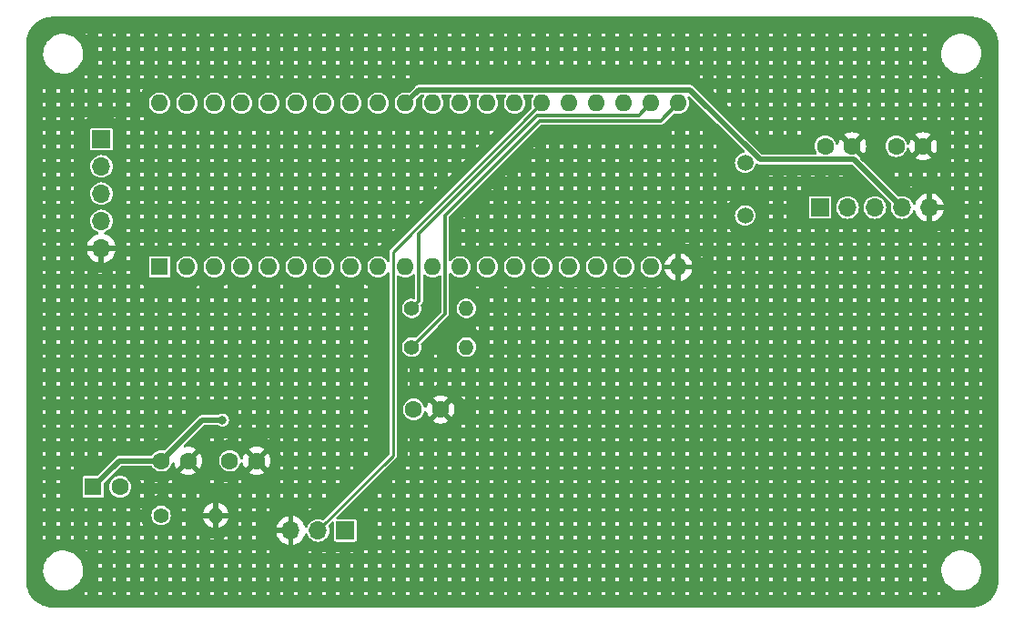
<source format=gbr>
%TF.GenerationSoftware,KiCad,Pcbnew,7.0.0*%
%TF.CreationDate,2023-07-13T20:29:25+08:00*%
%TF.ProjectId,Controller,436f6e74-726f-46c6-9c65-722e6b696361,rev?*%
%TF.SameCoordinates,Original*%
%TF.FileFunction,Copper,L2,Bot*%
%TF.FilePolarity,Positive*%
%FSLAX46Y46*%
G04 Gerber Fmt 4.6, Leading zero omitted, Abs format (unit mm)*
G04 Created by KiCad (PCBNEW 7.0.0) date 2023-07-13 20:29:25*
%MOMM*%
%LPD*%
G01*
G04 APERTURE LIST*
%TA.AperFunction,ComponentPad*%
%ADD10R,1.700000X1.700000*%
%TD*%
%TA.AperFunction,ComponentPad*%
%ADD11O,1.700000X1.700000*%
%TD*%
%TA.AperFunction,ComponentPad*%
%ADD12C,1.400000*%
%TD*%
%TA.AperFunction,ComponentPad*%
%ADD13O,1.400000X1.400000*%
%TD*%
%TA.AperFunction,ComponentPad*%
%ADD14C,1.600000*%
%TD*%
%TA.AperFunction,ComponentPad*%
%ADD15R,1.600000X1.600000*%
%TD*%
%TA.AperFunction,ComponentPad*%
%ADD16C,1.500000*%
%TD*%
%TA.AperFunction,ComponentPad*%
%ADD17O,1.600000X1.600000*%
%TD*%
%TA.AperFunction,ViaPad*%
%ADD18C,0.800000*%
%TD*%
%TA.AperFunction,Conductor*%
%ADD19C,0.250000*%
%TD*%
%TA.AperFunction,Conductor*%
%ADD20C,0.500000*%
%TD*%
%TA.AperFunction,Conductor*%
%ADD21C,0.300000*%
%TD*%
G04 APERTURE END LIST*
D10*
%TO.P,U2,1,STATE*%
%TO.N,unconnected-(U2-STATE-Pad1)*%
X155919999Y-139609999D03*
D11*
%TO.P,U2,2,TXD*%
%TO.N,/BLE_TXD*%
X158459999Y-139609999D03*
%TO.P,U2,3,RXD*%
%TO.N,/BLE_RXD*%
X160999999Y-139609999D03*
%TO.P,U2,4,VCC*%
%TO.N,+5V*%
X163539999Y-139609999D03*
%TO.P,U2,5,GND*%
%TO.N,GND*%
X166079999Y-139609999D03*
%TD*%
D12*
%TO.P,R1,1*%
%TO.N,/I2C_SDA*%
X117920000Y-152610000D03*
D13*
%TO.P,R1,2*%
%TO.N,+5V*%
X122999999Y-152609999D03*
%TD*%
D14*
%TO.P,C6,1*%
%TO.N,Net-(U4-X2)*%
X162990000Y-133910000D03*
%TO.P,C6,2*%
%TO.N,GND*%
X165490000Y-133910000D03*
%TD*%
D15*
%TO.P,C3,1*%
%TO.N,+5V*%
X88304999Y-165607999D03*
D14*
%TO.P,C3,2*%
%TO.N,Net-(U4-~{RESET})*%
X90805000Y-165608000D03*
%TD*%
D16*
%TO.P,Y1,1,1*%
%TO.N,Net-(U4-X2)*%
X148940000Y-140360000D03*
%TO.P,Y1,2,2*%
%TO.N,Net-(U4-X1)*%
X148940000Y-135460000D03*
%TD*%
D10*
%TO.P,J1,1,Pin_1*%
%TO.N,/SR_LCH*%
X89059999Y-133249999D03*
D11*
%TO.P,J1,2,Pin_2*%
%TO.N,/SR_DAT*%
X89059999Y-135789999D03*
%TO.P,J1,3,Pin_3*%
%TO.N,/SR_CLK*%
X89059999Y-138329999D03*
%TO.P,J1,4,Pin_4*%
%TO.N,+5V*%
X89059999Y-140869999D03*
%TO.P,J1,5,Pin_5*%
%TO.N,GND*%
X89059999Y-143409999D03*
%TD*%
D14*
%TO.P,C1,1*%
%TO.N,+5V*%
X94635000Y-163195000D03*
%TO.P,C1,2*%
%TO.N,GND*%
X97135000Y-163195000D03*
%TD*%
D10*
%TO.P,U3,1,VCC*%
%TO.N,/+3.3V*%
X111759999Y-169671999D03*
D11*
%TO.P,U3,2,OUT*%
%TO.N,/PIR*%
X109219999Y-169671999D03*
%TO.P,U3,3,GND*%
%TO.N,GND*%
X106679999Y-169671999D03*
%TD*%
D12*
%TO.P,R3,1*%
%TO.N,Net-(U4-~{RESET})*%
X94615000Y-168275000D03*
D13*
%TO.P,R3,2*%
%TO.N,GND*%
X99694999Y-168274999D03*
%TD*%
D14*
%TO.P,C4,1*%
%TO.N,Net-(U4-X1)*%
X156390000Y-133910000D03*
%TO.P,C4,2*%
%TO.N,GND*%
X158890000Y-133910000D03*
%TD*%
D12*
%TO.P,R2,1*%
%TO.N,/I2C_SCL*%
X117920000Y-149010000D03*
D13*
%TO.P,R2,2*%
%TO.N,+5V*%
X122999999Y-149009999D03*
%TD*%
D15*
%TO.P,U4,1,P1.0*%
%TO.N,unconnected-(U4-P1.0-Pad1)*%
X94479999Y-145149999D03*
D17*
%TO.P,U4,2,P1.1*%
%TO.N,unconnected-(U4-P1.1-Pad2)*%
X97019999Y-145149999D03*
%TO.P,U4,3,P1.2*%
%TO.N,unconnected-(U4-P1.2-Pad3)*%
X99559999Y-145149999D03*
%TO.P,U4,4,P1.3*%
%TO.N,unconnected-(U4-P1.3-Pad4)*%
X102099999Y-145149999D03*
%TO.P,U4,5,P1.4*%
%TO.N,unconnected-(U4-P1.4-Pad5)*%
X104639999Y-145149999D03*
%TO.P,U4,6,P1.5*%
%TO.N,unconnected-(U4-P1.5-Pad6)*%
X107179999Y-145149999D03*
%TO.P,U4,7,P1.6*%
%TO.N,unconnected-(U4-P1.6-Pad7)*%
X109719999Y-145149999D03*
%TO.P,U4,8,P1.7*%
%TO.N,unconnected-(U4-P1.7-Pad8)*%
X112259999Y-145149999D03*
%TO.P,U4,9,~{RESET}*%
%TO.N,Net-(U4-~{RESET})*%
X114799999Y-145149999D03*
%TO.P,U4,10,P3.0(RXD)*%
%TO.N,/BLE_TXD*%
X117339999Y-145149999D03*
%TO.P,U4,11,P3.1(TXD)*%
%TO.N,/BLE_RXD*%
X119879999Y-145149999D03*
%TO.P,U4,12,P3.2(~{INT0})*%
%TO.N,unconnected-(U4-P3.2(~{INT0})-Pad12)*%
X122419999Y-145149999D03*
%TO.P,U4,13,P3.3(~{INT1})*%
%TO.N,unconnected-(U4-P3.3(~{INT1})-Pad13)*%
X124959999Y-145149999D03*
%TO.P,U4,14,P3.4(T0)*%
%TO.N,unconnected-(U4-P3.4(T0)-Pad14)*%
X127499999Y-145149999D03*
%TO.P,U4,15,P3.5(T1)*%
%TO.N,unconnected-(U4-P3.5(T1)-Pad15)*%
X130039999Y-145149999D03*
%TO.P,U4,16,P3.6(~{WR})*%
%TO.N,unconnected-(U4-P3.6(~{WR})-Pad16)*%
X132579999Y-145149999D03*
%TO.P,U4,17,P3.7(~{RD})*%
%TO.N,unconnected-(U4-P3.7(~{RD})-Pad17)*%
X135119999Y-145149999D03*
%TO.P,U4,18,X1*%
%TO.N,Net-(U4-X1)*%
X137659999Y-145149999D03*
%TO.P,U4,19,X2*%
%TO.N,Net-(U4-X2)*%
X140199999Y-145149999D03*
%TO.P,U4,20,GND*%
%TO.N,GND*%
X142739999Y-145149999D03*
%TO.P,U4,21,P2.0*%
%TO.N,/I2C_SDA*%
X142739999Y-129909999D03*
%TO.P,U4,22,P2.1*%
%TO.N,/I2C_SCL*%
X140199999Y-129909999D03*
%TO.P,U4,23,P2.2*%
%TO.N,/SR_CLK*%
X137659999Y-129909999D03*
%TO.P,U4,24,P2.3*%
%TO.N,/SR_DAT*%
X135119999Y-129909999D03*
%TO.P,U4,25,P2.4*%
%TO.N,/SR_LCH*%
X132579999Y-129909999D03*
%TO.P,U4,26,P2.5*%
%TO.N,/PIR*%
X130039999Y-129909999D03*
%TO.P,U4,27,P2.6*%
%TO.N,unconnected-(U4-P2.6-Pad27)*%
X127499999Y-129909999D03*
%TO.P,U4,28,P2.7*%
%TO.N,unconnected-(U4-P2.7-Pad28)*%
X124959999Y-129909999D03*
%TO.P,U4,29,~{PSEN}*%
%TO.N,unconnected-(U4-~{PSEN}-Pad29)*%
X122419999Y-129909999D03*
%TO.P,U4,30,ALE/~{PROG}*%
%TO.N,unconnected-(U4-ALE{slash}~{PROG}-Pad30)*%
X119879999Y-129909999D03*
%TO.P,U4,31,~{EA}/VPP*%
%TO.N,+5V*%
X117339999Y-129909999D03*
%TO.P,U4,32,P0.7*%
%TO.N,unconnected-(U4-P0.7-Pad32)*%
X114799999Y-129909999D03*
%TO.P,U4,33,P0.6*%
%TO.N,unconnected-(U4-P0.6-Pad33)*%
X112259999Y-129909999D03*
%TO.P,U4,34,P0.5*%
%TO.N,unconnected-(U4-P0.5-Pad34)*%
X109719999Y-129909999D03*
%TO.P,U4,35,P0.4*%
%TO.N,unconnected-(U4-P0.4-Pad35)*%
X107179999Y-129909999D03*
%TO.P,U4,36,P0.3*%
%TO.N,unconnected-(U4-P0.3-Pad36)*%
X104639999Y-129909999D03*
%TO.P,U4,37,P0.2*%
%TO.N,unconnected-(U4-P0.2-Pad37)*%
X102099999Y-129909999D03*
%TO.P,U4,38,P0.1*%
%TO.N,unconnected-(U4-P0.1-Pad38)*%
X99559999Y-129909999D03*
%TO.P,U4,39,P0.0*%
%TO.N,unconnected-(U4-P0.0-Pad39)*%
X97019999Y-129909999D03*
%TO.P,U4,40,VCC*%
%TO.N,+5V*%
X94479999Y-129909999D03*
%TD*%
D14*
%TO.P,C2,1*%
%TO.N,/+3.3V*%
X101005000Y-163195000D03*
%TO.P,C2,2*%
%TO.N,GND*%
X103505000Y-163195000D03*
%TD*%
%TO.P,C5,1*%
%TO.N,/VBAT*%
X118110000Y-158410000D03*
%TO.P,C5,2*%
%TO.N,GND*%
X120610000Y-158410000D03*
%TD*%
D18*
%TO.N,+5V*%
X100330000Y-159385000D03*
%TD*%
D19*
%TO.N,/PIR*%
X109220000Y-169672000D02*
X116215000Y-162677000D01*
X116215000Y-162677000D02*
X116215000Y-143735000D01*
X116215000Y-143735000D02*
X130040000Y-129910000D01*
D20*
%TO.N,+5V*%
X163540000Y-139610000D02*
X159090000Y-135160000D01*
X159090000Y-135160000D02*
X150337057Y-135160000D01*
X143837057Y-128660000D02*
X118590000Y-128660000D01*
X98445000Y-159385000D02*
X94635000Y-163195000D01*
X150337057Y-135160000D02*
X143837057Y-128660000D01*
X88305000Y-165608000D02*
X90718000Y-163195000D01*
X118590000Y-128660000D02*
X117340000Y-129910000D01*
X100330000Y-159385000D02*
X98445000Y-159385000D01*
X90718000Y-163195000D02*
X94635000Y-163195000D01*
D21*
%TO.N,/I2C_SDA*%
X121030000Y-149500000D02*
X121030000Y-140334212D01*
X117920000Y-152610000D02*
X121030000Y-149500000D01*
X121030000Y-140334212D02*
X129804212Y-131560000D01*
X129804212Y-131560000D02*
X141090000Y-131560000D01*
X141090000Y-131560000D02*
X142740000Y-129910000D01*
%TO.N,/I2C_SCL*%
X129597106Y-131060000D02*
X139050000Y-131060000D01*
X118620000Y-148310000D02*
X118620000Y-142037106D01*
X139050000Y-131060000D02*
X140200000Y-129910000D01*
X118620000Y-142037106D02*
X129597106Y-131060000D01*
X117920000Y-149010000D02*
X118620000Y-148310000D01*
%TD*%
%TA.AperFunction,Conductor*%
%TO.N,GND*%
G36*
X170003735Y-121850726D02*
G01*
X170027834Y-121852183D01*
X170098669Y-121856468D01*
X170099066Y-121856493D01*
X170302818Y-121869847D01*
X170317032Y-121871610D01*
X170448459Y-121895695D01*
X170450007Y-121895991D01*
X170612440Y-121928301D01*
X170625102Y-121931523D01*
X170759678Y-121973459D01*
X170762645Y-121974425D01*
X170912220Y-122025199D01*
X170923244Y-122029538D01*
X171054556Y-122088637D01*
X171058416Y-122090457D01*
X171197458Y-122159025D01*
X171206764Y-122164120D01*
X171331185Y-122239335D01*
X171335926Y-122242350D01*
X171463643Y-122327689D01*
X171471225Y-122333180D01*
X171586211Y-122423265D01*
X171591487Y-122427640D01*
X171706550Y-122528547D01*
X171712472Y-122534094D01*
X171815904Y-122637526D01*
X171821451Y-122643448D01*
X171922358Y-122758511D01*
X171926741Y-122763797D01*
X172016818Y-122878773D01*
X172022309Y-122886355D01*
X172107648Y-123014072D01*
X172110663Y-123018813D01*
X172185878Y-123143234D01*
X172190973Y-123152540D01*
X172259519Y-123291536D01*
X172261383Y-123295489D01*
X172320458Y-123426750D01*
X172324801Y-123437783D01*
X172375573Y-123587353D01*
X172376539Y-123590320D01*
X172418470Y-123724878D01*
X172421702Y-123737578D01*
X172453976Y-123899832D01*
X172454328Y-123901672D01*
X172478386Y-124032954D01*
X172480151Y-124047195D01*
X172493498Y-124250828D01*
X172493538Y-124251450D01*
X172499274Y-124346264D01*
X172499500Y-124353752D01*
X172499500Y-174346248D01*
X172499274Y-174353736D01*
X172493538Y-174448548D01*
X172493498Y-174449170D01*
X172480151Y-174652803D01*
X172478386Y-174667044D01*
X172454328Y-174798326D01*
X172453976Y-174800166D01*
X172421702Y-174962420D01*
X172418470Y-174975120D01*
X172376539Y-175109678D01*
X172375573Y-175112645D01*
X172324801Y-175262215D01*
X172320458Y-175273248D01*
X172261383Y-175404509D01*
X172259519Y-175408462D01*
X172190973Y-175547458D01*
X172185878Y-175556764D01*
X172110663Y-175681185D01*
X172107648Y-175685926D01*
X172022309Y-175813643D01*
X172016818Y-175821225D01*
X171926741Y-175936201D01*
X171922358Y-175941487D01*
X171821451Y-176056550D01*
X171815904Y-176062472D01*
X171712472Y-176165904D01*
X171706550Y-176171451D01*
X171591487Y-176272358D01*
X171586201Y-176276741D01*
X171471225Y-176366818D01*
X171463643Y-176372309D01*
X171335926Y-176457648D01*
X171331185Y-176460663D01*
X171206764Y-176535878D01*
X171197458Y-176540973D01*
X171058462Y-176609519D01*
X171054509Y-176611383D01*
X170923248Y-176670458D01*
X170912215Y-176674801D01*
X170762645Y-176725573D01*
X170759678Y-176726539D01*
X170625120Y-176768470D01*
X170612420Y-176771702D01*
X170450166Y-176803976D01*
X170448326Y-176804328D01*
X170317044Y-176828386D01*
X170302803Y-176830151D01*
X170099170Y-176843498D01*
X170098548Y-176843538D01*
X170003736Y-176849274D01*
X169996248Y-176849500D01*
X84553752Y-176849500D01*
X84546264Y-176849274D01*
X84451450Y-176843538D01*
X84450828Y-176843498D01*
X84247195Y-176830151D01*
X84232954Y-176828386D01*
X84101672Y-176804328D01*
X84099832Y-176803976D01*
X83937578Y-176771702D01*
X83924878Y-176768470D01*
X83790320Y-176726539D01*
X83787353Y-176725573D01*
X83637783Y-176674801D01*
X83626750Y-176670458D01*
X83495489Y-176611383D01*
X83491536Y-176609519D01*
X83352540Y-176540973D01*
X83343234Y-176535878D01*
X83218813Y-176460663D01*
X83214072Y-176457648D01*
X83086355Y-176372309D01*
X83078773Y-176366818D01*
X82963797Y-176276741D01*
X82958511Y-176272358D01*
X82843448Y-176171451D01*
X82837526Y-176165904D01*
X82734094Y-176062472D01*
X82728547Y-176056550D01*
X82627640Y-175941487D01*
X82623257Y-175936201D01*
X82533180Y-175821225D01*
X82527689Y-175813643D01*
X82452088Y-175700500D01*
X87498500Y-175700500D01*
X87800500Y-175700500D01*
X87800500Y-175398500D01*
X88798500Y-175398500D01*
X88798500Y-175700500D01*
X89100500Y-175700500D01*
X89100500Y-175398500D01*
X90098500Y-175398500D01*
X90098500Y-175700500D01*
X90400500Y-175700500D01*
X90400500Y-175398500D01*
X91398500Y-175398500D01*
X91398500Y-175700500D01*
X91700500Y-175700500D01*
X91700500Y-175398500D01*
X92698500Y-175398500D01*
X92698500Y-175700500D01*
X93000500Y-175700500D01*
X93000500Y-175398500D01*
X93998500Y-175398500D01*
X93998500Y-175700500D01*
X94300500Y-175700500D01*
X94300500Y-175398500D01*
X95298500Y-175398500D01*
X95298500Y-175700500D01*
X95600500Y-175700500D01*
X95600500Y-175398500D01*
X96598500Y-175398500D01*
X96598500Y-175700500D01*
X96900500Y-175700500D01*
X96900500Y-175398500D01*
X97898500Y-175398500D01*
X97898500Y-175700500D01*
X98200500Y-175700500D01*
X98200500Y-175398500D01*
X99198500Y-175398500D01*
X99198500Y-175700500D01*
X99500500Y-175700500D01*
X99500500Y-175398500D01*
X100498500Y-175398500D01*
X100498500Y-175700500D01*
X100800500Y-175700500D01*
X100800500Y-175398500D01*
X101798500Y-175398500D01*
X101798500Y-175700500D01*
X102100500Y-175700500D01*
X102100500Y-175398500D01*
X103098500Y-175398500D01*
X103098500Y-175700500D01*
X103400500Y-175700500D01*
X103400500Y-175398500D01*
X104398500Y-175398500D01*
X104398500Y-175700500D01*
X104700500Y-175700500D01*
X104700500Y-175398500D01*
X105698500Y-175398500D01*
X105698500Y-175700500D01*
X106000500Y-175700500D01*
X106000500Y-175398500D01*
X106998500Y-175398500D01*
X106998500Y-175700500D01*
X107300500Y-175700500D01*
X107300500Y-175398500D01*
X108298500Y-175398500D01*
X108298500Y-175700500D01*
X108600500Y-175700500D01*
X108600500Y-175398500D01*
X109598500Y-175398500D01*
X109598500Y-175700500D01*
X109900500Y-175700500D01*
X109900500Y-175398500D01*
X110898500Y-175398500D01*
X110898500Y-175700500D01*
X111200500Y-175700500D01*
X111200500Y-175398500D01*
X112198500Y-175398500D01*
X112198500Y-175700500D01*
X112500500Y-175700500D01*
X112500500Y-175398500D01*
X113498500Y-175398500D01*
X113498500Y-175700500D01*
X113800500Y-175700500D01*
X113800500Y-175398500D01*
X114798500Y-175398500D01*
X114798500Y-175700500D01*
X115100500Y-175700500D01*
X115100500Y-175398500D01*
X116098500Y-175398500D01*
X116098500Y-175700500D01*
X116400500Y-175700500D01*
X116400500Y-175398500D01*
X117398500Y-175398500D01*
X117398500Y-175700500D01*
X117700500Y-175700500D01*
X117700500Y-175398500D01*
X118698500Y-175398500D01*
X118698500Y-175700500D01*
X119000500Y-175700500D01*
X119000500Y-175398500D01*
X119998500Y-175398500D01*
X119998500Y-175700500D01*
X120300500Y-175700500D01*
X120300500Y-175398500D01*
X121298500Y-175398500D01*
X121298500Y-175700500D01*
X121600500Y-175700500D01*
X121600500Y-175398500D01*
X122598500Y-175398500D01*
X122598500Y-175700500D01*
X122900500Y-175700500D01*
X122900500Y-175398500D01*
X123898500Y-175398500D01*
X123898500Y-175700500D01*
X124200500Y-175700500D01*
X124200500Y-175398500D01*
X125198500Y-175398500D01*
X125198500Y-175700500D01*
X125500500Y-175700500D01*
X125500500Y-175398500D01*
X126498500Y-175398500D01*
X126498500Y-175700500D01*
X126800500Y-175700500D01*
X126800500Y-175398500D01*
X127798500Y-175398500D01*
X127798500Y-175700500D01*
X128100500Y-175700500D01*
X128100500Y-175398500D01*
X129098500Y-175398500D01*
X129098500Y-175700500D01*
X129400500Y-175700500D01*
X129400500Y-175398500D01*
X130398500Y-175398500D01*
X130398500Y-175700500D01*
X130700500Y-175700500D01*
X130700500Y-175398500D01*
X131698500Y-175398500D01*
X131698500Y-175700500D01*
X132000500Y-175700500D01*
X132000500Y-175398500D01*
X132998500Y-175398500D01*
X132998500Y-175700500D01*
X133300500Y-175700500D01*
X133300500Y-175398500D01*
X134298500Y-175398500D01*
X134298500Y-175700500D01*
X134600500Y-175700500D01*
X134600500Y-175398500D01*
X135598500Y-175398500D01*
X135598500Y-175700500D01*
X135900500Y-175700500D01*
X135900500Y-175398500D01*
X136898500Y-175398500D01*
X136898500Y-175700500D01*
X137200500Y-175700500D01*
X137200500Y-175398500D01*
X138198500Y-175398500D01*
X138198500Y-175700500D01*
X138500500Y-175700500D01*
X138500500Y-175398500D01*
X139498500Y-175398500D01*
X139498500Y-175700500D01*
X139800500Y-175700500D01*
X139800500Y-175398500D01*
X140798500Y-175398500D01*
X140798500Y-175700500D01*
X141100500Y-175700500D01*
X141100500Y-175398500D01*
X142098500Y-175398500D01*
X142098500Y-175700500D01*
X142400500Y-175700500D01*
X142400500Y-175398500D01*
X143398500Y-175398500D01*
X143398500Y-175700500D01*
X143700500Y-175700500D01*
X143700500Y-175398500D01*
X144698500Y-175398500D01*
X144698500Y-175700500D01*
X145000500Y-175700500D01*
X145000500Y-175398500D01*
X145998500Y-175398500D01*
X145998500Y-175700500D01*
X146300500Y-175700500D01*
X146300500Y-175398500D01*
X147298500Y-175398500D01*
X147298500Y-175700500D01*
X147600500Y-175700500D01*
X147600500Y-175398500D01*
X148598500Y-175398500D01*
X148598500Y-175700500D01*
X148900500Y-175700500D01*
X148900500Y-175398500D01*
X149898500Y-175398500D01*
X149898500Y-175700500D01*
X150200500Y-175700500D01*
X150200500Y-175398500D01*
X151198500Y-175398500D01*
X151198500Y-175700500D01*
X151500500Y-175700500D01*
X151500500Y-175398500D01*
X152498500Y-175398500D01*
X152498500Y-175700500D01*
X152800500Y-175700500D01*
X152800500Y-175398500D01*
X153798500Y-175398500D01*
X153798500Y-175700500D01*
X154100500Y-175700500D01*
X154100500Y-175398500D01*
X155098500Y-175398500D01*
X155098500Y-175700500D01*
X155400500Y-175700500D01*
X155400500Y-175398500D01*
X156398500Y-175398500D01*
X156398500Y-175700500D01*
X156700500Y-175700500D01*
X156700500Y-175398500D01*
X157698500Y-175398500D01*
X157698500Y-175700500D01*
X158000500Y-175700500D01*
X158000500Y-175398500D01*
X158998500Y-175398500D01*
X158998500Y-175700500D01*
X159300500Y-175700500D01*
X159300500Y-175398500D01*
X160298500Y-175398500D01*
X160298500Y-175700500D01*
X160600500Y-175700500D01*
X160600500Y-175398500D01*
X161598500Y-175398500D01*
X161598500Y-175700500D01*
X161900500Y-175700500D01*
X161900500Y-175398500D01*
X162898500Y-175398500D01*
X162898500Y-175700500D01*
X163200500Y-175700500D01*
X163200500Y-175398500D01*
X164198500Y-175398500D01*
X164198500Y-175700500D01*
X164500500Y-175700500D01*
X164500500Y-175398500D01*
X165498500Y-175398500D01*
X165498500Y-175700500D01*
X165800500Y-175700500D01*
X165800500Y-175398500D01*
X166798500Y-175398500D01*
X166798500Y-175700500D01*
X167100500Y-175700500D01*
X167100500Y-175468939D01*
X167058273Y-175431104D01*
X167054954Y-175428020D01*
X167024336Y-175398500D01*
X166798500Y-175398500D01*
X165800500Y-175398500D01*
X165498500Y-175398500D01*
X164500500Y-175398500D01*
X164198500Y-175398500D01*
X163200500Y-175398500D01*
X162898500Y-175398500D01*
X161900500Y-175398500D01*
X161598500Y-175398500D01*
X160600500Y-175398500D01*
X160298500Y-175398500D01*
X159300500Y-175398500D01*
X158998500Y-175398500D01*
X158000500Y-175398500D01*
X157698500Y-175398500D01*
X156700500Y-175398500D01*
X156398500Y-175398500D01*
X155400500Y-175398500D01*
X155098500Y-175398500D01*
X154100500Y-175398500D01*
X153798500Y-175398500D01*
X152800500Y-175398500D01*
X152498500Y-175398500D01*
X151500500Y-175398500D01*
X151198500Y-175398500D01*
X150200500Y-175398500D01*
X149898500Y-175398500D01*
X148900500Y-175398500D01*
X148598500Y-175398500D01*
X147600500Y-175398500D01*
X147298500Y-175398500D01*
X146300500Y-175398500D01*
X145998500Y-175398500D01*
X145000500Y-175398500D01*
X144698500Y-175398500D01*
X143700500Y-175398500D01*
X143398500Y-175398500D01*
X142400500Y-175398500D01*
X142098500Y-175398500D01*
X141100500Y-175398500D01*
X140798500Y-175398500D01*
X139800500Y-175398500D01*
X139498500Y-175398500D01*
X138500500Y-175398500D01*
X138198500Y-175398500D01*
X137200500Y-175398500D01*
X136898500Y-175398500D01*
X135900500Y-175398500D01*
X135598500Y-175398500D01*
X134600500Y-175398500D01*
X134298500Y-175398500D01*
X133300500Y-175398500D01*
X132998500Y-175398500D01*
X132000500Y-175398500D01*
X131698500Y-175398500D01*
X130700500Y-175398500D01*
X130398500Y-175398500D01*
X129400500Y-175398500D01*
X129098500Y-175398500D01*
X128100500Y-175398500D01*
X127798500Y-175398500D01*
X126800500Y-175398500D01*
X126498500Y-175398500D01*
X125500500Y-175398500D01*
X125198500Y-175398500D01*
X124200500Y-175398500D01*
X123898500Y-175398500D01*
X122900500Y-175398500D01*
X122598500Y-175398500D01*
X121600500Y-175398500D01*
X121298500Y-175398500D01*
X120300500Y-175398500D01*
X119998500Y-175398500D01*
X119000500Y-175398500D01*
X118698500Y-175398500D01*
X117700500Y-175398500D01*
X117398500Y-175398500D01*
X116400500Y-175398500D01*
X116098500Y-175398500D01*
X115100500Y-175398500D01*
X114798500Y-175398500D01*
X113800500Y-175398500D01*
X113498500Y-175398500D01*
X112500500Y-175398500D01*
X112198500Y-175398500D01*
X111200500Y-175398500D01*
X110898500Y-175398500D01*
X109900500Y-175398500D01*
X109598500Y-175398500D01*
X108600500Y-175398500D01*
X108298500Y-175398500D01*
X107300500Y-175398500D01*
X106998500Y-175398500D01*
X106000500Y-175398500D01*
X105698500Y-175398500D01*
X104700500Y-175398500D01*
X104398500Y-175398500D01*
X103400500Y-175398500D01*
X103098500Y-175398500D01*
X102100500Y-175398500D01*
X101798500Y-175398500D01*
X100800500Y-175398500D01*
X100498500Y-175398500D01*
X99500500Y-175398500D01*
X99198500Y-175398500D01*
X98200500Y-175398500D01*
X97898500Y-175398500D01*
X96900500Y-175398500D01*
X96598500Y-175398500D01*
X95600500Y-175398500D01*
X95298500Y-175398500D01*
X94300500Y-175398500D01*
X93998500Y-175398500D01*
X93000500Y-175398500D01*
X92698500Y-175398500D01*
X91700500Y-175398500D01*
X91398500Y-175398500D01*
X90400500Y-175398500D01*
X90098500Y-175398500D01*
X89100500Y-175398500D01*
X88798500Y-175398500D01*
X87800500Y-175398500D01*
X87529985Y-175398500D01*
X87498500Y-175431157D01*
X87498500Y-175700500D01*
X82452088Y-175700500D01*
X82442350Y-175685926D01*
X82439335Y-175681185D01*
X82364120Y-175556764D01*
X82359025Y-175547458D01*
X82290457Y-175408416D01*
X82288637Y-175404556D01*
X82229538Y-175273244D01*
X82225197Y-175262215D01*
X82221220Y-175250500D01*
X82174425Y-175112645D01*
X82173459Y-175109678D01*
X82168968Y-175095266D01*
X82131523Y-174975102D01*
X82128301Y-174962440D01*
X82095991Y-174800007D01*
X82095695Y-174798459D01*
X82071610Y-174667032D01*
X82069847Y-174652818D01*
X82056493Y-174449066D01*
X82056460Y-174448535D01*
X82050726Y-174353735D01*
X82050500Y-174346249D01*
X82050500Y-173467765D01*
X83645788Y-173467765D01*
X83646282Y-173472262D01*
X83646283Y-173472267D01*
X83674917Y-173732506D01*
X83674918Y-173732513D01*
X83675414Y-173737018D01*
X83676559Y-173741398D01*
X83676561Y-173741408D01*
X83708830Y-173864838D01*
X83743928Y-173999088D01*
X83745693Y-174003242D01*
X83745696Y-174003250D01*
X83848099Y-174244223D01*
X83849870Y-174248390D01*
X83852226Y-174252251D01*
X83852229Y-174252256D01*
X83988618Y-174475737D01*
X83990982Y-174479610D01*
X84164255Y-174687820D01*
X84167630Y-174690844D01*
X84167631Y-174690845D01*
X84291186Y-174801551D01*
X84365998Y-174868582D01*
X84591910Y-175018044D01*
X84837176Y-175133020D01*
X85096569Y-175211060D01*
X85364561Y-175250500D01*
X85565369Y-175250500D01*
X85567631Y-175250500D01*
X85770156Y-175235677D01*
X86034553Y-175176780D01*
X86287558Y-175080014D01*
X86523777Y-174947441D01*
X86738177Y-174781888D01*
X86926186Y-174586881D01*
X87083799Y-174366579D01*
X87207656Y-174125675D01*
X87216927Y-174098500D01*
X88798500Y-174098500D01*
X88798500Y-174400500D01*
X89100500Y-174400500D01*
X89100500Y-174098500D01*
X90098500Y-174098500D01*
X90098500Y-174400500D01*
X90400500Y-174400500D01*
X90400500Y-174098500D01*
X91398500Y-174098500D01*
X91398500Y-174400500D01*
X91700500Y-174400500D01*
X91700500Y-174098500D01*
X92698500Y-174098500D01*
X92698500Y-174400500D01*
X93000500Y-174400500D01*
X93000500Y-174098500D01*
X93998500Y-174098500D01*
X93998500Y-174400500D01*
X94300500Y-174400500D01*
X94300500Y-174098500D01*
X95298500Y-174098500D01*
X95298500Y-174400500D01*
X95600500Y-174400500D01*
X95600500Y-174098500D01*
X96598500Y-174098500D01*
X96598500Y-174400500D01*
X96900500Y-174400500D01*
X96900500Y-174098500D01*
X97898500Y-174098500D01*
X97898500Y-174400500D01*
X98200500Y-174400500D01*
X98200500Y-174098500D01*
X99198500Y-174098500D01*
X99198500Y-174400500D01*
X99500500Y-174400500D01*
X99500500Y-174098500D01*
X100498500Y-174098500D01*
X100498500Y-174400500D01*
X100800500Y-174400500D01*
X100800500Y-174098500D01*
X101798500Y-174098500D01*
X101798500Y-174400500D01*
X102100500Y-174400500D01*
X102100500Y-174098500D01*
X103098500Y-174098500D01*
X103098500Y-174400500D01*
X103400500Y-174400500D01*
X103400500Y-174098500D01*
X104398500Y-174098500D01*
X104398500Y-174400500D01*
X104700500Y-174400500D01*
X104700500Y-174098500D01*
X105698500Y-174098500D01*
X105698500Y-174400500D01*
X106000500Y-174400500D01*
X106000500Y-174098500D01*
X106998500Y-174098500D01*
X106998500Y-174400500D01*
X107300500Y-174400500D01*
X107300500Y-174098500D01*
X108298500Y-174098500D01*
X108298500Y-174400500D01*
X108600500Y-174400500D01*
X108600500Y-174098500D01*
X109598500Y-174098500D01*
X109598500Y-174400500D01*
X109900500Y-174400500D01*
X109900500Y-174098500D01*
X110898500Y-174098500D01*
X110898500Y-174400500D01*
X111200500Y-174400500D01*
X111200500Y-174098500D01*
X112198500Y-174098500D01*
X112198500Y-174400500D01*
X112500500Y-174400500D01*
X112500500Y-174098500D01*
X113498500Y-174098500D01*
X113498500Y-174400500D01*
X113800500Y-174400500D01*
X113800500Y-174098500D01*
X114798500Y-174098500D01*
X114798500Y-174400500D01*
X115100500Y-174400500D01*
X115100500Y-174098500D01*
X116098500Y-174098500D01*
X116098500Y-174400500D01*
X116400500Y-174400500D01*
X116400500Y-174098500D01*
X117398500Y-174098500D01*
X117398500Y-174400500D01*
X117700500Y-174400500D01*
X117700500Y-174098500D01*
X118698500Y-174098500D01*
X118698500Y-174400500D01*
X119000500Y-174400500D01*
X119000500Y-174098500D01*
X119998500Y-174098500D01*
X119998500Y-174400500D01*
X120300500Y-174400500D01*
X120300500Y-174098500D01*
X121298500Y-174098500D01*
X121298500Y-174400500D01*
X121600500Y-174400500D01*
X121600500Y-174098500D01*
X122598500Y-174098500D01*
X122598500Y-174400500D01*
X122900500Y-174400500D01*
X122900500Y-174098500D01*
X123898500Y-174098500D01*
X123898500Y-174400500D01*
X124200500Y-174400500D01*
X124200500Y-174098500D01*
X125198500Y-174098500D01*
X125198500Y-174400500D01*
X125500500Y-174400500D01*
X125500500Y-174098500D01*
X126498500Y-174098500D01*
X126498500Y-174400500D01*
X126800500Y-174400500D01*
X126800500Y-174098500D01*
X127798500Y-174098500D01*
X127798500Y-174400500D01*
X128100500Y-174400500D01*
X128100500Y-174098500D01*
X129098500Y-174098500D01*
X129098500Y-174400500D01*
X129400500Y-174400500D01*
X129400500Y-174098500D01*
X130398500Y-174098500D01*
X130398500Y-174400500D01*
X130700500Y-174400500D01*
X130700500Y-174098500D01*
X131698500Y-174098500D01*
X131698500Y-174400500D01*
X132000500Y-174400500D01*
X132000500Y-174098500D01*
X132998500Y-174098500D01*
X132998500Y-174400500D01*
X133300500Y-174400500D01*
X133300500Y-174098500D01*
X134298500Y-174098500D01*
X134298500Y-174400500D01*
X134600500Y-174400500D01*
X134600500Y-174098500D01*
X135598500Y-174098500D01*
X135598500Y-174400500D01*
X135900500Y-174400500D01*
X135900500Y-174098500D01*
X136898500Y-174098500D01*
X136898500Y-174400500D01*
X137200500Y-174400500D01*
X137200500Y-174098500D01*
X138198500Y-174098500D01*
X138198500Y-174400500D01*
X138500500Y-174400500D01*
X138500500Y-174098500D01*
X139498500Y-174098500D01*
X139498500Y-174400500D01*
X139800500Y-174400500D01*
X139800500Y-174098500D01*
X140798500Y-174098500D01*
X140798500Y-174400500D01*
X141100500Y-174400500D01*
X141100500Y-174098500D01*
X142098500Y-174098500D01*
X142098500Y-174400500D01*
X142400500Y-174400500D01*
X142400500Y-174098500D01*
X143398500Y-174098500D01*
X143398500Y-174400500D01*
X143700500Y-174400500D01*
X143700500Y-174098500D01*
X144698500Y-174098500D01*
X144698500Y-174400500D01*
X145000500Y-174400500D01*
X145000500Y-174098500D01*
X145998500Y-174098500D01*
X145998500Y-174400500D01*
X146300500Y-174400500D01*
X146300500Y-174098500D01*
X147298500Y-174098500D01*
X147298500Y-174400500D01*
X147600500Y-174400500D01*
X147600500Y-174098500D01*
X148598500Y-174098500D01*
X148598500Y-174400500D01*
X148900500Y-174400500D01*
X148900500Y-174098500D01*
X149898500Y-174098500D01*
X149898500Y-174400500D01*
X150200500Y-174400500D01*
X150200500Y-174098500D01*
X151198500Y-174098500D01*
X151198500Y-174400500D01*
X151500500Y-174400500D01*
X151500500Y-174098500D01*
X152498500Y-174098500D01*
X152498500Y-174400500D01*
X152800500Y-174400500D01*
X152800500Y-174098500D01*
X153798500Y-174098500D01*
X153798500Y-174400500D01*
X154100500Y-174400500D01*
X154100500Y-174098500D01*
X155098500Y-174098500D01*
X155098500Y-174400500D01*
X155400500Y-174400500D01*
X155400500Y-174098500D01*
X156398500Y-174098500D01*
X156398500Y-174400500D01*
X156700500Y-174400500D01*
X156700500Y-174098500D01*
X157698500Y-174098500D01*
X157698500Y-174400500D01*
X158000500Y-174400500D01*
X158000500Y-174098500D01*
X158998500Y-174098500D01*
X158998500Y-174400500D01*
X159300500Y-174400500D01*
X159300500Y-174098500D01*
X160298500Y-174098500D01*
X160298500Y-174400500D01*
X160600500Y-174400500D01*
X160600500Y-174098500D01*
X161598500Y-174098500D01*
X161598500Y-174400500D01*
X161900500Y-174400500D01*
X161900500Y-174098500D01*
X162898500Y-174098500D01*
X162898500Y-174400500D01*
X163200500Y-174400500D01*
X163200500Y-174098500D01*
X164198500Y-174098500D01*
X164198500Y-174400500D01*
X164500500Y-174400500D01*
X164500500Y-174098500D01*
X165498500Y-174098500D01*
X165498500Y-174400500D01*
X165800500Y-174400500D01*
X165800500Y-174098500D01*
X165498500Y-174098500D01*
X164500500Y-174098500D01*
X164198500Y-174098500D01*
X163200500Y-174098500D01*
X162898500Y-174098500D01*
X161900500Y-174098500D01*
X161598500Y-174098500D01*
X160600500Y-174098500D01*
X160298500Y-174098500D01*
X159300500Y-174098500D01*
X158998500Y-174098500D01*
X158000500Y-174098500D01*
X157698500Y-174098500D01*
X156700500Y-174098500D01*
X156398500Y-174098500D01*
X155400500Y-174098500D01*
X155098500Y-174098500D01*
X154100500Y-174098500D01*
X153798500Y-174098500D01*
X152800500Y-174098500D01*
X152498500Y-174098500D01*
X151500500Y-174098500D01*
X151198500Y-174098500D01*
X150200500Y-174098500D01*
X149898500Y-174098500D01*
X148900500Y-174098500D01*
X148598500Y-174098500D01*
X147600500Y-174098500D01*
X147298500Y-174098500D01*
X146300500Y-174098500D01*
X145998500Y-174098500D01*
X145000500Y-174098500D01*
X144698500Y-174098500D01*
X143700500Y-174098500D01*
X143398500Y-174098500D01*
X142400500Y-174098500D01*
X142098500Y-174098500D01*
X141100500Y-174098500D01*
X140798500Y-174098500D01*
X139800500Y-174098500D01*
X139498500Y-174098500D01*
X138500500Y-174098500D01*
X138198500Y-174098500D01*
X137200500Y-174098500D01*
X136898500Y-174098500D01*
X135900500Y-174098500D01*
X135598500Y-174098500D01*
X134600500Y-174098500D01*
X134298500Y-174098500D01*
X133300500Y-174098500D01*
X132998500Y-174098500D01*
X132000500Y-174098500D01*
X131698500Y-174098500D01*
X130700500Y-174098500D01*
X130398500Y-174098500D01*
X129400500Y-174098500D01*
X129098500Y-174098500D01*
X128100500Y-174098500D01*
X127798500Y-174098500D01*
X126800500Y-174098500D01*
X126498500Y-174098500D01*
X125500500Y-174098500D01*
X125198500Y-174098500D01*
X124200500Y-174098500D01*
X123898500Y-174098500D01*
X122900500Y-174098500D01*
X122598500Y-174098500D01*
X121600500Y-174098500D01*
X121298500Y-174098500D01*
X120300500Y-174098500D01*
X119998500Y-174098500D01*
X119000500Y-174098500D01*
X118698500Y-174098500D01*
X117700500Y-174098500D01*
X117398500Y-174098500D01*
X116400500Y-174098500D01*
X116098500Y-174098500D01*
X115100500Y-174098500D01*
X114798500Y-174098500D01*
X113800500Y-174098500D01*
X113498500Y-174098500D01*
X112500500Y-174098500D01*
X112198500Y-174098500D01*
X111200500Y-174098500D01*
X110898500Y-174098500D01*
X109900500Y-174098500D01*
X109598500Y-174098500D01*
X108600500Y-174098500D01*
X108298500Y-174098500D01*
X107300500Y-174098500D01*
X106998500Y-174098500D01*
X106000500Y-174098500D01*
X105698500Y-174098500D01*
X104700500Y-174098500D01*
X104398500Y-174098500D01*
X103400500Y-174098500D01*
X103098500Y-174098500D01*
X102100500Y-174098500D01*
X101798500Y-174098500D01*
X100800500Y-174098500D01*
X100498500Y-174098500D01*
X99500500Y-174098500D01*
X99198500Y-174098500D01*
X98200500Y-174098500D01*
X97898500Y-174098500D01*
X96900500Y-174098500D01*
X96598500Y-174098500D01*
X95600500Y-174098500D01*
X95298500Y-174098500D01*
X94300500Y-174098500D01*
X93998500Y-174098500D01*
X93000500Y-174098500D01*
X92698500Y-174098500D01*
X91700500Y-174098500D01*
X91398500Y-174098500D01*
X90400500Y-174098500D01*
X90098500Y-174098500D01*
X89100500Y-174098500D01*
X88798500Y-174098500D01*
X87216927Y-174098500D01*
X87295118Y-173869305D01*
X87344319Y-173602933D01*
X87349259Y-173467765D01*
X167205788Y-173467765D01*
X167206282Y-173472262D01*
X167206283Y-173472267D01*
X167234917Y-173732506D01*
X167234918Y-173732513D01*
X167235414Y-173737018D01*
X167236559Y-173741398D01*
X167236561Y-173741408D01*
X167268830Y-173864838D01*
X167303928Y-173999088D01*
X167305693Y-174003242D01*
X167305696Y-174003250D01*
X167408099Y-174244223D01*
X167409870Y-174248390D01*
X167412226Y-174252251D01*
X167412229Y-174252256D01*
X167548618Y-174475737D01*
X167550982Y-174479610D01*
X167724255Y-174687820D01*
X167727630Y-174690844D01*
X167727631Y-174690845D01*
X167851186Y-174801551D01*
X167925998Y-174868582D01*
X168151910Y-175018044D01*
X168397176Y-175133020D01*
X168656569Y-175211060D01*
X168924561Y-175250500D01*
X169125369Y-175250500D01*
X169127631Y-175250500D01*
X169330156Y-175235677D01*
X169594553Y-175176780D01*
X169847558Y-175080014D01*
X170083777Y-174947441D01*
X170298177Y-174781888D01*
X170486186Y-174586881D01*
X170643799Y-174366579D01*
X170767656Y-174125675D01*
X170855118Y-173869305D01*
X170904319Y-173602933D01*
X170914212Y-173332235D01*
X170884586Y-173062982D01*
X170816072Y-172800912D01*
X170710130Y-172551610D01*
X170569018Y-172320390D01*
X170395745Y-172112180D01*
X170290759Y-172018112D01*
X170197382Y-171934446D01*
X170197378Y-171934442D01*
X170194002Y-171931418D01*
X169968090Y-171781956D01*
X169963996Y-171780036D01*
X169963991Y-171780034D01*
X169726929Y-171668904D01*
X169726925Y-171668902D01*
X169722824Y-171666980D01*
X169718477Y-171665672D01*
X169718474Y-171665671D01*
X169467772Y-171590246D01*
X169467771Y-171590245D01*
X169463431Y-171588940D01*
X169458957Y-171588281D01*
X169458950Y-171588280D01*
X169199913Y-171550158D01*
X169199907Y-171550157D01*
X169195439Y-171549500D01*
X168992369Y-171549500D01*
X168990120Y-171549664D01*
X168990109Y-171549665D01*
X168794363Y-171563992D01*
X168794359Y-171563992D01*
X168789844Y-171564323D01*
X168785426Y-171565307D01*
X168785420Y-171565308D01*
X168529877Y-171622232D01*
X168529861Y-171622236D01*
X168525447Y-171623220D01*
X168521216Y-171624838D01*
X168521210Y-171624840D01*
X168276673Y-171718367D01*
X168276663Y-171718371D01*
X168272442Y-171719986D01*
X168268494Y-171722201D01*
X168268489Y-171722204D01*
X168040176Y-171850340D01*
X168040171Y-171850343D01*
X168036223Y-171852559D01*
X168032639Y-171855325D01*
X168032635Y-171855329D01*
X167825407Y-172015343D01*
X167825394Y-172015354D01*
X167821823Y-172018112D01*
X167818685Y-172021366D01*
X167818678Y-172021373D01*
X167636958Y-172209857D01*
X167636952Y-172209864D01*
X167633814Y-172213119D01*
X167631189Y-172216787D01*
X167631179Y-172216800D01*
X167478834Y-172429740D01*
X167478830Y-172429745D01*
X167476201Y-172433421D01*
X167474132Y-172437444D01*
X167474129Y-172437450D01*
X167354416Y-172670293D01*
X167354411Y-172670304D01*
X167352344Y-172674325D01*
X167350884Y-172678602D01*
X167350879Y-172678616D01*
X167266348Y-172926395D01*
X167266344Y-172926407D01*
X167264882Y-172930695D01*
X167264057Y-172935159D01*
X167264057Y-172935161D01*
X167216504Y-173192606D01*
X167216502Y-173192619D01*
X167215681Y-173197067D01*
X167215515Y-173201593D01*
X167215515Y-173201599D01*
X167210576Y-173336762D01*
X167205788Y-173467765D01*
X87349259Y-173467765D01*
X87354212Y-173332235D01*
X87324586Y-173062982D01*
X87256072Y-172800912D01*
X87255047Y-172798500D01*
X88798500Y-172798500D01*
X88798500Y-173100500D01*
X89100500Y-173100500D01*
X89100500Y-172798500D01*
X90098500Y-172798500D01*
X90098500Y-173100500D01*
X90400500Y-173100500D01*
X90400500Y-172798500D01*
X91398500Y-172798500D01*
X91398500Y-173100500D01*
X91700500Y-173100500D01*
X91700500Y-172798500D01*
X92698500Y-172798500D01*
X92698500Y-173100500D01*
X93000500Y-173100500D01*
X93000500Y-172798500D01*
X93998500Y-172798500D01*
X93998500Y-173100500D01*
X94300500Y-173100500D01*
X94300500Y-172798500D01*
X95298500Y-172798500D01*
X95298500Y-173100500D01*
X95600500Y-173100500D01*
X95600500Y-172798500D01*
X96598500Y-172798500D01*
X96598500Y-173100500D01*
X96900500Y-173100500D01*
X96900500Y-172798500D01*
X97898500Y-172798500D01*
X97898500Y-173100500D01*
X98200500Y-173100500D01*
X98200500Y-172798500D01*
X99198500Y-172798500D01*
X99198500Y-173100500D01*
X99500500Y-173100500D01*
X99500500Y-172798500D01*
X100498500Y-172798500D01*
X100498500Y-173100500D01*
X100800500Y-173100500D01*
X100800500Y-172798500D01*
X101798500Y-172798500D01*
X101798500Y-173100500D01*
X102100500Y-173100500D01*
X102100500Y-172798500D01*
X103098500Y-172798500D01*
X103098500Y-173100500D01*
X103400500Y-173100500D01*
X103400500Y-172798500D01*
X104398500Y-172798500D01*
X104398500Y-173100500D01*
X104700500Y-173100500D01*
X104700500Y-172798500D01*
X105698500Y-172798500D01*
X105698500Y-173100500D01*
X106000500Y-173100500D01*
X106000500Y-172798500D01*
X106998500Y-172798500D01*
X106998500Y-173100500D01*
X107300500Y-173100500D01*
X107300500Y-172798500D01*
X108298500Y-172798500D01*
X108298500Y-173100500D01*
X108600500Y-173100500D01*
X108600500Y-172798500D01*
X109598500Y-172798500D01*
X109598500Y-173100500D01*
X109900500Y-173100500D01*
X109900500Y-172798500D01*
X110898500Y-172798500D01*
X110898500Y-173100500D01*
X111200500Y-173100500D01*
X111200500Y-172798500D01*
X112198500Y-172798500D01*
X112198500Y-173100500D01*
X112500500Y-173100500D01*
X112500500Y-172798500D01*
X113498500Y-172798500D01*
X113498500Y-173100500D01*
X113800500Y-173100500D01*
X113800500Y-172798500D01*
X114798500Y-172798500D01*
X114798500Y-173100500D01*
X115100500Y-173100500D01*
X115100500Y-172798500D01*
X116098500Y-172798500D01*
X116098500Y-173100500D01*
X116400500Y-173100500D01*
X116400500Y-172798500D01*
X117398500Y-172798500D01*
X117398500Y-173100500D01*
X117700500Y-173100500D01*
X117700500Y-172798500D01*
X118698500Y-172798500D01*
X118698500Y-173100500D01*
X119000500Y-173100500D01*
X119000500Y-172798500D01*
X119998500Y-172798500D01*
X119998500Y-173100500D01*
X120300500Y-173100500D01*
X120300500Y-172798500D01*
X121298500Y-172798500D01*
X121298500Y-173100500D01*
X121600500Y-173100500D01*
X121600500Y-172798500D01*
X122598500Y-172798500D01*
X122598500Y-173100500D01*
X122900500Y-173100500D01*
X122900500Y-172798500D01*
X123898500Y-172798500D01*
X123898500Y-173100500D01*
X124200500Y-173100500D01*
X124200500Y-172798500D01*
X125198500Y-172798500D01*
X125198500Y-173100500D01*
X125500500Y-173100500D01*
X125500500Y-172798500D01*
X126498500Y-172798500D01*
X126498500Y-173100500D01*
X126800500Y-173100500D01*
X126800500Y-172798500D01*
X127798500Y-172798500D01*
X127798500Y-173100500D01*
X128100500Y-173100500D01*
X128100500Y-172798500D01*
X129098500Y-172798500D01*
X129098500Y-173100500D01*
X129400500Y-173100500D01*
X129400500Y-172798500D01*
X130398500Y-172798500D01*
X130398500Y-173100500D01*
X130700500Y-173100500D01*
X130700500Y-172798500D01*
X131698500Y-172798500D01*
X131698500Y-173100500D01*
X132000500Y-173100500D01*
X132000500Y-172798500D01*
X132998500Y-172798500D01*
X132998500Y-173100500D01*
X133300500Y-173100500D01*
X133300500Y-172798500D01*
X134298500Y-172798500D01*
X134298500Y-173100500D01*
X134600500Y-173100500D01*
X134600500Y-172798500D01*
X135598500Y-172798500D01*
X135598500Y-173100500D01*
X135900500Y-173100500D01*
X135900500Y-172798500D01*
X136898500Y-172798500D01*
X136898500Y-173100500D01*
X137200500Y-173100500D01*
X137200500Y-172798500D01*
X138198500Y-172798500D01*
X138198500Y-173100500D01*
X138500500Y-173100500D01*
X138500500Y-172798500D01*
X139498500Y-172798500D01*
X139498500Y-173100500D01*
X139800500Y-173100500D01*
X139800500Y-172798500D01*
X140798500Y-172798500D01*
X140798500Y-173100500D01*
X141100500Y-173100500D01*
X141100500Y-172798500D01*
X142098500Y-172798500D01*
X142098500Y-173100500D01*
X142400500Y-173100500D01*
X142400500Y-172798500D01*
X143398500Y-172798500D01*
X143398500Y-173100500D01*
X143700500Y-173100500D01*
X143700500Y-172798500D01*
X144698500Y-172798500D01*
X144698500Y-173100500D01*
X145000500Y-173100500D01*
X145000500Y-172798500D01*
X145998500Y-172798500D01*
X145998500Y-173100500D01*
X146300500Y-173100500D01*
X146300500Y-172798500D01*
X147298500Y-172798500D01*
X147298500Y-173100500D01*
X147600500Y-173100500D01*
X147600500Y-172798500D01*
X148598500Y-172798500D01*
X148598500Y-173100500D01*
X148900500Y-173100500D01*
X148900500Y-172798500D01*
X149898500Y-172798500D01*
X149898500Y-173100500D01*
X150200500Y-173100500D01*
X150200500Y-172798500D01*
X151198500Y-172798500D01*
X151198500Y-173100500D01*
X151500500Y-173100500D01*
X151500500Y-172798500D01*
X152498500Y-172798500D01*
X152498500Y-173100500D01*
X152800500Y-173100500D01*
X152800500Y-172798500D01*
X153798500Y-172798500D01*
X153798500Y-173100500D01*
X154100500Y-173100500D01*
X154100500Y-172798500D01*
X155098500Y-172798500D01*
X155098500Y-173100500D01*
X155400500Y-173100500D01*
X155400500Y-172798500D01*
X156398500Y-172798500D01*
X156398500Y-173100500D01*
X156700500Y-173100500D01*
X156700500Y-172798500D01*
X157698500Y-172798500D01*
X157698500Y-173100500D01*
X158000500Y-173100500D01*
X158000500Y-172798500D01*
X158998500Y-172798500D01*
X158998500Y-173100500D01*
X159300500Y-173100500D01*
X159300500Y-172798500D01*
X160298500Y-172798500D01*
X160298500Y-173100500D01*
X160600500Y-173100500D01*
X160600500Y-172798500D01*
X161598500Y-172798500D01*
X161598500Y-173100500D01*
X161900500Y-173100500D01*
X161900500Y-172798500D01*
X162898500Y-172798500D01*
X162898500Y-173100500D01*
X163200500Y-173100500D01*
X163200500Y-172798500D01*
X164198500Y-172798500D01*
X164198500Y-173100500D01*
X164500500Y-173100500D01*
X164500500Y-172798500D01*
X165498500Y-172798500D01*
X165498500Y-173100500D01*
X165800500Y-173100500D01*
X165800500Y-172798500D01*
X165498500Y-172798500D01*
X164500500Y-172798500D01*
X164198500Y-172798500D01*
X163200500Y-172798500D01*
X162898500Y-172798500D01*
X161900500Y-172798500D01*
X161598500Y-172798500D01*
X160600500Y-172798500D01*
X160298500Y-172798500D01*
X159300500Y-172798500D01*
X158998500Y-172798500D01*
X158000500Y-172798500D01*
X157698500Y-172798500D01*
X156700500Y-172798500D01*
X156398500Y-172798500D01*
X155400500Y-172798500D01*
X155098500Y-172798500D01*
X154100500Y-172798500D01*
X153798500Y-172798500D01*
X152800500Y-172798500D01*
X152498500Y-172798500D01*
X151500500Y-172798500D01*
X151198500Y-172798500D01*
X150200500Y-172798500D01*
X149898500Y-172798500D01*
X148900500Y-172798500D01*
X148598500Y-172798500D01*
X147600500Y-172798500D01*
X147298500Y-172798500D01*
X146300500Y-172798500D01*
X145998500Y-172798500D01*
X145000500Y-172798500D01*
X144698500Y-172798500D01*
X143700500Y-172798500D01*
X143398500Y-172798500D01*
X142400500Y-172798500D01*
X142098500Y-172798500D01*
X141100500Y-172798500D01*
X140798500Y-172798500D01*
X139800500Y-172798500D01*
X139498500Y-172798500D01*
X138500500Y-172798500D01*
X138198500Y-172798500D01*
X137200500Y-172798500D01*
X136898500Y-172798500D01*
X135900500Y-172798500D01*
X135598500Y-172798500D01*
X134600500Y-172798500D01*
X134298500Y-172798500D01*
X133300500Y-172798500D01*
X132998500Y-172798500D01*
X132000500Y-172798500D01*
X131698500Y-172798500D01*
X130700500Y-172798500D01*
X130398500Y-172798500D01*
X129400500Y-172798500D01*
X129098500Y-172798500D01*
X128100500Y-172798500D01*
X127798500Y-172798500D01*
X126800500Y-172798500D01*
X126498500Y-172798500D01*
X125500500Y-172798500D01*
X125198500Y-172798500D01*
X124200500Y-172798500D01*
X123898500Y-172798500D01*
X122900500Y-172798500D01*
X122598500Y-172798500D01*
X121600500Y-172798500D01*
X121298500Y-172798500D01*
X120300500Y-172798500D01*
X119998500Y-172798500D01*
X119000500Y-172798500D01*
X118698500Y-172798500D01*
X117700500Y-172798500D01*
X117398500Y-172798500D01*
X116400500Y-172798500D01*
X116098500Y-172798500D01*
X115100500Y-172798500D01*
X114798500Y-172798500D01*
X113800500Y-172798500D01*
X113498500Y-172798500D01*
X112500500Y-172798500D01*
X112198500Y-172798500D01*
X111200500Y-172798500D01*
X110898500Y-172798500D01*
X109900500Y-172798500D01*
X109598500Y-172798500D01*
X108600500Y-172798500D01*
X108298500Y-172798500D01*
X107300500Y-172798500D01*
X106998500Y-172798500D01*
X106000500Y-172798500D01*
X105698500Y-172798500D01*
X104700500Y-172798500D01*
X104398500Y-172798500D01*
X103400500Y-172798500D01*
X103098500Y-172798500D01*
X102100500Y-172798500D01*
X101798500Y-172798500D01*
X100800500Y-172798500D01*
X100498500Y-172798500D01*
X99500500Y-172798500D01*
X99198500Y-172798500D01*
X98200500Y-172798500D01*
X97898500Y-172798500D01*
X96900500Y-172798500D01*
X96598500Y-172798500D01*
X95600500Y-172798500D01*
X95298500Y-172798500D01*
X94300500Y-172798500D01*
X93998500Y-172798500D01*
X93000500Y-172798500D01*
X92698500Y-172798500D01*
X91700500Y-172798500D01*
X91398500Y-172798500D01*
X90400500Y-172798500D01*
X90098500Y-172798500D01*
X89100500Y-172798500D01*
X88798500Y-172798500D01*
X87255047Y-172798500D01*
X87150130Y-172551610D01*
X87009018Y-172320390D01*
X86835745Y-172112180D01*
X86730759Y-172018112D01*
X86637382Y-171934446D01*
X86637378Y-171934442D01*
X86634002Y-171931418D01*
X86408090Y-171781956D01*
X86403996Y-171780036D01*
X86403991Y-171780034D01*
X86166929Y-171668904D01*
X86166925Y-171668902D01*
X86162824Y-171666980D01*
X86158477Y-171665672D01*
X86158474Y-171665671D01*
X85907772Y-171590246D01*
X85907771Y-171590245D01*
X85903431Y-171588940D01*
X85898957Y-171588281D01*
X85898950Y-171588280D01*
X85639913Y-171550158D01*
X85639907Y-171550157D01*
X85635439Y-171549500D01*
X85432369Y-171549500D01*
X85430120Y-171549664D01*
X85430109Y-171549665D01*
X85234363Y-171563992D01*
X85234359Y-171563992D01*
X85229844Y-171564323D01*
X85225426Y-171565307D01*
X85225420Y-171565308D01*
X84969877Y-171622232D01*
X84969861Y-171622236D01*
X84965447Y-171623220D01*
X84961216Y-171624838D01*
X84961210Y-171624840D01*
X84716673Y-171718367D01*
X84716663Y-171718371D01*
X84712442Y-171719986D01*
X84708494Y-171722201D01*
X84708489Y-171722204D01*
X84480176Y-171850340D01*
X84480171Y-171850343D01*
X84476223Y-171852559D01*
X84472639Y-171855325D01*
X84472635Y-171855329D01*
X84265407Y-172015343D01*
X84265394Y-172015354D01*
X84261823Y-172018112D01*
X84258685Y-172021366D01*
X84258678Y-172021373D01*
X84076958Y-172209857D01*
X84076952Y-172209864D01*
X84073814Y-172213119D01*
X84071189Y-172216787D01*
X84071179Y-172216800D01*
X83918834Y-172429740D01*
X83918830Y-172429745D01*
X83916201Y-172433421D01*
X83914132Y-172437444D01*
X83914129Y-172437450D01*
X83794416Y-172670293D01*
X83794411Y-172670304D01*
X83792344Y-172674325D01*
X83790884Y-172678602D01*
X83790879Y-172678616D01*
X83706348Y-172926395D01*
X83706344Y-172926407D01*
X83704882Y-172930695D01*
X83704057Y-172935159D01*
X83704057Y-172935161D01*
X83656504Y-173192606D01*
X83656502Y-173192619D01*
X83655681Y-173197067D01*
X83655515Y-173201593D01*
X83655515Y-173201599D01*
X83650576Y-173336762D01*
X83645788Y-173467765D01*
X82050500Y-173467765D01*
X82050500Y-171498500D01*
X87623420Y-171498500D01*
X87776128Y-171681998D01*
X87778961Y-171685531D01*
X87800500Y-171713425D01*
X87800500Y-171498500D01*
X88798500Y-171498500D01*
X88798500Y-171800500D01*
X89100500Y-171800500D01*
X89100500Y-171498500D01*
X90098500Y-171498500D01*
X90098500Y-171800500D01*
X90400500Y-171800500D01*
X90400500Y-171498500D01*
X91398500Y-171498500D01*
X91398500Y-171800500D01*
X91700500Y-171800500D01*
X91700500Y-171498500D01*
X92698500Y-171498500D01*
X92698500Y-171800500D01*
X93000500Y-171800500D01*
X93000500Y-171498500D01*
X93998500Y-171498500D01*
X93998500Y-171800500D01*
X94300500Y-171800500D01*
X94300500Y-171498500D01*
X95298500Y-171498500D01*
X95298500Y-171800500D01*
X95600500Y-171800500D01*
X95600500Y-171498500D01*
X96598500Y-171498500D01*
X96598500Y-171800500D01*
X96900500Y-171800500D01*
X96900500Y-171498500D01*
X97898500Y-171498500D01*
X97898500Y-171800500D01*
X98200500Y-171800500D01*
X98200500Y-171498500D01*
X99198500Y-171498500D01*
X99198500Y-171800500D01*
X99500500Y-171800500D01*
X99500500Y-171498500D01*
X100498500Y-171498500D01*
X100498500Y-171800500D01*
X100800500Y-171800500D01*
X100800500Y-171498500D01*
X101798500Y-171498500D01*
X101798500Y-171800500D01*
X102100500Y-171800500D01*
X102100500Y-171498500D01*
X103098500Y-171498500D01*
X103098500Y-171800500D01*
X103400500Y-171800500D01*
X103400500Y-171498500D01*
X104398500Y-171498500D01*
X104398500Y-171800500D01*
X104700500Y-171800500D01*
X104700500Y-171502219D01*
X108298500Y-171502219D01*
X108298500Y-171800500D01*
X108600500Y-171800500D01*
X109598500Y-171800500D01*
X109900500Y-171800500D01*
X109900500Y-171720500D01*
X110898500Y-171720500D01*
X110898500Y-171800500D01*
X111200500Y-171800500D01*
X111200500Y-171720500D01*
X112198500Y-171720500D01*
X112198500Y-171800500D01*
X112500500Y-171800500D01*
X112500500Y-171720500D01*
X112198500Y-171720500D01*
X111200500Y-171720500D01*
X110898500Y-171720500D01*
X109900500Y-171720500D01*
X109900500Y-171606250D01*
X109715635Y-171662328D01*
X109709770Y-171663951D01*
X109638369Y-171681836D01*
X109632429Y-171683170D01*
X109608588Y-171687912D01*
X109602590Y-171688952D01*
X109598500Y-171689559D01*
X109598500Y-171800500D01*
X108600500Y-171800500D01*
X108600500Y-171624754D01*
X108526345Y-171602260D01*
X108520566Y-171600351D01*
X108451260Y-171575553D01*
X108445580Y-171573362D01*
X108423121Y-171564059D01*
X108417558Y-171561593D01*
X108351025Y-171530125D01*
X108345588Y-171527388D01*
X108298500Y-171502219D01*
X104700500Y-171502219D01*
X104700500Y-171498500D01*
X113498500Y-171498500D01*
X113498500Y-171800500D01*
X113800500Y-171800500D01*
X113800500Y-171498500D01*
X114798500Y-171498500D01*
X114798500Y-171800500D01*
X115100500Y-171800500D01*
X115100500Y-171498500D01*
X116098500Y-171498500D01*
X116098500Y-171800500D01*
X116400500Y-171800500D01*
X116400500Y-171498500D01*
X117398500Y-171498500D01*
X117398500Y-171800500D01*
X117700500Y-171800500D01*
X117700500Y-171498500D01*
X118698500Y-171498500D01*
X118698500Y-171800500D01*
X119000500Y-171800500D01*
X119000500Y-171498500D01*
X119998500Y-171498500D01*
X119998500Y-171800500D01*
X120300500Y-171800500D01*
X120300500Y-171498500D01*
X121298500Y-171498500D01*
X121298500Y-171800500D01*
X121600500Y-171800500D01*
X121600500Y-171498500D01*
X122598500Y-171498500D01*
X122598500Y-171800500D01*
X122900500Y-171800500D01*
X122900500Y-171498500D01*
X123898500Y-171498500D01*
X123898500Y-171800500D01*
X124200500Y-171800500D01*
X124200500Y-171498500D01*
X125198500Y-171498500D01*
X125198500Y-171800500D01*
X125500500Y-171800500D01*
X125500500Y-171498500D01*
X126498500Y-171498500D01*
X126498500Y-171800500D01*
X126800500Y-171800500D01*
X126800500Y-171498500D01*
X127798500Y-171498500D01*
X127798500Y-171800500D01*
X128100500Y-171800500D01*
X128100500Y-171498500D01*
X129098500Y-171498500D01*
X129098500Y-171800500D01*
X129400500Y-171800500D01*
X129400500Y-171498500D01*
X130398500Y-171498500D01*
X130398500Y-171800500D01*
X130700500Y-171800500D01*
X130700500Y-171498500D01*
X131698500Y-171498500D01*
X131698500Y-171800500D01*
X132000500Y-171800500D01*
X132000500Y-171498500D01*
X132998500Y-171498500D01*
X132998500Y-171800500D01*
X133300500Y-171800500D01*
X133300500Y-171498500D01*
X134298500Y-171498500D01*
X134298500Y-171800500D01*
X134600500Y-171800500D01*
X134600500Y-171498500D01*
X135598500Y-171498500D01*
X135598500Y-171800500D01*
X135900500Y-171800500D01*
X135900500Y-171498500D01*
X136898500Y-171498500D01*
X136898500Y-171800500D01*
X137200500Y-171800500D01*
X137200500Y-171498500D01*
X138198500Y-171498500D01*
X138198500Y-171800500D01*
X138500500Y-171800500D01*
X138500500Y-171498500D01*
X139498500Y-171498500D01*
X139498500Y-171800500D01*
X139800500Y-171800500D01*
X139800500Y-171498500D01*
X140798500Y-171498500D01*
X140798500Y-171800500D01*
X141100500Y-171800500D01*
X141100500Y-171498500D01*
X142098500Y-171498500D01*
X142098500Y-171800500D01*
X142400500Y-171800500D01*
X142400500Y-171498500D01*
X143398500Y-171498500D01*
X143398500Y-171800500D01*
X143700500Y-171800500D01*
X143700500Y-171498500D01*
X144698500Y-171498500D01*
X144698500Y-171800500D01*
X145000500Y-171800500D01*
X145000500Y-171498500D01*
X145998500Y-171498500D01*
X145998500Y-171800500D01*
X146300500Y-171800500D01*
X146300500Y-171498500D01*
X147298500Y-171498500D01*
X147298500Y-171800500D01*
X147600500Y-171800500D01*
X147600500Y-171498500D01*
X148598500Y-171498500D01*
X148598500Y-171800500D01*
X148900500Y-171800500D01*
X148900500Y-171498500D01*
X149898500Y-171498500D01*
X149898500Y-171800500D01*
X150200500Y-171800500D01*
X150200500Y-171498500D01*
X151198500Y-171498500D01*
X151198500Y-171800500D01*
X151500500Y-171800500D01*
X151500500Y-171498500D01*
X152498500Y-171498500D01*
X152498500Y-171800500D01*
X152800500Y-171800500D01*
X152800500Y-171498500D01*
X153798500Y-171498500D01*
X153798500Y-171800500D01*
X154100500Y-171800500D01*
X154100500Y-171498500D01*
X155098500Y-171498500D01*
X155098500Y-171800500D01*
X155400500Y-171800500D01*
X155400500Y-171498500D01*
X156398500Y-171498500D01*
X156398500Y-171800500D01*
X156700500Y-171800500D01*
X156700500Y-171498500D01*
X157698500Y-171498500D01*
X157698500Y-171800500D01*
X158000500Y-171800500D01*
X158000500Y-171498500D01*
X158998500Y-171498500D01*
X158998500Y-171800500D01*
X159300500Y-171800500D01*
X159300500Y-171498500D01*
X160298500Y-171498500D01*
X160298500Y-171800500D01*
X160600500Y-171800500D01*
X160600500Y-171498500D01*
X161598500Y-171498500D01*
X161598500Y-171800500D01*
X161900500Y-171800500D01*
X161900500Y-171498500D01*
X162898500Y-171498500D01*
X162898500Y-171800500D01*
X163200500Y-171800500D01*
X163200500Y-171498500D01*
X164198500Y-171498500D01*
X164198500Y-171800500D01*
X164500500Y-171800500D01*
X164500500Y-171498500D01*
X165498500Y-171498500D01*
X165498500Y-171800500D01*
X165800500Y-171800500D01*
X165800500Y-171498500D01*
X166798500Y-171498500D01*
X166798500Y-171665480D01*
X166822151Y-171632422D01*
X166824856Y-171628784D01*
X166858352Y-171585408D01*
X166861185Y-171581875D01*
X166872765Y-171567961D01*
X166875722Y-171564536D01*
X166912263Y-171523753D01*
X166915348Y-171520435D01*
X166936496Y-171498500D01*
X166798500Y-171498500D01*
X165800500Y-171498500D01*
X165498500Y-171498500D01*
X164500500Y-171498500D01*
X164198500Y-171498500D01*
X163200500Y-171498500D01*
X162898500Y-171498500D01*
X161900500Y-171498500D01*
X161598500Y-171498500D01*
X160600500Y-171498500D01*
X160298500Y-171498500D01*
X159300500Y-171498500D01*
X158998500Y-171498500D01*
X158000500Y-171498500D01*
X157698500Y-171498500D01*
X156700500Y-171498500D01*
X156398500Y-171498500D01*
X155400500Y-171498500D01*
X155098500Y-171498500D01*
X154100500Y-171498500D01*
X153798500Y-171498500D01*
X152800500Y-171498500D01*
X152498500Y-171498500D01*
X151500500Y-171498500D01*
X151198500Y-171498500D01*
X150200500Y-171498500D01*
X149898500Y-171498500D01*
X148900500Y-171498500D01*
X148598500Y-171498500D01*
X147600500Y-171498500D01*
X147298500Y-171498500D01*
X146300500Y-171498500D01*
X145998500Y-171498500D01*
X145000500Y-171498500D01*
X144698500Y-171498500D01*
X143700500Y-171498500D01*
X143398500Y-171498500D01*
X142400500Y-171498500D01*
X142098500Y-171498500D01*
X141100500Y-171498500D01*
X140798500Y-171498500D01*
X139800500Y-171498500D01*
X139498500Y-171498500D01*
X138500500Y-171498500D01*
X138198500Y-171498500D01*
X137200500Y-171498500D01*
X136898500Y-171498500D01*
X135900500Y-171498500D01*
X135598500Y-171498500D01*
X134600500Y-171498500D01*
X134298500Y-171498500D01*
X133300500Y-171498500D01*
X132998500Y-171498500D01*
X132000500Y-171498500D01*
X131698500Y-171498500D01*
X130700500Y-171498500D01*
X130398500Y-171498500D01*
X129400500Y-171498500D01*
X129098500Y-171498500D01*
X128100500Y-171498500D01*
X127798500Y-171498500D01*
X126800500Y-171498500D01*
X126498500Y-171498500D01*
X125500500Y-171498500D01*
X125198500Y-171498500D01*
X124200500Y-171498500D01*
X123898500Y-171498500D01*
X122900500Y-171498500D01*
X122598500Y-171498500D01*
X121600500Y-171498500D01*
X121298500Y-171498500D01*
X120300500Y-171498500D01*
X119998500Y-171498500D01*
X119000500Y-171498500D01*
X118698500Y-171498500D01*
X117700500Y-171498500D01*
X117398500Y-171498500D01*
X116400500Y-171498500D01*
X116098500Y-171498500D01*
X115100500Y-171498500D01*
X114798500Y-171498500D01*
X113800500Y-171498500D01*
X113498500Y-171498500D01*
X104700500Y-171498500D01*
X104398500Y-171498500D01*
X103400500Y-171498500D01*
X103098500Y-171498500D01*
X102100500Y-171498500D01*
X101798500Y-171498500D01*
X100800500Y-171498500D01*
X100498500Y-171498500D01*
X99500500Y-171498500D01*
X99198500Y-171498500D01*
X98200500Y-171498500D01*
X97898500Y-171498500D01*
X96900500Y-171498500D01*
X96598500Y-171498500D01*
X95600500Y-171498500D01*
X95298500Y-171498500D01*
X94300500Y-171498500D01*
X93998500Y-171498500D01*
X93000500Y-171498500D01*
X92698500Y-171498500D01*
X91700500Y-171498500D01*
X91398500Y-171498500D01*
X90400500Y-171498500D01*
X90098500Y-171498500D01*
X89100500Y-171498500D01*
X88798500Y-171498500D01*
X87800500Y-171498500D01*
X87623420Y-171498500D01*
X82050500Y-171498500D01*
X82050500Y-170198500D01*
X83598500Y-170198500D01*
X83598500Y-170500500D01*
X83900500Y-170500500D01*
X83900500Y-170198500D01*
X84898500Y-170198500D01*
X84898500Y-170500500D01*
X85200500Y-170500500D01*
X85200500Y-170198500D01*
X86198500Y-170198500D01*
X86198500Y-170500500D01*
X86500500Y-170500500D01*
X86500500Y-170198500D01*
X87498500Y-170198500D01*
X87498500Y-170500500D01*
X87800500Y-170500500D01*
X87800500Y-170198500D01*
X88798500Y-170198500D01*
X88798500Y-170500500D01*
X89100500Y-170500500D01*
X89100500Y-170198500D01*
X90098500Y-170198500D01*
X90098500Y-170500500D01*
X90400500Y-170500500D01*
X90400500Y-170198500D01*
X91398500Y-170198500D01*
X91398500Y-170500500D01*
X91700500Y-170500500D01*
X91700500Y-170198500D01*
X92698500Y-170198500D01*
X92698500Y-170500500D01*
X93000500Y-170500500D01*
X93000500Y-170198500D01*
X93998500Y-170198500D01*
X93998500Y-170500500D01*
X94300500Y-170500500D01*
X94300500Y-170198500D01*
X95298500Y-170198500D01*
X95298500Y-170500500D01*
X95600500Y-170500500D01*
X95600500Y-170198500D01*
X96598500Y-170198500D01*
X96598500Y-170500500D01*
X96900500Y-170500500D01*
X96900500Y-170198500D01*
X97898500Y-170198500D01*
X97898500Y-170500500D01*
X98200500Y-170500500D01*
X98200500Y-170418262D01*
X99198500Y-170418262D01*
X99198500Y-170500500D01*
X99500500Y-170500500D01*
X100498500Y-170500500D01*
X100800500Y-170500500D01*
X100800500Y-170198500D01*
X101798500Y-170198500D01*
X101798500Y-170500500D01*
X102100500Y-170500500D01*
X102100500Y-170198500D01*
X103098500Y-170198500D01*
X103098500Y-170500500D01*
X103400500Y-170500500D01*
X103400500Y-170229305D01*
X104398500Y-170229305D01*
X104398500Y-170500500D01*
X104478433Y-170500500D01*
X104474861Y-170491876D01*
X104472901Y-170486836D01*
X104465508Y-170466525D01*
X104463768Y-170461401D01*
X104444089Y-170398989D01*
X104442575Y-170393794D01*
X104398500Y-170229305D01*
X103400500Y-170229305D01*
X103400500Y-170198500D01*
X103098500Y-170198500D01*
X102100500Y-170198500D01*
X101798500Y-170198500D01*
X100800500Y-170198500D01*
X100763719Y-170198500D01*
X100757559Y-170202314D01*
X100752620Y-170205216D01*
X100692103Y-170238924D01*
X100687036Y-170241595D01*
X100666552Y-170251795D01*
X100661367Y-170254229D01*
X100597991Y-170282213D01*
X100592698Y-170284406D01*
X100498500Y-170320898D01*
X100498500Y-170500500D01*
X99500500Y-170500500D01*
X99500500Y-170442753D01*
X99452505Y-170444417D01*
X99438909Y-170444142D01*
X99275110Y-170431824D01*
X99261625Y-170430062D01*
X99198500Y-170418262D01*
X98200500Y-170418262D01*
X98200500Y-170198500D01*
X97898500Y-170198500D01*
X96900500Y-170198500D01*
X96598500Y-170198500D01*
X95600500Y-170198500D01*
X95298500Y-170198500D01*
X94300500Y-170198500D01*
X93998500Y-170198500D01*
X93000500Y-170198500D01*
X92698500Y-170198500D01*
X91700500Y-170198500D01*
X91398500Y-170198500D01*
X90400500Y-170198500D01*
X90098500Y-170198500D01*
X89100500Y-170198500D01*
X88798500Y-170198500D01*
X87800500Y-170198500D01*
X87498500Y-170198500D01*
X86500500Y-170198500D01*
X86198500Y-170198500D01*
X85200500Y-170198500D01*
X84898500Y-170198500D01*
X83900500Y-170198500D01*
X83598500Y-170198500D01*
X82050500Y-170198500D01*
X82050500Y-169924551D01*
X105352688Y-169924551D01*
X105353056Y-169935780D01*
X105405168Y-170130263D01*
X105408856Y-170140397D01*
X105504113Y-170344676D01*
X105509501Y-170354008D01*
X105638784Y-170538643D01*
X105645721Y-170546909D01*
X105805090Y-170706278D01*
X105813356Y-170713215D01*
X105997991Y-170842498D01*
X106007323Y-170847886D01*
X106211602Y-170943143D01*
X106221736Y-170946831D01*
X106416219Y-170998943D01*
X106427448Y-170999311D01*
X106430000Y-170988369D01*
X106930000Y-170988369D01*
X106932551Y-170999311D01*
X106943780Y-170998943D01*
X107138263Y-170946831D01*
X107148397Y-170943143D01*
X107352676Y-170847886D01*
X107362008Y-170842498D01*
X107546643Y-170713215D01*
X107554909Y-170706278D01*
X107714278Y-170546909D01*
X107721215Y-170538643D01*
X107850498Y-170354008D01*
X107855886Y-170344676D01*
X107951143Y-170140397D01*
X107954832Y-170130261D01*
X107986158Y-170013351D01*
X108017679Y-169958339D01*
X108072274Y-169926100D01*
X108135669Y-169925062D01*
X108191289Y-169955498D01*
X108224594Y-170009449D01*
X108244768Y-170075954D01*
X108247638Y-170081323D01*
X108247640Y-170081328D01*
X108331878Y-170238924D01*
X108342315Y-170258450D01*
X108473590Y-170418410D01*
X108633550Y-170549685D01*
X108816046Y-170647232D01*
X109014066Y-170707300D01*
X109220000Y-170727583D01*
X109425934Y-170707300D01*
X109623954Y-170647232D01*
X109806450Y-170549685D01*
X109966410Y-170418410D01*
X110097685Y-170258450D01*
X110195232Y-170075954D01*
X110255300Y-169877934D01*
X110275583Y-169672000D01*
X110255300Y-169466066D01*
X110195232Y-169268046D01*
X110193706Y-169265191D01*
X110184545Y-169219144D01*
X110193983Y-169171689D01*
X110220861Y-169131463D01*
X110497819Y-168854506D01*
X110547182Y-168824256D01*
X110604898Y-168819714D01*
X110658385Y-168841869D01*
X110695985Y-168885892D01*
X110709500Y-168942187D01*
X110709500Y-170541748D01*
X110710688Y-170547723D01*
X110710689Y-170547728D01*
X110718750Y-170588252D01*
X110721133Y-170600231D01*
X110727916Y-170610383D01*
X110727917Y-170610384D01*
X110752538Y-170647232D01*
X110765448Y-170666552D01*
X110831769Y-170710867D01*
X110890252Y-170722500D01*
X112623652Y-170722500D01*
X112629748Y-170722500D01*
X112688231Y-170710867D01*
X112754552Y-170666552D01*
X112798867Y-170600231D01*
X112810500Y-170541748D01*
X112810500Y-170198500D01*
X114798500Y-170198500D01*
X114798500Y-170500500D01*
X115100500Y-170500500D01*
X115100500Y-170198500D01*
X116098500Y-170198500D01*
X116098500Y-170500500D01*
X116400500Y-170500500D01*
X116400500Y-170198500D01*
X117398500Y-170198500D01*
X117398500Y-170500500D01*
X117700500Y-170500500D01*
X117700500Y-170198500D01*
X118698500Y-170198500D01*
X118698500Y-170500500D01*
X119000500Y-170500500D01*
X119000500Y-170198500D01*
X119998500Y-170198500D01*
X119998500Y-170500500D01*
X120300500Y-170500500D01*
X120300500Y-170198500D01*
X121298500Y-170198500D01*
X121298500Y-170500500D01*
X121600500Y-170500500D01*
X121600500Y-170198500D01*
X122598500Y-170198500D01*
X122598500Y-170500500D01*
X122900500Y-170500500D01*
X122900500Y-170198500D01*
X123898500Y-170198500D01*
X123898500Y-170500500D01*
X124200500Y-170500500D01*
X124200500Y-170198500D01*
X125198500Y-170198500D01*
X125198500Y-170500500D01*
X125500500Y-170500500D01*
X125500500Y-170198500D01*
X126498500Y-170198500D01*
X126498500Y-170500500D01*
X126800500Y-170500500D01*
X126800500Y-170198500D01*
X127798500Y-170198500D01*
X127798500Y-170500500D01*
X128100500Y-170500500D01*
X128100500Y-170198500D01*
X129098500Y-170198500D01*
X129098500Y-170500500D01*
X129400500Y-170500500D01*
X129400500Y-170198500D01*
X130398500Y-170198500D01*
X130398500Y-170500500D01*
X130700500Y-170500500D01*
X130700500Y-170198500D01*
X131698500Y-170198500D01*
X131698500Y-170500500D01*
X132000500Y-170500500D01*
X132000500Y-170198500D01*
X132998500Y-170198500D01*
X132998500Y-170500500D01*
X133300500Y-170500500D01*
X133300500Y-170198500D01*
X134298500Y-170198500D01*
X134298500Y-170500500D01*
X134600500Y-170500500D01*
X134600500Y-170198500D01*
X135598500Y-170198500D01*
X135598500Y-170500500D01*
X135900500Y-170500500D01*
X135900500Y-170198500D01*
X136898500Y-170198500D01*
X136898500Y-170500500D01*
X137200500Y-170500500D01*
X137200500Y-170198500D01*
X138198500Y-170198500D01*
X138198500Y-170500500D01*
X138500500Y-170500500D01*
X138500500Y-170198500D01*
X139498500Y-170198500D01*
X139498500Y-170500500D01*
X139800500Y-170500500D01*
X139800500Y-170198500D01*
X140798500Y-170198500D01*
X140798500Y-170500500D01*
X141100500Y-170500500D01*
X141100500Y-170198500D01*
X142098500Y-170198500D01*
X142098500Y-170500500D01*
X142400500Y-170500500D01*
X142400500Y-170198500D01*
X143398500Y-170198500D01*
X143398500Y-170500500D01*
X143700500Y-170500500D01*
X143700500Y-170198500D01*
X144698500Y-170198500D01*
X144698500Y-170500500D01*
X145000500Y-170500500D01*
X145000500Y-170198500D01*
X145998500Y-170198500D01*
X145998500Y-170500500D01*
X146300500Y-170500500D01*
X146300500Y-170198500D01*
X147298500Y-170198500D01*
X147298500Y-170500500D01*
X147600500Y-170500500D01*
X147600500Y-170198500D01*
X148598500Y-170198500D01*
X148598500Y-170500500D01*
X148900500Y-170500500D01*
X148900500Y-170198500D01*
X149898500Y-170198500D01*
X149898500Y-170500500D01*
X150200500Y-170500500D01*
X150200500Y-170198500D01*
X151198500Y-170198500D01*
X151198500Y-170500500D01*
X151500500Y-170500500D01*
X151500500Y-170198500D01*
X152498500Y-170198500D01*
X152498500Y-170500500D01*
X152800500Y-170500500D01*
X152800500Y-170198500D01*
X153798500Y-170198500D01*
X153798500Y-170500500D01*
X154100500Y-170500500D01*
X154100500Y-170198500D01*
X155098500Y-170198500D01*
X155098500Y-170500500D01*
X155400500Y-170500500D01*
X155400500Y-170198500D01*
X156398500Y-170198500D01*
X156398500Y-170500500D01*
X156700500Y-170500500D01*
X156700500Y-170198500D01*
X157698500Y-170198500D01*
X157698500Y-170500500D01*
X158000500Y-170500500D01*
X158000500Y-170198500D01*
X158998500Y-170198500D01*
X158998500Y-170500500D01*
X159300500Y-170500500D01*
X159300500Y-170198500D01*
X160298500Y-170198500D01*
X160298500Y-170500500D01*
X160600500Y-170500500D01*
X160600500Y-170198500D01*
X161598500Y-170198500D01*
X161598500Y-170500500D01*
X161900500Y-170500500D01*
X161900500Y-170198500D01*
X162898500Y-170198500D01*
X162898500Y-170500500D01*
X163200500Y-170500500D01*
X163200500Y-170198500D01*
X164198500Y-170198500D01*
X164198500Y-170500500D01*
X164500500Y-170500500D01*
X164500500Y-170198500D01*
X165498500Y-170198500D01*
X165498500Y-170500500D01*
X165800500Y-170500500D01*
X165800500Y-170198500D01*
X166798500Y-170198500D01*
X166798500Y-170500500D01*
X167100500Y-170500500D01*
X167100500Y-170198500D01*
X168098500Y-170198500D01*
X168098500Y-170500500D01*
X168400500Y-170500500D01*
X168400500Y-170198500D01*
X169398500Y-170198500D01*
X169398500Y-170500500D01*
X169700500Y-170500500D01*
X169700500Y-170198500D01*
X170698500Y-170198500D01*
X170698500Y-170500500D01*
X171000500Y-170500500D01*
X171000500Y-170198500D01*
X170698500Y-170198500D01*
X169700500Y-170198500D01*
X169398500Y-170198500D01*
X168400500Y-170198500D01*
X168098500Y-170198500D01*
X167100500Y-170198500D01*
X166798500Y-170198500D01*
X165800500Y-170198500D01*
X165498500Y-170198500D01*
X164500500Y-170198500D01*
X164198500Y-170198500D01*
X163200500Y-170198500D01*
X162898500Y-170198500D01*
X161900500Y-170198500D01*
X161598500Y-170198500D01*
X160600500Y-170198500D01*
X160298500Y-170198500D01*
X159300500Y-170198500D01*
X158998500Y-170198500D01*
X158000500Y-170198500D01*
X157698500Y-170198500D01*
X156700500Y-170198500D01*
X156398500Y-170198500D01*
X155400500Y-170198500D01*
X155098500Y-170198500D01*
X154100500Y-170198500D01*
X153798500Y-170198500D01*
X152800500Y-170198500D01*
X152498500Y-170198500D01*
X151500500Y-170198500D01*
X151198500Y-170198500D01*
X150200500Y-170198500D01*
X149898500Y-170198500D01*
X148900500Y-170198500D01*
X148598500Y-170198500D01*
X147600500Y-170198500D01*
X147298500Y-170198500D01*
X146300500Y-170198500D01*
X145998500Y-170198500D01*
X145000500Y-170198500D01*
X144698500Y-170198500D01*
X143700500Y-170198500D01*
X143398500Y-170198500D01*
X142400500Y-170198500D01*
X142098500Y-170198500D01*
X141100500Y-170198500D01*
X140798500Y-170198500D01*
X139800500Y-170198500D01*
X139498500Y-170198500D01*
X138500500Y-170198500D01*
X138198500Y-170198500D01*
X137200500Y-170198500D01*
X136898500Y-170198500D01*
X135900500Y-170198500D01*
X135598500Y-170198500D01*
X134600500Y-170198500D01*
X134298500Y-170198500D01*
X133300500Y-170198500D01*
X132998500Y-170198500D01*
X132000500Y-170198500D01*
X131698500Y-170198500D01*
X130700500Y-170198500D01*
X130398500Y-170198500D01*
X129400500Y-170198500D01*
X129098500Y-170198500D01*
X128100500Y-170198500D01*
X127798500Y-170198500D01*
X126800500Y-170198500D01*
X126498500Y-170198500D01*
X125500500Y-170198500D01*
X125198500Y-170198500D01*
X124200500Y-170198500D01*
X123898500Y-170198500D01*
X122900500Y-170198500D01*
X122598500Y-170198500D01*
X121600500Y-170198500D01*
X121298500Y-170198500D01*
X120300500Y-170198500D01*
X119998500Y-170198500D01*
X119000500Y-170198500D01*
X118698500Y-170198500D01*
X117700500Y-170198500D01*
X117398500Y-170198500D01*
X116400500Y-170198500D01*
X116098500Y-170198500D01*
X115100500Y-170198500D01*
X114798500Y-170198500D01*
X112810500Y-170198500D01*
X112810500Y-168898500D01*
X114798500Y-168898500D01*
X114798500Y-169200500D01*
X115100500Y-169200500D01*
X115100500Y-168898500D01*
X116098500Y-168898500D01*
X116098500Y-169200500D01*
X116400500Y-169200500D01*
X116400500Y-168898500D01*
X117398500Y-168898500D01*
X117398500Y-169200500D01*
X117700500Y-169200500D01*
X117700500Y-168898500D01*
X118698500Y-168898500D01*
X118698500Y-169200500D01*
X119000500Y-169200500D01*
X119000500Y-168898500D01*
X119998500Y-168898500D01*
X119998500Y-169200500D01*
X120300500Y-169200500D01*
X120300500Y-168898500D01*
X121298500Y-168898500D01*
X121298500Y-169200500D01*
X121600500Y-169200500D01*
X121600500Y-168898500D01*
X122598500Y-168898500D01*
X122598500Y-169200500D01*
X122900500Y-169200500D01*
X122900500Y-168898500D01*
X123898500Y-168898500D01*
X123898500Y-169200500D01*
X124200500Y-169200500D01*
X124200500Y-168898500D01*
X125198500Y-168898500D01*
X125198500Y-169200500D01*
X125500500Y-169200500D01*
X125500500Y-168898500D01*
X126498500Y-168898500D01*
X126498500Y-169200500D01*
X126800500Y-169200500D01*
X126800500Y-168898500D01*
X127798500Y-168898500D01*
X127798500Y-169200500D01*
X128100500Y-169200500D01*
X128100500Y-168898500D01*
X129098500Y-168898500D01*
X129098500Y-169200500D01*
X129400500Y-169200500D01*
X129400500Y-168898500D01*
X130398500Y-168898500D01*
X130398500Y-169200500D01*
X130700500Y-169200500D01*
X130700500Y-168898500D01*
X131698500Y-168898500D01*
X131698500Y-169200500D01*
X132000500Y-169200500D01*
X132000500Y-168898500D01*
X132998500Y-168898500D01*
X132998500Y-169200500D01*
X133300500Y-169200500D01*
X133300500Y-168898500D01*
X134298500Y-168898500D01*
X134298500Y-169200500D01*
X134600500Y-169200500D01*
X134600500Y-168898500D01*
X135598500Y-168898500D01*
X135598500Y-169200500D01*
X135900500Y-169200500D01*
X135900500Y-168898500D01*
X136898500Y-168898500D01*
X136898500Y-169200500D01*
X137200500Y-169200500D01*
X137200500Y-168898500D01*
X138198500Y-168898500D01*
X138198500Y-169200500D01*
X138500500Y-169200500D01*
X138500500Y-168898500D01*
X139498500Y-168898500D01*
X139498500Y-169200500D01*
X139800500Y-169200500D01*
X139800500Y-168898500D01*
X140798500Y-168898500D01*
X140798500Y-169200500D01*
X141100500Y-169200500D01*
X141100500Y-168898500D01*
X142098500Y-168898500D01*
X142098500Y-169200500D01*
X142400500Y-169200500D01*
X142400500Y-168898500D01*
X143398500Y-168898500D01*
X143398500Y-169200500D01*
X143700500Y-169200500D01*
X143700500Y-168898500D01*
X144698500Y-168898500D01*
X144698500Y-169200500D01*
X145000500Y-169200500D01*
X145000500Y-168898500D01*
X145998500Y-168898500D01*
X145998500Y-169200500D01*
X146300500Y-169200500D01*
X146300500Y-168898500D01*
X147298500Y-168898500D01*
X147298500Y-169200500D01*
X147600500Y-169200500D01*
X147600500Y-168898500D01*
X148598500Y-168898500D01*
X148598500Y-169200500D01*
X148900500Y-169200500D01*
X148900500Y-168898500D01*
X149898500Y-168898500D01*
X149898500Y-169200500D01*
X150200500Y-169200500D01*
X150200500Y-168898500D01*
X151198500Y-168898500D01*
X151198500Y-169200500D01*
X151500500Y-169200500D01*
X151500500Y-168898500D01*
X152498500Y-168898500D01*
X152498500Y-169200500D01*
X152800500Y-169200500D01*
X152800500Y-168898500D01*
X153798500Y-168898500D01*
X153798500Y-169200500D01*
X154100500Y-169200500D01*
X154100500Y-168898500D01*
X155098500Y-168898500D01*
X155098500Y-169200500D01*
X155400500Y-169200500D01*
X155400500Y-168898500D01*
X156398500Y-168898500D01*
X156398500Y-169200500D01*
X156700500Y-169200500D01*
X156700500Y-168898500D01*
X157698500Y-168898500D01*
X157698500Y-169200500D01*
X158000500Y-169200500D01*
X158000500Y-168898500D01*
X158998500Y-168898500D01*
X158998500Y-169200500D01*
X159300500Y-169200500D01*
X159300500Y-168898500D01*
X160298500Y-168898500D01*
X160298500Y-169200500D01*
X160600500Y-169200500D01*
X160600500Y-168898500D01*
X161598500Y-168898500D01*
X161598500Y-169200500D01*
X161900500Y-169200500D01*
X161900500Y-168898500D01*
X162898500Y-168898500D01*
X162898500Y-169200500D01*
X163200500Y-169200500D01*
X163200500Y-168898500D01*
X164198500Y-168898500D01*
X164198500Y-169200500D01*
X164500500Y-169200500D01*
X164500500Y-168898500D01*
X165498500Y-168898500D01*
X165498500Y-169200500D01*
X165800500Y-169200500D01*
X165800500Y-168898500D01*
X166798500Y-168898500D01*
X166798500Y-169200500D01*
X167100500Y-169200500D01*
X167100500Y-168898500D01*
X168098500Y-168898500D01*
X168098500Y-169200500D01*
X168400500Y-169200500D01*
X168400500Y-168898500D01*
X169398500Y-168898500D01*
X169398500Y-169200500D01*
X169700500Y-169200500D01*
X169700500Y-168898500D01*
X170698500Y-168898500D01*
X170698500Y-169200500D01*
X171000500Y-169200500D01*
X171000500Y-168898500D01*
X170698500Y-168898500D01*
X169700500Y-168898500D01*
X169398500Y-168898500D01*
X168400500Y-168898500D01*
X168098500Y-168898500D01*
X167100500Y-168898500D01*
X166798500Y-168898500D01*
X165800500Y-168898500D01*
X165498500Y-168898500D01*
X164500500Y-168898500D01*
X164198500Y-168898500D01*
X163200500Y-168898500D01*
X162898500Y-168898500D01*
X161900500Y-168898500D01*
X161598500Y-168898500D01*
X160600500Y-168898500D01*
X160298500Y-168898500D01*
X159300500Y-168898500D01*
X158998500Y-168898500D01*
X158000500Y-168898500D01*
X157698500Y-168898500D01*
X156700500Y-168898500D01*
X156398500Y-168898500D01*
X155400500Y-168898500D01*
X155098500Y-168898500D01*
X154100500Y-168898500D01*
X153798500Y-168898500D01*
X152800500Y-168898500D01*
X152498500Y-168898500D01*
X151500500Y-168898500D01*
X151198500Y-168898500D01*
X150200500Y-168898500D01*
X149898500Y-168898500D01*
X148900500Y-168898500D01*
X148598500Y-168898500D01*
X147600500Y-168898500D01*
X147298500Y-168898500D01*
X146300500Y-168898500D01*
X145998500Y-168898500D01*
X145000500Y-168898500D01*
X144698500Y-168898500D01*
X143700500Y-168898500D01*
X143398500Y-168898500D01*
X142400500Y-168898500D01*
X142098500Y-168898500D01*
X141100500Y-168898500D01*
X140798500Y-168898500D01*
X139800500Y-168898500D01*
X139498500Y-168898500D01*
X138500500Y-168898500D01*
X138198500Y-168898500D01*
X137200500Y-168898500D01*
X136898500Y-168898500D01*
X135900500Y-168898500D01*
X135598500Y-168898500D01*
X134600500Y-168898500D01*
X134298500Y-168898500D01*
X133300500Y-168898500D01*
X132998500Y-168898500D01*
X132000500Y-168898500D01*
X131698500Y-168898500D01*
X130700500Y-168898500D01*
X130398500Y-168898500D01*
X129400500Y-168898500D01*
X129098500Y-168898500D01*
X128100500Y-168898500D01*
X127798500Y-168898500D01*
X126800500Y-168898500D01*
X126498500Y-168898500D01*
X125500500Y-168898500D01*
X125198500Y-168898500D01*
X124200500Y-168898500D01*
X123898500Y-168898500D01*
X122900500Y-168898500D01*
X122598500Y-168898500D01*
X121600500Y-168898500D01*
X121298500Y-168898500D01*
X120300500Y-168898500D01*
X119998500Y-168898500D01*
X119000500Y-168898500D01*
X118698500Y-168898500D01*
X117700500Y-168898500D01*
X117398500Y-168898500D01*
X116400500Y-168898500D01*
X116098500Y-168898500D01*
X115100500Y-168898500D01*
X114798500Y-168898500D01*
X112810500Y-168898500D01*
X112810500Y-168802252D01*
X112798867Y-168743769D01*
X112754552Y-168677448D01*
X112688231Y-168633133D01*
X112676253Y-168630750D01*
X112676252Y-168630750D01*
X112635728Y-168622689D01*
X112635723Y-168622688D01*
X112629748Y-168621500D01*
X111030187Y-168621500D01*
X110973892Y-168607985D01*
X110929869Y-168570385D01*
X110907714Y-168516898D01*
X110912256Y-168459182D01*
X110942506Y-168409819D01*
X111753825Y-167598500D01*
X113498500Y-167598500D01*
X113498500Y-167900500D01*
X113800500Y-167900500D01*
X113800500Y-167598500D01*
X114798500Y-167598500D01*
X114798500Y-167900500D01*
X115100500Y-167900500D01*
X115100500Y-167598500D01*
X116098500Y-167598500D01*
X116098500Y-167900500D01*
X116400500Y-167900500D01*
X116400500Y-167598500D01*
X117398500Y-167598500D01*
X117398500Y-167900500D01*
X117700500Y-167900500D01*
X117700500Y-167598500D01*
X118698500Y-167598500D01*
X118698500Y-167900500D01*
X119000500Y-167900500D01*
X119000500Y-167598500D01*
X119998500Y-167598500D01*
X119998500Y-167900500D01*
X120300500Y-167900500D01*
X120300500Y-167598500D01*
X121298500Y-167598500D01*
X121298500Y-167900500D01*
X121600500Y-167900500D01*
X121600500Y-167598500D01*
X122598500Y-167598500D01*
X122598500Y-167900500D01*
X122900500Y-167900500D01*
X122900500Y-167598500D01*
X123898500Y-167598500D01*
X123898500Y-167900500D01*
X124200500Y-167900500D01*
X124200500Y-167598500D01*
X125198500Y-167598500D01*
X125198500Y-167900500D01*
X125500500Y-167900500D01*
X125500500Y-167598500D01*
X126498500Y-167598500D01*
X126498500Y-167900500D01*
X126800500Y-167900500D01*
X126800500Y-167598500D01*
X127798500Y-167598500D01*
X127798500Y-167900500D01*
X128100500Y-167900500D01*
X128100500Y-167598500D01*
X129098500Y-167598500D01*
X129098500Y-167900500D01*
X129400500Y-167900500D01*
X129400500Y-167598500D01*
X130398500Y-167598500D01*
X130398500Y-167900500D01*
X130700500Y-167900500D01*
X130700500Y-167598500D01*
X131698500Y-167598500D01*
X131698500Y-167900500D01*
X132000500Y-167900500D01*
X132000500Y-167598500D01*
X132998500Y-167598500D01*
X132998500Y-167900500D01*
X133300500Y-167900500D01*
X133300500Y-167598500D01*
X134298500Y-167598500D01*
X134298500Y-167900500D01*
X134600500Y-167900500D01*
X134600500Y-167598500D01*
X135598500Y-167598500D01*
X135598500Y-167900500D01*
X135900500Y-167900500D01*
X135900500Y-167598500D01*
X136898500Y-167598500D01*
X136898500Y-167900500D01*
X137200500Y-167900500D01*
X137200500Y-167598500D01*
X138198500Y-167598500D01*
X138198500Y-167900500D01*
X138500500Y-167900500D01*
X138500500Y-167598500D01*
X139498500Y-167598500D01*
X139498500Y-167900500D01*
X139800500Y-167900500D01*
X139800500Y-167598500D01*
X140798500Y-167598500D01*
X140798500Y-167900500D01*
X141100500Y-167900500D01*
X141100500Y-167598500D01*
X142098500Y-167598500D01*
X142098500Y-167900500D01*
X142400500Y-167900500D01*
X142400500Y-167598500D01*
X143398500Y-167598500D01*
X143398500Y-167900500D01*
X143700500Y-167900500D01*
X143700500Y-167598500D01*
X144698500Y-167598500D01*
X144698500Y-167900500D01*
X145000500Y-167900500D01*
X145000500Y-167598500D01*
X145998500Y-167598500D01*
X145998500Y-167900500D01*
X146300500Y-167900500D01*
X146300500Y-167598500D01*
X147298500Y-167598500D01*
X147298500Y-167900500D01*
X147600500Y-167900500D01*
X147600500Y-167598500D01*
X148598500Y-167598500D01*
X148598500Y-167900500D01*
X148900500Y-167900500D01*
X148900500Y-167598500D01*
X149898500Y-167598500D01*
X149898500Y-167900500D01*
X150200500Y-167900500D01*
X150200500Y-167598500D01*
X151198500Y-167598500D01*
X151198500Y-167900500D01*
X151500500Y-167900500D01*
X151500500Y-167598500D01*
X152498500Y-167598500D01*
X152498500Y-167900500D01*
X152800500Y-167900500D01*
X152800500Y-167598500D01*
X153798500Y-167598500D01*
X153798500Y-167900500D01*
X154100500Y-167900500D01*
X154100500Y-167598500D01*
X155098500Y-167598500D01*
X155098500Y-167900500D01*
X155400500Y-167900500D01*
X155400500Y-167598500D01*
X156398500Y-167598500D01*
X156398500Y-167900500D01*
X156700500Y-167900500D01*
X156700500Y-167598500D01*
X157698500Y-167598500D01*
X157698500Y-167900500D01*
X158000500Y-167900500D01*
X158000500Y-167598500D01*
X158998500Y-167598500D01*
X158998500Y-167900500D01*
X159300500Y-167900500D01*
X159300500Y-167598500D01*
X160298500Y-167598500D01*
X160298500Y-167900500D01*
X160600500Y-167900500D01*
X160600500Y-167598500D01*
X161598500Y-167598500D01*
X161598500Y-167900500D01*
X161900500Y-167900500D01*
X161900500Y-167598500D01*
X162898500Y-167598500D01*
X162898500Y-167900500D01*
X163200500Y-167900500D01*
X163200500Y-167598500D01*
X164198500Y-167598500D01*
X164198500Y-167900500D01*
X164500500Y-167900500D01*
X164500500Y-167598500D01*
X165498500Y-167598500D01*
X165498500Y-167900500D01*
X165800500Y-167900500D01*
X165800500Y-167598500D01*
X166798500Y-167598500D01*
X166798500Y-167900500D01*
X167100500Y-167900500D01*
X167100500Y-167598500D01*
X168098500Y-167598500D01*
X168098500Y-167900500D01*
X168400500Y-167900500D01*
X168400500Y-167598500D01*
X169398500Y-167598500D01*
X169398500Y-167900500D01*
X169700500Y-167900500D01*
X169700500Y-167598500D01*
X170698500Y-167598500D01*
X170698500Y-167900500D01*
X171000500Y-167900500D01*
X171000500Y-167598500D01*
X170698500Y-167598500D01*
X169700500Y-167598500D01*
X169398500Y-167598500D01*
X168400500Y-167598500D01*
X168098500Y-167598500D01*
X167100500Y-167598500D01*
X166798500Y-167598500D01*
X165800500Y-167598500D01*
X165498500Y-167598500D01*
X164500500Y-167598500D01*
X164198500Y-167598500D01*
X163200500Y-167598500D01*
X162898500Y-167598500D01*
X161900500Y-167598500D01*
X161598500Y-167598500D01*
X160600500Y-167598500D01*
X160298500Y-167598500D01*
X159300500Y-167598500D01*
X158998500Y-167598500D01*
X158000500Y-167598500D01*
X157698500Y-167598500D01*
X156700500Y-167598500D01*
X156398500Y-167598500D01*
X155400500Y-167598500D01*
X155098500Y-167598500D01*
X154100500Y-167598500D01*
X153798500Y-167598500D01*
X152800500Y-167598500D01*
X152498500Y-167598500D01*
X151500500Y-167598500D01*
X151198500Y-167598500D01*
X150200500Y-167598500D01*
X149898500Y-167598500D01*
X148900500Y-167598500D01*
X148598500Y-167598500D01*
X147600500Y-167598500D01*
X147298500Y-167598500D01*
X146300500Y-167598500D01*
X145998500Y-167598500D01*
X145000500Y-167598500D01*
X144698500Y-167598500D01*
X143700500Y-167598500D01*
X143398500Y-167598500D01*
X142400500Y-167598500D01*
X142098500Y-167598500D01*
X141100500Y-167598500D01*
X140798500Y-167598500D01*
X139800500Y-167598500D01*
X139498500Y-167598500D01*
X138500500Y-167598500D01*
X138198500Y-167598500D01*
X137200500Y-167598500D01*
X136898500Y-167598500D01*
X135900500Y-167598500D01*
X135598500Y-167598500D01*
X134600500Y-167598500D01*
X134298500Y-167598500D01*
X133300500Y-167598500D01*
X132998500Y-167598500D01*
X132000500Y-167598500D01*
X131698500Y-167598500D01*
X130700500Y-167598500D01*
X130398500Y-167598500D01*
X129400500Y-167598500D01*
X129098500Y-167598500D01*
X128100500Y-167598500D01*
X127798500Y-167598500D01*
X126800500Y-167598500D01*
X126498500Y-167598500D01*
X125500500Y-167598500D01*
X125198500Y-167598500D01*
X124200500Y-167598500D01*
X123898500Y-167598500D01*
X122900500Y-167598500D01*
X122598500Y-167598500D01*
X121600500Y-167598500D01*
X121298500Y-167598500D01*
X120300500Y-167598500D01*
X119998500Y-167598500D01*
X119000500Y-167598500D01*
X118698500Y-167598500D01*
X117700500Y-167598500D01*
X117398500Y-167598500D01*
X116400500Y-167598500D01*
X116098500Y-167598500D01*
X115100500Y-167598500D01*
X114798500Y-167598500D01*
X113800500Y-167598500D01*
X113498500Y-167598500D01*
X111753825Y-167598500D01*
X113053825Y-166298500D01*
X114798500Y-166298500D01*
X114798500Y-166600500D01*
X115100500Y-166600500D01*
X115100500Y-166298500D01*
X116098500Y-166298500D01*
X116098500Y-166600500D01*
X116400500Y-166600500D01*
X116400500Y-166298500D01*
X117398500Y-166298500D01*
X117398500Y-166600500D01*
X117700500Y-166600500D01*
X117700500Y-166298500D01*
X118698500Y-166298500D01*
X118698500Y-166600500D01*
X119000500Y-166600500D01*
X119000500Y-166298500D01*
X119998500Y-166298500D01*
X119998500Y-166600500D01*
X120300500Y-166600500D01*
X120300500Y-166298500D01*
X121298500Y-166298500D01*
X121298500Y-166600500D01*
X121600500Y-166600500D01*
X121600500Y-166298500D01*
X122598500Y-166298500D01*
X122598500Y-166600500D01*
X122900500Y-166600500D01*
X122900500Y-166298500D01*
X123898500Y-166298500D01*
X123898500Y-166600500D01*
X124200500Y-166600500D01*
X124200500Y-166298500D01*
X125198500Y-166298500D01*
X125198500Y-166600500D01*
X125500500Y-166600500D01*
X125500500Y-166298500D01*
X126498500Y-166298500D01*
X126498500Y-166600500D01*
X126800500Y-166600500D01*
X126800500Y-166298500D01*
X127798500Y-166298500D01*
X127798500Y-166600500D01*
X128100500Y-166600500D01*
X128100500Y-166298500D01*
X129098500Y-166298500D01*
X129098500Y-166600500D01*
X129400500Y-166600500D01*
X129400500Y-166298500D01*
X130398500Y-166298500D01*
X130398500Y-166600500D01*
X130700500Y-166600500D01*
X130700500Y-166298500D01*
X131698500Y-166298500D01*
X131698500Y-166600500D01*
X132000500Y-166600500D01*
X132000500Y-166298500D01*
X132998500Y-166298500D01*
X132998500Y-166600500D01*
X133300500Y-166600500D01*
X133300500Y-166298500D01*
X134298500Y-166298500D01*
X134298500Y-166600500D01*
X134600500Y-166600500D01*
X134600500Y-166298500D01*
X135598500Y-166298500D01*
X135598500Y-166600500D01*
X135900500Y-166600500D01*
X135900500Y-166298500D01*
X136898500Y-166298500D01*
X136898500Y-166600500D01*
X137200500Y-166600500D01*
X137200500Y-166298500D01*
X138198500Y-166298500D01*
X138198500Y-166600500D01*
X138500500Y-166600500D01*
X138500500Y-166298500D01*
X139498500Y-166298500D01*
X139498500Y-166600500D01*
X139800500Y-166600500D01*
X139800500Y-166298500D01*
X140798500Y-166298500D01*
X140798500Y-166600500D01*
X141100500Y-166600500D01*
X141100500Y-166298500D01*
X142098500Y-166298500D01*
X142098500Y-166600500D01*
X142400500Y-166600500D01*
X142400500Y-166298500D01*
X143398500Y-166298500D01*
X143398500Y-166600500D01*
X143700500Y-166600500D01*
X143700500Y-166298500D01*
X144698500Y-166298500D01*
X144698500Y-166600500D01*
X145000500Y-166600500D01*
X145000500Y-166298500D01*
X145998500Y-166298500D01*
X145998500Y-166600500D01*
X146300500Y-166600500D01*
X146300500Y-166298500D01*
X147298500Y-166298500D01*
X147298500Y-166600500D01*
X147600500Y-166600500D01*
X147600500Y-166298500D01*
X148598500Y-166298500D01*
X148598500Y-166600500D01*
X148900500Y-166600500D01*
X148900500Y-166298500D01*
X149898500Y-166298500D01*
X149898500Y-166600500D01*
X150200500Y-166600500D01*
X150200500Y-166298500D01*
X151198500Y-166298500D01*
X151198500Y-166600500D01*
X151500500Y-166600500D01*
X151500500Y-166298500D01*
X152498500Y-166298500D01*
X152498500Y-166600500D01*
X152800500Y-166600500D01*
X152800500Y-166298500D01*
X153798500Y-166298500D01*
X153798500Y-166600500D01*
X154100500Y-166600500D01*
X154100500Y-166298500D01*
X155098500Y-166298500D01*
X155098500Y-166600500D01*
X155400500Y-166600500D01*
X155400500Y-166298500D01*
X156398500Y-166298500D01*
X156398500Y-166600500D01*
X156700500Y-166600500D01*
X156700500Y-166298500D01*
X157698500Y-166298500D01*
X157698500Y-166600500D01*
X158000500Y-166600500D01*
X158000500Y-166298500D01*
X158998500Y-166298500D01*
X158998500Y-166600500D01*
X159300500Y-166600500D01*
X159300500Y-166298500D01*
X160298500Y-166298500D01*
X160298500Y-166600500D01*
X160600500Y-166600500D01*
X160600500Y-166298500D01*
X161598500Y-166298500D01*
X161598500Y-166600500D01*
X161900500Y-166600500D01*
X161900500Y-166298500D01*
X162898500Y-166298500D01*
X162898500Y-166600500D01*
X163200500Y-166600500D01*
X163200500Y-166298500D01*
X164198500Y-166298500D01*
X164198500Y-166600500D01*
X164500500Y-166600500D01*
X164500500Y-166298500D01*
X165498500Y-166298500D01*
X165498500Y-166600500D01*
X165800500Y-166600500D01*
X165800500Y-166298500D01*
X166798500Y-166298500D01*
X166798500Y-166600500D01*
X167100500Y-166600500D01*
X167100500Y-166298500D01*
X168098500Y-166298500D01*
X168098500Y-166600500D01*
X168400500Y-166600500D01*
X168400500Y-166298500D01*
X169398500Y-166298500D01*
X169398500Y-166600500D01*
X169700500Y-166600500D01*
X169700500Y-166298500D01*
X170698500Y-166298500D01*
X170698500Y-166600500D01*
X171000500Y-166600500D01*
X171000500Y-166298500D01*
X170698500Y-166298500D01*
X169700500Y-166298500D01*
X169398500Y-166298500D01*
X168400500Y-166298500D01*
X168098500Y-166298500D01*
X167100500Y-166298500D01*
X166798500Y-166298500D01*
X165800500Y-166298500D01*
X165498500Y-166298500D01*
X164500500Y-166298500D01*
X164198500Y-166298500D01*
X163200500Y-166298500D01*
X162898500Y-166298500D01*
X161900500Y-166298500D01*
X161598500Y-166298500D01*
X160600500Y-166298500D01*
X160298500Y-166298500D01*
X159300500Y-166298500D01*
X158998500Y-166298500D01*
X158000500Y-166298500D01*
X157698500Y-166298500D01*
X156700500Y-166298500D01*
X156398500Y-166298500D01*
X155400500Y-166298500D01*
X155098500Y-166298500D01*
X154100500Y-166298500D01*
X153798500Y-166298500D01*
X152800500Y-166298500D01*
X152498500Y-166298500D01*
X151500500Y-166298500D01*
X151198500Y-166298500D01*
X150200500Y-166298500D01*
X149898500Y-166298500D01*
X148900500Y-166298500D01*
X148598500Y-166298500D01*
X147600500Y-166298500D01*
X147298500Y-166298500D01*
X146300500Y-166298500D01*
X145998500Y-166298500D01*
X145000500Y-166298500D01*
X144698500Y-166298500D01*
X143700500Y-166298500D01*
X143398500Y-166298500D01*
X142400500Y-166298500D01*
X142098500Y-166298500D01*
X141100500Y-166298500D01*
X140798500Y-166298500D01*
X139800500Y-166298500D01*
X139498500Y-166298500D01*
X138500500Y-166298500D01*
X138198500Y-166298500D01*
X137200500Y-166298500D01*
X136898500Y-166298500D01*
X135900500Y-166298500D01*
X135598500Y-166298500D01*
X134600500Y-166298500D01*
X134298500Y-166298500D01*
X133300500Y-166298500D01*
X132998500Y-166298500D01*
X132000500Y-166298500D01*
X131698500Y-166298500D01*
X130700500Y-166298500D01*
X130398500Y-166298500D01*
X129400500Y-166298500D01*
X129098500Y-166298500D01*
X128100500Y-166298500D01*
X127798500Y-166298500D01*
X126800500Y-166298500D01*
X126498500Y-166298500D01*
X125500500Y-166298500D01*
X125198500Y-166298500D01*
X124200500Y-166298500D01*
X123898500Y-166298500D01*
X122900500Y-166298500D01*
X122598500Y-166298500D01*
X121600500Y-166298500D01*
X121298500Y-166298500D01*
X120300500Y-166298500D01*
X119998500Y-166298500D01*
X119000500Y-166298500D01*
X118698500Y-166298500D01*
X117700500Y-166298500D01*
X117398500Y-166298500D01*
X116400500Y-166298500D01*
X116098500Y-166298500D01*
X115100500Y-166298500D01*
X114798500Y-166298500D01*
X113053825Y-166298500D01*
X113554258Y-165798067D01*
X114353825Y-164998500D01*
X116098500Y-164998500D01*
X116098500Y-165300500D01*
X116400500Y-165300500D01*
X116400500Y-164998500D01*
X117398500Y-164998500D01*
X117398500Y-165300500D01*
X117700500Y-165300500D01*
X117700500Y-164998500D01*
X118698500Y-164998500D01*
X118698500Y-165300500D01*
X119000500Y-165300500D01*
X119000500Y-164998500D01*
X119998500Y-164998500D01*
X119998500Y-165300500D01*
X120300500Y-165300500D01*
X120300500Y-164998500D01*
X121298500Y-164998500D01*
X121298500Y-165300500D01*
X121600500Y-165300500D01*
X121600500Y-164998500D01*
X122598500Y-164998500D01*
X122598500Y-165300500D01*
X122900500Y-165300500D01*
X122900500Y-164998500D01*
X123898500Y-164998500D01*
X123898500Y-165300500D01*
X124200500Y-165300500D01*
X124200500Y-164998500D01*
X125198500Y-164998500D01*
X125198500Y-165300500D01*
X125500500Y-165300500D01*
X125500500Y-164998500D01*
X126498500Y-164998500D01*
X126498500Y-165300500D01*
X126800500Y-165300500D01*
X126800500Y-164998500D01*
X127798500Y-164998500D01*
X127798500Y-165300500D01*
X128100500Y-165300500D01*
X128100500Y-164998500D01*
X129098500Y-164998500D01*
X129098500Y-165300500D01*
X129400500Y-165300500D01*
X129400500Y-164998500D01*
X130398500Y-164998500D01*
X130398500Y-165300500D01*
X130700500Y-165300500D01*
X130700500Y-164998500D01*
X131698500Y-164998500D01*
X131698500Y-165300500D01*
X132000500Y-165300500D01*
X132000500Y-164998500D01*
X132998500Y-164998500D01*
X132998500Y-165300500D01*
X133300500Y-165300500D01*
X133300500Y-164998500D01*
X134298500Y-164998500D01*
X134298500Y-165300500D01*
X134600500Y-165300500D01*
X134600500Y-164998500D01*
X135598500Y-164998500D01*
X135598500Y-165300500D01*
X135900500Y-165300500D01*
X135900500Y-164998500D01*
X136898500Y-164998500D01*
X136898500Y-165300500D01*
X137200500Y-165300500D01*
X137200500Y-164998500D01*
X138198500Y-164998500D01*
X138198500Y-165300500D01*
X138500500Y-165300500D01*
X138500500Y-164998500D01*
X139498500Y-164998500D01*
X139498500Y-165300500D01*
X139800500Y-165300500D01*
X139800500Y-164998500D01*
X140798500Y-164998500D01*
X140798500Y-165300500D01*
X141100500Y-165300500D01*
X141100500Y-164998500D01*
X142098500Y-164998500D01*
X142098500Y-165300500D01*
X142400500Y-165300500D01*
X142400500Y-164998500D01*
X143398500Y-164998500D01*
X143398500Y-165300500D01*
X143700500Y-165300500D01*
X143700500Y-164998500D01*
X144698500Y-164998500D01*
X144698500Y-165300500D01*
X145000500Y-165300500D01*
X145000500Y-164998500D01*
X145998500Y-164998500D01*
X145998500Y-165300500D01*
X146300500Y-165300500D01*
X146300500Y-164998500D01*
X147298500Y-164998500D01*
X147298500Y-165300500D01*
X147600500Y-165300500D01*
X147600500Y-164998500D01*
X148598500Y-164998500D01*
X148598500Y-165300500D01*
X148900500Y-165300500D01*
X148900500Y-164998500D01*
X149898500Y-164998500D01*
X149898500Y-165300500D01*
X150200500Y-165300500D01*
X150200500Y-164998500D01*
X151198500Y-164998500D01*
X151198500Y-165300500D01*
X151500500Y-165300500D01*
X151500500Y-164998500D01*
X152498500Y-164998500D01*
X152498500Y-165300500D01*
X152800500Y-165300500D01*
X152800500Y-164998500D01*
X153798500Y-164998500D01*
X153798500Y-165300500D01*
X154100500Y-165300500D01*
X154100500Y-164998500D01*
X155098500Y-164998500D01*
X155098500Y-165300500D01*
X155400500Y-165300500D01*
X155400500Y-164998500D01*
X156398500Y-164998500D01*
X156398500Y-165300500D01*
X156700500Y-165300500D01*
X156700500Y-164998500D01*
X157698500Y-164998500D01*
X157698500Y-165300500D01*
X158000500Y-165300500D01*
X158000500Y-164998500D01*
X158998500Y-164998500D01*
X158998500Y-165300500D01*
X159300500Y-165300500D01*
X159300500Y-164998500D01*
X160298500Y-164998500D01*
X160298500Y-165300500D01*
X160600500Y-165300500D01*
X160600500Y-164998500D01*
X161598500Y-164998500D01*
X161598500Y-165300500D01*
X161900500Y-165300500D01*
X161900500Y-164998500D01*
X162898500Y-164998500D01*
X162898500Y-165300500D01*
X163200500Y-165300500D01*
X163200500Y-164998500D01*
X164198500Y-164998500D01*
X164198500Y-165300500D01*
X164500500Y-165300500D01*
X164500500Y-164998500D01*
X165498500Y-164998500D01*
X165498500Y-165300500D01*
X165800500Y-165300500D01*
X165800500Y-164998500D01*
X166798500Y-164998500D01*
X166798500Y-165300500D01*
X167100500Y-165300500D01*
X167100500Y-164998500D01*
X168098500Y-164998500D01*
X168098500Y-165300500D01*
X168400500Y-165300500D01*
X168400500Y-164998500D01*
X169398500Y-164998500D01*
X169398500Y-165300500D01*
X169700500Y-165300500D01*
X169700500Y-164998500D01*
X170698500Y-164998500D01*
X170698500Y-165300500D01*
X171000500Y-165300500D01*
X171000500Y-164998500D01*
X170698500Y-164998500D01*
X169700500Y-164998500D01*
X169398500Y-164998500D01*
X168400500Y-164998500D01*
X168098500Y-164998500D01*
X167100500Y-164998500D01*
X166798500Y-164998500D01*
X165800500Y-164998500D01*
X165498500Y-164998500D01*
X164500500Y-164998500D01*
X164198500Y-164998500D01*
X163200500Y-164998500D01*
X162898500Y-164998500D01*
X161900500Y-164998500D01*
X161598500Y-164998500D01*
X160600500Y-164998500D01*
X160298500Y-164998500D01*
X159300500Y-164998500D01*
X158998500Y-164998500D01*
X158000500Y-164998500D01*
X157698500Y-164998500D01*
X156700500Y-164998500D01*
X156398500Y-164998500D01*
X155400500Y-164998500D01*
X155098500Y-164998500D01*
X154100500Y-164998500D01*
X153798500Y-164998500D01*
X152800500Y-164998500D01*
X152498500Y-164998500D01*
X151500500Y-164998500D01*
X151198500Y-164998500D01*
X150200500Y-164998500D01*
X149898500Y-164998500D01*
X148900500Y-164998500D01*
X148598500Y-164998500D01*
X147600500Y-164998500D01*
X147298500Y-164998500D01*
X146300500Y-164998500D01*
X145998500Y-164998500D01*
X145000500Y-164998500D01*
X144698500Y-164998500D01*
X143700500Y-164998500D01*
X143398500Y-164998500D01*
X142400500Y-164998500D01*
X142098500Y-164998500D01*
X141100500Y-164998500D01*
X140798500Y-164998500D01*
X139800500Y-164998500D01*
X139498500Y-164998500D01*
X138500500Y-164998500D01*
X138198500Y-164998500D01*
X137200500Y-164998500D01*
X136898500Y-164998500D01*
X135900500Y-164998500D01*
X135598500Y-164998500D01*
X134600500Y-164998500D01*
X134298500Y-164998500D01*
X133300500Y-164998500D01*
X132998500Y-164998500D01*
X132000500Y-164998500D01*
X131698500Y-164998500D01*
X130700500Y-164998500D01*
X130398500Y-164998500D01*
X129400500Y-164998500D01*
X129098500Y-164998500D01*
X128100500Y-164998500D01*
X127798500Y-164998500D01*
X126800500Y-164998500D01*
X126498500Y-164998500D01*
X125500500Y-164998500D01*
X125198500Y-164998500D01*
X124200500Y-164998500D01*
X123898500Y-164998500D01*
X122900500Y-164998500D01*
X122598500Y-164998500D01*
X121600500Y-164998500D01*
X121298500Y-164998500D01*
X120300500Y-164998500D01*
X119998500Y-164998500D01*
X119000500Y-164998500D01*
X118698500Y-164998500D01*
X117700500Y-164998500D01*
X117398500Y-164998500D01*
X116400500Y-164998500D01*
X116098500Y-164998500D01*
X114353825Y-164998500D01*
X115653824Y-163698500D01*
X117398500Y-163698500D01*
X117398500Y-164000500D01*
X117700500Y-164000500D01*
X117700500Y-163698500D01*
X118698500Y-163698500D01*
X118698500Y-164000500D01*
X119000500Y-164000500D01*
X119000500Y-163698500D01*
X119998500Y-163698500D01*
X119998500Y-164000500D01*
X120300500Y-164000500D01*
X120300500Y-163698500D01*
X121298500Y-163698500D01*
X121298500Y-164000500D01*
X121600500Y-164000500D01*
X121600500Y-163698500D01*
X122598500Y-163698500D01*
X122598500Y-164000500D01*
X122900500Y-164000500D01*
X122900500Y-163698500D01*
X123898500Y-163698500D01*
X123898500Y-164000500D01*
X124200500Y-164000500D01*
X124200500Y-163698500D01*
X125198500Y-163698500D01*
X125198500Y-164000500D01*
X125500500Y-164000500D01*
X125500500Y-163698500D01*
X126498500Y-163698500D01*
X126498500Y-164000500D01*
X126800500Y-164000500D01*
X126800500Y-163698500D01*
X127798500Y-163698500D01*
X127798500Y-164000500D01*
X128100500Y-164000500D01*
X128100500Y-163698500D01*
X129098500Y-163698500D01*
X129098500Y-164000500D01*
X129400500Y-164000500D01*
X129400500Y-163698500D01*
X130398500Y-163698500D01*
X130398500Y-164000500D01*
X130700500Y-164000500D01*
X130700500Y-163698500D01*
X131698500Y-163698500D01*
X131698500Y-164000500D01*
X132000500Y-164000500D01*
X132000500Y-163698500D01*
X132998500Y-163698500D01*
X132998500Y-164000500D01*
X133300500Y-164000500D01*
X133300500Y-163698500D01*
X134298500Y-163698500D01*
X134298500Y-164000500D01*
X134600500Y-164000500D01*
X134600500Y-163698500D01*
X135598500Y-163698500D01*
X135598500Y-164000500D01*
X135900500Y-164000500D01*
X135900500Y-163698500D01*
X136898500Y-163698500D01*
X136898500Y-164000500D01*
X137200500Y-164000500D01*
X137200500Y-163698500D01*
X138198500Y-163698500D01*
X138198500Y-164000500D01*
X138500500Y-164000500D01*
X138500500Y-163698500D01*
X139498500Y-163698500D01*
X139498500Y-164000500D01*
X139800500Y-164000500D01*
X139800500Y-163698500D01*
X140798500Y-163698500D01*
X140798500Y-164000500D01*
X141100500Y-164000500D01*
X141100500Y-163698500D01*
X142098500Y-163698500D01*
X142098500Y-164000500D01*
X142400500Y-164000500D01*
X142400500Y-163698500D01*
X143398500Y-163698500D01*
X143398500Y-164000500D01*
X143700500Y-164000500D01*
X143700500Y-163698500D01*
X144698500Y-163698500D01*
X144698500Y-164000500D01*
X145000500Y-164000500D01*
X145000500Y-163698500D01*
X145998500Y-163698500D01*
X145998500Y-164000500D01*
X146300500Y-164000500D01*
X146300500Y-163698500D01*
X147298500Y-163698500D01*
X147298500Y-164000500D01*
X147600500Y-164000500D01*
X147600500Y-163698500D01*
X148598500Y-163698500D01*
X148598500Y-164000500D01*
X148900500Y-164000500D01*
X148900500Y-163698500D01*
X149898500Y-163698500D01*
X149898500Y-164000500D01*
X150200500Y-164000500D01*
X150200500Y-163698500D01*
X151198500Y-163698500D01*
X151198500Y-164000500D01*
X151500500Y-164000500D01*
X151500500Y-163698500D01*
X152498500Y-163698500D01*
X152498500Y-164000500D01*
X152800500Y-164000500D01*
X152800500Y-163698500D01*
X153798500Y-163698500D01*
X153798500Y-164000500D01*
X154100500Y-164000500D01*
X154100500Y-163698500D01*
X155098500Y-163698500D01*
X155098500Y-164000500D01*
X155400500Y-164000500D01*
X155400500Y-163698500D01*
X156398500Y-163698500D01*
X156398500Y-164000500D01*
X156700500Y-164000500D01*
X156700500Y-163698500D01*
X157698500Y-163698500D01*
X157698500Y-164000500D01*
X158000500Y-164000500D01*
X158000500Y-163698500D01*
X158998500Y-163698500D01*
X158998500Y-164000500D01*
X159300500Y-164000500D01*
X159300500Y-163698500D01*
X160298500Y-163698500D01*
X160298500Y-164000500D01*
X160600500Y-164000500D01*
X160600500Y-163698500D01*
X161598500Y-163698500D01*
X161598500Y-164000500D01*
X161900500Y-164000500D01*
X161900500Y-163698500D01*
X162898500Y-163698500D01*
X162898500Y-164000500D01*
X163200500Y-164000500D01*
X163200500Y-163698500D01*
X164198500Y-163698500D01*
X164198500Y-164000500D01*
X164500500Y-164000500D01*
X164500500Y-163698500D01*
X165498500Y-163698500D01*
X165498500Y-164000500D01*
X165800500Y-164000500D01*
X165800500Y-163698500D01*
X166798500Y-163698500D01*
X166798500Y-164000500D01*
X167100500Y-164000500D01*
X167100500Y-163698500D01*
X168098500Y-163698500D01*
X168098500Y-164000500D01*
X168400500Y-164000500D01*
X168400500Y-163698500D01*
X169398500Y-163698500D01*
X169398500Y-164000500D01*
X169700500Y-164000500D01*
X169700500Y-163698500D01*
X170698500Y-163698500D01*
X170698500Y-164000500D01*
X171000500Y-164000500D01*
X171000500Y-163698500D01*
X170698500Y-163698500D01*
X169700500Y-163698500D01*
X169398500Y-163698500D01*
X168400500Y-163698500D01*
X168098500Y-163698500D01*
X167100500Y-163698500D01*
X166798500Y-163698500D01*
X165800500Y-163698500D01*
X165498500Y-163698500D01*
X164500500Y-163698500D01*
X164198500Y-163698500D01*
X163200500Y-163698500D01*
X162898500Y-163698500D01*
X161900500Y-163698500D01*
X161598500Y-163698500D01*
X160600500Y-163698500D01*
X160298500Y-163698500D01*
X159300500Y-163698500D01*
X158998500Y-163698500D01*
X158000500Y-163698500D01*
X157698500Y-163698500D01*
X156700500Y-163698500D01*
X156398500Y-163698500D01*
X155400500Y-163698500D01*
X155098500Y-163698500D01*
X154100500Y-163698500D01*
X153798500Y-163698500D01*
X152800500Y-163698500D01*
X152498500Y-163698500D01*
X151500500Y-163698500D01*
X151198500Y-163698500D01*
X150200500Y-163698500D01*
X149898500Y-163698500D01*
X148900500Y-163698500D01*
X148598500Y-163698500D01*
X147600500Y-163698500D01*
X147298500Y-163698500D01*
X146300500Y-163698500D01*
X145998500Y-163698500D01*
X145000500Y-163698500D01*
X144698500Y-163698500D01*
X143700500Y-163698500D01*
X143398500Y-163698500D01*
X142400500Y-163698500D01*
X142098500Y-163698500D01*
X141100500Y-163698500D01*
X140798500Y-163698500D01*
X139800500Y-163698500D01*
X139498500Y-163698500D01*
X138500500Y-163698500D01*
X138198500Y-163698500D01*
X137200500Y-163698500D01*
X136898500Y-163698500D01*
X135900500Y-163698500D01*
X135598500Y-163698500D01*
X134600500Y-163698500D01*
X134298500Y-163698500D01*
X133300500Y-163698500D01*
X132998500Y-163698500D01*
X132000500Y-163698500D01*
X131698500Y-163698500D01*
X130700500Y-163698500D01*
X130398500Y-163698500D01*
X129400500Y-163698500D01*
X129098500Y-163698500D01*
X128100500Y-163698500D01*
X127798500Y-163698500D01*
X126800500Y-163698500D01*
X126498500Y-163698500D01*
X125500500Y-163698500D01*
X125198500Y-163698500D01*
X124200500Y-163698500D01*
X123898500Y-163698500D01*
X122900500Y-163698500D01*
X122598500Y-163698500D01*
X121600500Y-163698500D01*
X121298500Y-163698500D01*
X120300500Y-163698500D01*
X119998500Y-163698500D01*
X119000500Y-163698500D01*
X118698500Y-163698500D01*
X117700500Y-163698500D01*
X117398500Y-163698500D01*
X115653824Y-163698500D01*
X116431290Y-162921034D01*
X116439242Y-162913747D01*
X116468194Y-162889455D01*
X116487085Y-162856733D01*
X116492880Y-162847635D01*
X116514554Y-162816684D01*
X116517362Y-162806199D01*
X116518901Y-162802900D01*
X116520156Y-162799451D01*
X116525588Y-162790045D01*
X116532149Y-162752830D01*
X116534478Y-162742324D01*
X116544264Y-162705807D01*
X116540972Y-162668177D01*
X116540500Y-162657370D01*
X116540500Y-162398500D01*
X117538500Y-162398500D01*
X117538500Y-162619609D01*
X117538938Y-162629638D01*
X117538937Y-162700500D01*
X117700500Y-162700500D01*
X117700500Y-162398500D01*
X118698500Y-162398500D01*
X118698500Y-162700500D01*
X119000500Y-162700500D01*
X119000500Y-162398500D01*
X119998500Y-162398500D01*
X119998500Y-162700500D01*
X120300500Y-162700500D01*
X120300500Y-162398500D01*
X121298500Y-162398500D01*
X121298500Y-162700500D01*
X121600500Y-162700500D01*
X121600500Y-162398500D01*
X122598500Y-162398500D01*
X122598500Y-162700500D01*
X122900500Y-162700500D01*
X122900500Y-162398500D01*
X123898500Y-162398500D01*
X123898500Y-162700500D01*
X124200500Y-162700500D01*
X124200500Y-162398500D01*
X125198500Y-162398500D01*
X125198500Y-162700500D01*
X125500500Y-162700500D01*
X125500500Y-162398500D01*
X126498500Y-162398500D01*
X126498500Y-162700500D01*
X126800500Y-162700500D01*
X126800500Y-162398500D01*
X127798500Y-162398500D01*
X127798500Y-162700500D01*
X128100500Y-162700500D01*
X128100500Y-162398500D01*
X129098500Y-162398500D01*
X129098500Y-162700500D01*
X129400500Y-162700500D01*
X129400500Y-162398500D01*
X130398500Y-162398500D01*
X130398500Y-162700500D01*
X130700500Y-162700500D01*
X130700500Y-162398500D01*
X131698500Y-162398500D01*
X131698500Y-162700500D01*
X132000500Y-162700500D01*
X132000500Y-162398500D01*
X132998500Y-162398500D01*
X132998500Y-162700500D01*
X133300500Y-162700500D01*
X133300500Y-162398500D01*
X134298500Y-162398500D01*
X134298500Y-162700500D01*
X134600500Y-162700500D01*
X134600500Y-162398500D01*
X135598500Y-162398500D01*
X135598500Y-162700500D01*
X135900500Y-162700500D01*
X135900500Y-162398500D01*
X136898500Y-162398500D01*
X136898500Y-162700500D01*
X137200500Y-162700500D01*
X137200500Y-162398500D01*
X138198500Y-162398500D01*
X138198500Y-162700500D01*
X138500500Y-162700500D01*
X138500500Y-162398500D01*
X139498500Y-162398500D01*
X139498500Y-162700500D01*
X139800500Y-162700500D01*
X139800500Y-162398500D01*
X140798500Y-162398500D01*
X140798500Y-162700500D01*
X141100500Y-162700500D01*
X141100500Y-162398500D01*
X142098500Y-162398500D01*
X142098500Y-162700500D01*
X142400500Y-162700500D01*
X142400500Y-162398500D01*
X143398500Y-162398500D01*
X143398500Y-162700500D01*
X143700500Y-162700500D01*
X143700500Y-162398500D01*
X144698500Y-162398500D01*
X144698500Y-162700500D01*
X145000500Y-162700500D01*
X145000500Y-162398500D01*
X145998500Y-162398500D01*
X145998500Y-162700500D01*
X146300500Y-162700500D01*
X146300500Y-162398500D01*
X147298500Y-162398500D01*
X147298500Y-162700500D01*
X147600500Y-162700500D01*
X147600500Y-162398500D01*
X148598500Y-162398500D01*
X148598500Y-162700500D01*
X148900500Y-162700500D01*
X148900500Y-162398500D01*
X149898500Y-162398500D01*
X149898500Y-162700500D01*
X150200500Y-162700500D01*
X150200500Y-162398500D01*
X151198500Y-162398500D01*
X151198500Y-162700500D01*
X151500500Y-162700500D01*
X151500500Y-162398500D01*
X152498500Y-162398500D01*
X152498500Y-162700500D01*
X152800500Y-162700500D01*
X152800500Y-162398500D01*
X153798500Y-162398500D01*
X153798500Y-162700500D01*
X154100500Y-162700500D01*
X154100500Y-162398500D01*
X155098500Y-162398500D01*
X155098500Y-162700500D01*
X155400500Y-162700500D01*
X155400500Y-162398500D01*
X156398500Y-162398500D01*
X156398500Y-162700500D01*
X156700500Y-162700500D01*
X156700500Y-162398500D01*
X157698500Y-162398500D01*
X157698500Y-162700500D01*
X158000500Y-162700500D01*
X158000500Y-162398500D01*
X158998500Y-162398500D01*
X158998500Y-162700500D01*
X159300500Y-162700500D01*
X159300500Y-162398500D01*
X160298500Y-162398500D01*
X160298500Y-162700500D01*
X160600500Y-162700500D01*
X160600500Y-162398500D01*
X161598500Y-162398500D01*
X161598500Y-162700500D01*
X161900500Y-162700500D01*
X161900500Y-162398500D01*
X162898500Y-162398500D01*
X162898500Y-162700500D01*
X163200500Y-162700500D01*
X163200500Y-162398500D01*
X164198500Y-162398500D01*
X164198500Y-162700500D01*
X164500500Y-162700500D01*
X164500500Y-162398500D01*
X165498500Y-162398500D01*
X165498500Y-162700500D01*
X165800500Y-162700500D01*
X165800500Y-162398500D01*
X166798500Y-162398500D01*
X166798500Y-162700500D01*
X167100500Y-162700500D01*
X167100500Y-162398500D01*
X168098500Y-162398500D01*
X168098500Y-162700500D01*
X168400500Y-162700500D01*
X168400500Y-162398500D01*
X169398500Y-162398500D01*
X169398500Y-162700500D01*
X169700500Y-162700500D01*
X169700500Y-162398500D01*
X170698500Y-162398500D01*
X170698500Y-162700500D01*
X171000500Y-162700500D01*
X171000500Y-162398500D01*
X170698500Y-162398500D01*
X169700500Y-162398500D01*
X169398500Y-162398500D01*
X168400500Y-162398500D01*
X168098500Y-162398500D01*
X167100500Y-162398500D01*
X166798500Y-162398500D01*
X165800500Y-162398500D01*
X165498500Y-162398500D01*
X164500500Y-162398500D01*
X164198500Y-162398500D01*
X163200500Y-162398500D01*
X162898500Y-162398500D01*
X161900500Y-162398500D01*
X161598500Y-162398500D01*
X160600500Y-162398500D01*
X160298500Y-162398500D01*
X159300500Y-162398500D01*
X158998500Y-162398500D01*
X158000500Y-162398500D01*
X157698500Y-162398500D01*
X156700500Y-162398500D01*
X156398500Y-162398500D01*
X155400500Y-162398500D01*
X155098500Y-162398500D01*
X154100500Y-162398500D01*
X153798500Y-162398500D01*
X152800500Y-162398500D01*
X152498500Y-162398500D01*
X151500500Y-162398500D01*
X151198500Y-162398500D01*
X150200500Y-162398500D01*
X149898500Y-162398500D01*
X148900500Y-162398500D01*
X148598500Y-162398500D01*
X147600500Y-162398500D01*
X147298500Y-162398500D01*
X146300500Y-162398500D01*
X145998500Y-162398500D01*
X145000500Y-162398500D01*
X144698500Y-162398500D01*
X143700500Y-162398500D01*
X143398500Y-162398500D01*
X142400500Y-162398500D01*
X142098500Y-162398500D01*
X141100500Y-162398500D01*
X140798500Y-162398500D01*
X139800500Y-162398500D01*
X139498500Y-162398500D01*
X138500500Y-162398500D01*
X138198500Y-162398500D01*
X137200500Y-162398500D01*
X136898500Y-162398500D01*
X135900500Y-162398500D01*
X135598500Y-162398500D01*
X134600500Y-162398500D01*
X134298500Y-162398500D01*
X133300500Y-162398500D01*
X132998500Y-162398500D01*
X132000500Y-162398500D01*
X131698500Y-162398500D01*
X130700500Y-162398500D01*
X130398500Y-162398500D01*
X129400500Y-162398500D01*
X129098500Y-162398500D01*
X128100500Y-162398500D01*
X127798500Y-162398500D01*
X126800500Y-162398500D01*
X126498500Y-162398500D01*
X125500500Y-162398500D01*
X125198500Y-162398500D01*
X124200500Y-162398500D01*
X123898500Y-162398500D01*
X122900500Y-162398500D01*
X122598500Y-162398500D01*
X121600500Y-162398500D01*
X121298500Y-162398500D01*
X120300500Y-162398500D01*
X119998500Y-162398500D01*
X119000500Y-162398500D01*
X118698500Y-162398500D01*
X117700500Y-162398500D01*
X117538500Y-162398500D01*
X116540500Y-162398500D01*
X116540500Y-161098500D01*
X117538500Y-161098500D01*
X117538500Y-161400500D01*
X117700500Y-161400500D01*
X117700500Y-161098500D01*
X118698500Y-161098500D01*
X118698500Y-161400500D01*
X119000500Y-161400500D01*
X119000500Y-161098500D01*
X119998500Y-161098500D01*
X119998500Y-161400500D01*
X120300500Y-161400500D01*
X120300500Y-161098500D01*
X121298500Y-161098500D01*
X121298500Y-161400500D01*
X121600500Y-161400500D01*
X121600500Y-161098500D01*
X122598500Y-161098500D01*
X122598500Y-161400500D01*
X122900500Y-161400500D01*
X122900500Y-161098500D01*
X123898500Y-161098500D01*
X123898500Y-161400500D01*
X124200500Y-161400500D01*
X124200500Y-161098500D01*
X125198500Y-161098500D01*
X125198500Y-161400500D01*
X125500500Y-161400500D01*
X125500500Y-161098500D01*
X126498500Y-161098500D01*
X126498500Y-161400500D01*
X126800500Y-161400500D01*
X126800500Y-161098500D01*
X127798500Y-161098500D01*
X127798500Y-161400500D01*
X128100500Y-161400500D01*
X128100500Y-161098500D01*
X129098500Y-161098500D01*
X129098500Y-161400500D01*
X129400500Y-161400500D01*
X129400500Y-161098500D01*
X130398500Y-161098500D01*
X130398500Y-161400500D01*
X130700500Y-161400500D01*
X130700500Y-161098500D01*
X131698500Y-161098500D01*
X131698500Y-161400500D01*
X132000500Y-161400500D01*
X132000500Y-161098500D01*
X132998500Y-161098500D01*
X132998500Y-161400500D01*
X133300500Y-161400500D01*
X133300500Y-161098500D01*
X134298500Y-161098500D01*
X134298500Y-161400500D01*
X134600500Y-161400500D01*
X134600500Y-161098500D01*
X135598500Y-161098500D01*
X135598500Y-161400500D01*
X135900500Y-161400500D01*
X135900500Y-161098500D01*
X136898500Y-161098500D01*
X136898500Y-161400500D01*
X137200500Y-161400500D01*
X137200500Y-161098500D01*
X138198500Y-161098500D01*
X138198500Y-161400500D01*
X138500500Y-161400500D01*
X138500500Y-161098500D01*
X139498500Y-161098500D01*
X139498500Y-161400500D01*
X139800500Y-161400500D01*
X139800500Y-161098500D01*
X140798500Y-161098500D01*
X140798500Y-161400500D01*
X141100500Y-161400500D01*
X141100500Y-161098500D01*
X142098500Y-161098500D01*
X142098500Y-161400500D01*
X142400500Y-161400500D01*
X142400500Y-161098500D01*
X143398500Y-161098500D01*
X143398500Y-161400500D01*
X143700500Y-161400500D01*
X143700500Y-161098500D01*
X144698500Y-161098500D01*
X144698500Y-161400500D01*
X145000500Y-161400500D01*
X145000500Y-161098500D01*
X145998500Y-161098500D01*
X145998500Y-161400500D01*
X146300500Y-161400500D01*
X146300500Y-161098500D01*
X147298500Y-161098500D01*
X147298500Y-161400500D01*
X147600500Y-161400500D01*
X147600500Y-161098500D01*
X148598500Y-161098500D01*
X148598500Y-161400500D01*
X148900500Y-161400500D01*
X148900500Y-161098500D01*
X149898500Y-161098500D01*
X149898500Y-161400500D01*
X150200500Y-161400500D01*
X150200500Y-161098500D01*
X151198500Y-161098500D01*
X151198500Y-161400500D01*
X151500500Y-161400500D01*
X151500500Y-161098500D01*
X152498500Y-161098500D01*
X152498500Y-161400500D01*
X152800500Y-161400500D01*
X152800500Y-161098500D01*
X153798500Y-161098500D01*
X153798500Y-161400500D01*
X154100500Y-161400500D01*
X154100500Y-161098500D01*
X155098500Y-161098500D01*
X155098500Y-161400500D01*
X155400500Y-161400500D01*
X155400500Y-161098500D01*
X156398500Y-161098500D01*
X156398500Y-161400500D01*
X156700500Y-161400500D01*
X156700500Y-161098500D01*
X157698500Y-161098500D01*
X157698500Y-161400500D01*
X158000500Y-161400500D01*
X158000500Y-161098500D01*
X158998500Y-161098500D01*
X158998500Y-161400500D01*
X159300500Y-161400500D01*
X159300500Y-161098500D01*
X160298500Y-161098500D01*
X160298500Y-161400500D01*
X160600500Y-161400500D01*
X160600500Y-161098500D01*
X161598500Y-161098500D01*
X161598500Y-161400500D01*
X161900500Y-161400500D01*
X161900500Y-161098500D01*
X162898500Y-161098500D01*
X162898500Y-161400500D01*
X163200500Y-161400500D01*
X163200500Y-161098500D01*
X164198500Y-161098500D01*
X164198500Y-161400500D01*
X164500500Y-161400500D01*
X164500500Y-161098500D01*
X165498500Y-161098500D01*
X165498500Y-161400500D01*
X165800500Y-161400500D01*
X165800500Y-161098500D01*
X166798500Y-161098500D01*
X166798500Y-161400500D01*
X167100500Y-161400500D01*
X167100500Y-161098500D01*
X168098500Y-161098500D01*
X168098500Y-161400500D01*
X168400500Y-161400500D01*
X168400500Y-161098500D01*
X169398500Y-161098500D01*
X169398500Y-161400500D01*
X169700500Y-161400500D01*
X169700500Y-161098500D01*
X170698500Y-161098500D01*
X170698500Y-161400500D01*
X171000500Y-161400500D01*
X171000500Y-161098500D01*
X170698500Y-161098500D01*
X169700500Y-161098500D01*
X169398500Y-161098500D01*
X168400500Y-161098500D01*
X168098500Y-161098500D01*
X167100500Y-161098500D01*
X166798500Y-161098500D01*
X165800500Y-161098500D01*
X165498500Y-161098500D01*
X164500500Y-161098500D01*
X164198500Y-161098500D01*
X163200500Y-161098500D01*
X162898500Y-161098500D01*
X161900500Y-161098500D01*
X161598500Y-161098500D01*
X160600500Y-161098500D01*
X160298500Y-161098500D01*
X159300500Y-161098500D01*
X158998500Y-161098500D01*
X158000500Y-161098500D01*
X157698500Y-161098500D01*
X156700500Y-161098500D01*
X156398500Y-161098500D01*
X155400500Y-161098500D01*
X155098500Y-161098500D01*
X154100500Y-161098500D01*
X153798500Y-161098500D01*
X152800500Y-161098500D01*
X152498500Y-161098500D01*
X151500500Y-161098500D01*
X151198500Y-161098500D01*
X150200500Y-161098500D01*
X149898500Y-161098500D01*
X148900500Y-161098500D01*
X148598500Y-161098500D01*
X147600500Y-161098500D01*
X147298500Y-161098500D01*
X146300500Y-161098500D01*
X145998500Y-161098500D01*
X145000500Y-161098500D01*
X144698500Y-161098500D01*
X143700500Y-161098500D01*
X143398500Y-161098500D01*
X142400500Y-161098500D01*
X142098500Y-161098500D01*
X141100500Y-161098500D01*
X140798500Y-161098500D01*
X139800500Y-161098500D01*
X139498500Y-161098500D01*
X138500500Y-161098500D01*
X138198500Y-161098500D01*
X137200500Y-161098500D01*
X136898500Y-161098500D01*
X135900500Y-161098500D01*
X135598500Y-161098500D01*
X134600500Y-161098500D01*
X134298500Y-161098500D01*
X133300500Y-161098500D01*
X132998500Y-161098500D01*
X132000500Y-161098500D01*
X131698500Y-161098500D01*
X130700500Y-161098500D01*
X130398500Y-161098500D01*
X129400500Y-161098500D01*
X129098500Y-161098500D01*
X128100500Y-161098500D01*
X127798500Y-161098500D01*
X126800500Y-161098500D01*
X126498500Y-161098500D01*
X125500500Y-161098500D01*
X125198500Y-161098500D01*
X124200500Y-161098500D01*
X123898500Y-161098500D01*
X122900500Y-161098500D01*
X122598500Y-161098500D01*
X121600500Y-161098500D01*
X121298500Y-161098500D01*
X120300500Y-161098500D01*
X119998500Y-161098500D01*
X119000500Y-161098500D01*
X118698500Y-161098500D01*
X117700500Y-161098500D01*
X117538500Y-161098500D01*
X116540500Y-161098500D01*
X116540500Y-159798500D01*
X122598500Y-159798500D01*
X122598500Y-160100500D01*
X122900500Y-160100500D01*
X122900500Y-159798500D01*
X123898500Y-159798500D01*
X123898500Y-160100500D01*
X124200500Y-160100500D01*
X124200500Y-159798500D01*
X125198500Y-159798500D01*
X125198500Y-160100500D01*
X125500500Y-160100500D01*
X125500500Y-159798500D01*
X126498500Y-159798500D01*
X126498500Y-160100500D01*
X126800500Y-160100500D01*
X126800500Y-159798500D01*
X127798500Y-159798500D01*
X127798500Y-160100500D01*
X128100500Y-160100500D01*
X128100500Y-159798500D01*
X129098500Y-159798500D01*
X129098500Y-160100500D01*
X129400500Y-160100500D01*
X129400500Y-159798500D01*
X130398500Y-159798500D01*
X130398500Y-160100500D01*
X130700500Y-160100500D01*
X130700500Y-159798500D01*
X131698500Y-159798500D01*
X131698500Y-160100500D01*
X132000500Y-160100500D01*
X132000500Y-159798500D01*
X132998500Y-159798500D01*
X132998500Y-160100500D01*
X133300500Y-160100500D01*
X133300500Y-159798500D01*
X134298500Y-159798500D01*
X134298500Y-160100500D01*
X134600500Y-160100500D01*
X134600500Y-159798500D01*
X135598500Y-159798500D01*
X135598500Y-160100500D01*
X135900500Y-160100500D01*
X135900500Y-159798500D01*
X136898500Y-159798500D01*
X136898500Y-160100500D01*
X137200500Y-160100500D01*
X137200500Y-159798500D01*
X138198500Y-159798500D01*
X138198500Y-160100500D01*
X138500500Y-160100500D01*
X138500500Y-159798500D01*
X139498500Y-159798500D01*
X139498500Y-160100500D01*
X139800500Y-160100500D01*
X139800500Y-159798500D01*
X140798500Y-159798500D01*
X140798500Y-160100500D01*
X141100500Y-160100500D01*
X141100500Y-159798500D01*
X142098500Y-159798500D01*
X142098500Y-160100500D01*
X142400500Y-160100500D01*
X142400500Y-159798500D01*
X143398500Y-159798500D01*
X143398500Y-160100500D01*
X143700500Y-160100500D01*
X143700500Y-159798500D01*
X144698500Y-159798500D01*
X144698500Y-160100500D01*
X145000500Y-160100500D01*
X145000500Y-159798500D01*
X145998500Y-159798500D01*
X145998500Y-160100500D01*
X146300500Y-160100500D01*
X146300500Y-159798500D01*
X147298500Y-159798500D01*
X147298500Y-160100500D01*
X147600500Y-160100500D01*
X147600500Y-159798500D01*
X148598500Y-159798500D01*
X148598500Y-160100500D01*
X148900500Y-160100500D01*
X148900500Y-159798500D01*
X149898500Y-159798500D01*
X149898500Y-160100500D01*
X150200500Y-160100500D01*
X150200500Y-159798500D01*
X151198500Y-159798500D01*
X151198500Y-160100500D01*
X151500500Y-160100500D01*
X151500500Y-159798500D01*
X152498500Y-159798500D01*
X152498500Y-160100500D01*
X152800500Y-160100500D01*
X152800500Y-159798500D01*
X153798500Y-159798500D01*
X153798500Y-160100500D01*
X154100500Y-160100500D01*
X154100500Y-159798500D01*
X155098500Y-159798500D01*
X155098500Y-160100500D01*
X155400500Y-160100500D01*
X155400500Y-159798500D01*
X156398500Y-159798500D01*
X156398500Y-160100500D01*
X156700500Y-160100500D01*
X156700500Y-159798500D01*
X157698500Y-159798500D01*
X157698500Y-160100500D01*
X158000500Y-160100500D01*
X158000500Y-159798500D01*
X158998500Y-159798500D01*
X158998500Y-160100500D01*
X159300500Y-160100500D01*
X159300500Y-159798500D01*
X160298500Y-159798500D01*
X160298500Y-160100500D01*
X160600500Y-160100500D01*
X160600500Y-159798500D01*
X161598500Y-159798500D01*
X161598500Y-160100500D01*
X161900500Y-160100500D01*
X161900500Y-159798500D01*
X162898500Y-159798500D01*
X162898500Y-160100500D01*
X163200500Y-160100500D01*
X163200500Y-159798500D01*
X164198500Y-159798500D01*
X164198500Y-160100500D01*
X164500500Y-160100500D01*
X164500500Y-159798500D01*
X165498500Y-159798500D01*
X165498500Y-160100500D01*
X165800500Y-160100500D01*
X165800500Y-159798500D01*
X166798500Y-159798500D01*
X166798500Y-160100500D01*
X167100500Y-160100500D01*
X167100500Y-159798500D01*
X168098500Y-159798500D01*
X168098500Y-160100500D01*
X168400500Y-160100500D01*
X168400500Y-159798500D01*
X169398500Y-159798500D01*
X169398500Y-160100500D01*
X169700500Y-160100500D01*
X169700500Y-159798500D01*
X170698500Y-159798500D01*
X170698500Y-160100500D01*
X171000500Y-160100500D01*
X171000500Y-159798500D01*
X170698500Y-159798500D01*
X169700500Y-159798500D01*
X169398500Y-159798500D01*
X168400500Y-159798500D01*
X168098500Y-159798500D01*
X167100500Y-159798500D01*
X166798500Y-159798500D01*
X165800500Y-159798500D01*
X165498500Y-159798500D01*
X164500500Y-159798500D01*
X164198500Y-159798500D01*
X163200500Y-159798500D01*
X162898500Y-159798500D01*
X161900500Y-159798500D01*
X161598500Y-159798500D01*
X160600500Y-159798500D01*
X160298500Y-159798500D01*
X159300500Y-159798500D01*
X158998500Y-159798500D01*
X158000500Y-159798500D01*
X157698500Y-159798500D01*
X156700500Y-159798500D01*
X156398500Y-159798500D01*
X155400500Y-159798500D01*
X155098500Y-159798500D01*
X154100500Y-159798500D01*
X153798500Y-159798500D01*
X152800500Y-159798500D01*
X152498500Y-159798500D01*
X151500500Y-159798500D01*
X151198500Y-159798500D01*
X150200500Y-159798500D01*
X149898500Y-159798500D01*
X148900500Y-159798500D01*
X148598500Y-159798500D01*
X147600500Y-159798500D01*
X147298500Y-159798500D01*
X146300500Y-159798500D01*
X145998500Y-159798500D01*
X145000500Y-159798500D01*
X144698500Y-159798500D01*
X143700500Y-159798500D01*
X143398500Y-159798500D01*
X142400500Y-159798500D01*
X142098500Y-159798500D01*
X141100500Y-159798500D01*
X140798500Y-159798500D01*
X139800500Y-159798500D01*
X139498500Y-159798500D01*
X138500500Y-159798500D01*
X138198500Y-159798500D01*
X137200500Y-159798500D01*
X136898500Y-159798500D01*
X135900500Y-159798500D01*
X135598500Y-159798500D01*
X134600500Y-159798500D01*
X134298500Y-159798500D01*
X133300500Y-159798500D01*
X132998500Y-159798500D01*
X132000500Y-159798500D01*
X131698500Y-159798500D01*
X130700500Y-159798500D01*
X130398500Y-159798500D01*
X129400500Y-159798500D01*
X129098500Y-159798500D01*
X128100500Y-159798500D01*
X127798500Y-159798500D01*
X126800500Y-159798500D01*
X126498500Y-159798500D01*
X125500500Y-159798500D01*
X125198500Y-159798500D01*
X124200500Y-159798500D01*
X123898500Y-159798500D01*
X122900500Y-159798500D01*
X122598500Y-159798500D01*
X116540500Y-159798500D01*
X116540500Y-159488703D01*
X119888217Y-159488703D01*
X119895650Y-159496814D01*
X119953077Y-159537025D01*
X119962427Y-159542423D01*
X120158768Y-159633979D01*
X120168902Y-159637667D01*
X120378162Y-159693739D01*
X120388793Y-159695613D01*
X120604605Y-159714494D01*
X120615395Y-159714494D01*
X120831206Y-159695613D01*
X120841837Y-159693739D01*
X121051097Y-159637667D01*
X121061231Y-159633979D01*
X121257575Y-159542422D01*
X121266920Y-159537026D01*
X121324348Y-159496814D01*
X121331780Y-159488703D01*
X121325867Y-159479421D01*
X120621542Y-158775095D01*
X120610000Y-158768431D01*
X120598457Y-158775095D01*
X119894128Y-159479424D01*
X119888217Y-159488703D01*
X116540500Y-159488703D01*
X116540500Y-158410000D01*
X117104659Y-158410000D01*
X117105256Y-158416062D01*
X117123378Y-158600067D01*
X117123379Y-158600073D01*
X117123976Y-158606132D01*
X117125743Y-158611957D01*
X117125744Y-158611962D01*
X117179418Y-158788899D01*
X117181186Y-158794727D01*
X117184055Y-158800095D01*
X117184057Y-158800099D01*
X117271215Y-158963161D01*
X117271219Y-158963167D01*
X117274090Y-158968538D01*
X117277956Y-158973249D01*
X117277957Y-158973250D01*
X117313992Y-159017159D01*
X117399117Y-159120883D01*
X117551462Y-159245910D01*
X117556834Y-159248781D01*
X117556838Y-159248784D01*
X117698839Y-159324684D01*
X117725273Y-159338814D01*
X117913868Y-159396024D01*
X118110000Y-159415341D01*
X118306132Y-159396024D01*
X118494727Y-159338814D01*
X118668538Y-159245910D01*
X118820883Y-159120883D01*
X118945910Y-158968538D01*
X119038814Y-158794727D01*
X119087146Y-158635398D01*
X119120450Y-158581449D01*
X119176070Y-158551013D01*
X119239464Y-158552050D01*
X119294059Y-158584289D01*
X119325581Y-158639301D01*
X119382332Y-158851097D01*
X119386020Y-158861231D01*
X119477576Y-159057572D01*
X119482974Y-159066922D01*
X119523184Y-159124348D01*
X119531295Y-159131781D01*
X119540574Y-159125870D01*
X120244903Y-158421542D01*
X120251567Y-158410000D01*
X120968431Y-158410000D01*
X120975095Y-158421542D01*
X121679421Y-159125867D01*
X121688703Y-159131780D01*
X121696814Y-159124348D01*
X121737026Y-159066920D01*
X121742422Y-159057575D01*
X121833979Y-158861231D01*
X121837667Y-158851097D01*
X121851225Y-158800500D01*
X122879159Y-158800500D01*
X122900500Y-158800500D01*
X122900500Y-158596058D01*
X122889343Y-158723585D01*
X122888754Y-158728961D01*
X122880217Y-158793815D01*
X122879395Y-158799162D01*
X122879159Y-158800500D01*
X121851225Y-158800500D01*
X121893739Y-158641837D01*
X121895613Y-158631206D01*
X121907223Y-158498500D01*
X123898500Y-158498500D01*
X123898500Y-158800500D01*
X124200500Y-158800500D01*
X124200500Y-158498500D01*
X125198500Y-158498500D01*
X125198500Y-158800500D01*
X125500500Y-158800500D01*
X125500500Y-158498500D01*
X126498500Y-158498500D01*
X126498500Y-158800500D01*
X126800500Y-158800500D01*
X126800500Y-158498500D01*
X127798500Y-158498500D01*
X127798500Y-158800500D01*
X128100500Y-158800500D01*
X128100500Y-158498500D01*
X129098500Y-158498500D01*
X129098500Y-158800500D01*
X129400500Y-158800500D01*
X129400500Y-158498500D01*
X130398500Y-158498500D01*
X130398500Y-158800500D01*
X130700500Y-158800500D01*
X130700500Y-158498500D01*
X131698500Y-158498500D01*
X131698500Y-158800500D01*
X132000500Y-158800500D01*
X132000500Y-158498500D01*
X132998500Y-158498500D01*
X132998500Y-158800500D01*
X133300500Y-158800500D01*
X133300500Y-158498500D01*
X134298500Y-158498500D01*
X134298500Y-158800500D01*
X134600500Y-158800500D01*
X134600500Y-158498500D01*
X135598500Y-158498500D01*
X135598500Y-158800500D01*
X135900500Y-158800500D01*
X135900500Y-158498500D01*
X136898500Y-158498500D01*
X136898500Y-158800500D01*
X137200500Y-158800500D01*
X137200500Y-158498500D01*
X138198500Y-158498500D01*
X138198500Y-158800500D01*
X138500500Y-158800500D01*
X138500500Y-158498500D01*
X139498500Y-158498500D01*
X139498500Y-158800500D01*
X139800500Y-158800500D01*
X139800500Y-158498500D01*
X140798500Y-158498500D01*
X140798500Y-158800500D01*
X141100500Y-158800500D01*
X141100500Y-158498500D01*
X142098500Y-158498500D01*
X142098500Y-158800500D01*
X142400500Y-158800500D01*
X142400500Y-158498500D01*
X143398500Y-158498500D01*
X143398500Y-158800500D01*
X143700500Y-158800500D01*
X143700500Y-158498500D01*
X144698500Y-158498500D01*
X144698500Y-158800500D01*
X145000500Y-158800500D01*
X145000500Y-158498500D01*
X145998500Y-158498500D01*
X145998500Y-158800500D01*
X146300500Y-158800500D01*
X146300500Y-158498500D01*
X147298500Y-158498500D01*
X147298500Y-158800500D01*
X147600500Y-158800500D01*
X147600500Y-158498500D01*
X148598500Y-158498500D01*
X148598500Y-158800500D01*
X148900500Y-158800500D01*
X148900500Y-158498500D01*
X149898500Y-158498500D01*
X149898500Y-158800500D01*
X150200500Y-158800500D01*
X150200500Y-158498500D01*
X151198500Y-158498500D01*
X151198500Y-158800500D01*
X151500500Y-158800500D01*
X151500500Y-158498500D01*
X152498500Y-158498500D01*
X152498500Y-158800500D01*
X152800500Y-158800500D01*
X152800500Y-158498500D01*
X153798500Y-158498500D01*
X153798500Y-158800500D01*
X154100500Y-158800500D01*
X154100500Y-158498500D01*
X155098500Y-158498500D01*
X155098500Y-158800500D01*
X155400500Y-158800500D01*
X155400500Y-158498500D01*
X156398500Y-158498500D01*
X156398500Y-158800500D01*
X156700500Y-158800500D01*
X156700500Y-158498500D01*
X157698500Y-158498500D01*
X157698500Y-158800500D01*
X158000500Y-158800500D01*
X158000500Y-158498500D01*
X158998500Y-158498500D01*
X158998500Y-158800500D01*
X159300500Y-158800500D01*
X159300500Y-158498500D01*
X160298500Y-158498500D01*
X160298500Y-158800500D01*
X160600500Y-158800500D01*
X160600500Y-158498500D01*
X161598500Y-158498500D01*
X161598500Y-158800500D01*
X161900500Y-158800500D01*
X161900500Y-158498500D01*
X162898500Y-158498500D01*
X162898500Y-158800500D01*
X163200500Y-158800500D01*
X163200500Y-158498500D01*
X164198500Y-158498500D01*
X164198500Y-158800500D01*
X164500500Y-158800500D01*
X164500500Y-158498500D01*
X165498500Y-158498500D01*
X165498500Y-158800500D01*
X165800500Y-158800500D01*
X165800500Y-158498500D01*
X166798500Y-158498500D01*
X166798500Y-158800500D01*
X167100500Y-158800500D01*
X167100500Y-158498500D01*
X168098500Y-158498500D01*
X168098500Y-158800500D01*
X168400500Y-158800500D01*
X168400500Y-158498500D01*
X169398500Y-158498500D01*
X169398500Y-158800500D01*
X169700500Y-158800500D01*
X169700500Y-158498500D01*
X170698500Y-158498500D01*
X170698500Y-158800500D01*
X171000500Y-158800500D01*
X171000500Y-158498500D01*
X170698500Y-158498500D01*
X169700500Y-158498500D01*
X169398500Y-158498500D01*
X168400500Y-158498500D01*
X168098500Y-158498500D01*
X167100500Y-158498500D01*
X166798500Y-158498500D01*
X165800500Y-158498500D01*
X165498500Y-158498500D01*
X164500500Y-158498500D01*
X164198500Y-158498500D01*
X163200500Y-158498500D01*
X162898500Y-158498500D01*
X161900500Y-158498500D01*
X161598500Y-158498500D01*
X160600500Y-158498500D01*
X160298500Y-158498500D01*
X159300500Y-158498500D01*
X158998500Y-158498500D01*
X158000500Y-158498500D01*
X157698500Y-158498500D01*
X156700500Y-158498500D01*
X156398500Y-158498500D01*
X155400500Y-158498500D01*
X155098500Y-158498500D01*
X154100500Y-158498500D01*
X153798500Y-158498500D01*
X152800500Y-158498500D01*
X152498500Y-158498500D01*
X151500500Y-158498500D01*
X151198500Y-158498500D01*
X150200500Y-158498500D01*
X149898500Y-158498500D01*
X148900500Y-158498500D01*
X148598500Y-158498500D01*
X147600500Y-158498500D01*
X147298500Y-158498500D01*
X146300500Y-158498500D01*
X145998500Y-158498500D01*
X145000500Y-158498500D01*
X144698500Y-158498500D01*
X143700500Y-158498500D01*
X143398500Y-158498500D01*
X142400500Y-158498500D01*
X142098500Y-158498500D01*
X141100500Y-158498500D01*
X140798500Y-158498500D01*
X139800500Y-158498500D01*
X139498500Y-158498500D01*
X138500500Y-158498500D01*
X138198500Y-158498500D01*
X137200500Y-158498500D01*
X136898500Y-158498500D01*
X135900500Y-158498500D01*
X135598500Y-158498500D01*
X134600500Y-158498500D01*
X134298500Y-158498500D01*
X133300500Y-158498500D01*
X132998500Y-158498500D01*
X132000500Y-158498500D01*
X131698500Y-158498500D01*
X130700500Y-158498500D01*
X130398500Y-158498500D01*
X129400500Y-158498500D01*
X129098500Y-158498500D01*
X128100500Y-158498500D01*
X127798500Y-158498500D01*
X126800500Y-158498500D01*
X126498500Y-158498500D01*
X125500500Y-158498500D01*
X125198500Y-158498500D01*
X124200500Y-158498500D01*
X123898500Y-158498500D01*
X121907223Y-158498500D01*
X121914494Y-158415395D01*
X121914494Y-158404605D01*
X121895613Y-158188793D01*
X121893739Y-158178162D01*
X121837667Y-157968902D01*
X121833979Y-157958768D01*
X121742423Y-157762427D01*
X121737025Y-157753077D01*
X121696814Y-157695650D01*
X121688703Y-157688217D01*
X121679424Y-157694128D01*
X120975095Y-158398457D01*
X120968431Y-158410000D01*
X120251567Y-158410000D01*
X120244903Y-158398457D01*
X119540574Y-157694128D01*
X119531296Y-157688217D01*
X119523183Y-157695651D01*
X119482971Y-157753081D01*
X119477577Y-157762425D01*
X119386020Y-157958768D01*
X119382332Y-157968902D01*
X119325581Y-158180698D01*
X119294059Y-158235710D01*
X119239464Y-158267949D01*
X119176070Y-158268986D01*
X119120450Y-158238550D01*
X119087145Y-158184599D01*
X119085962Y-158180698D01*
X119038814Y-158025273D01*
X118945910Y-157851462D01*
X118820883Y-157699117D01*
X118668538Y-157574090D01*
X118663167Y-157571219D01*
X118663161Y-157571215D01*
X118500099Y-157484057D01*
X118500095Y-157484055D01*
X118494727Y-157481186D01*
X118488899Y-157479418D01*
X118311962Y-157425744D01*
X118311957Y-157425743D01*
X118306132Y-157423976D01*
X118300073Y-157423379D01*
X118300067Y-157423378D01*
X118116062Y-157405256D01*
X118110000Y-157404659D01*
X118103938Y-157405256D01*
X117919932Y-157423378D01*
X117919924Y-157423379D01*
X117913868Y-157423976D01*
X117908044Y-157425742D01*
X117908037Y-157425744D01*
X117731100Y-157479418D01*
X117731096Y-157479419D01*
X117725273Y-157481186D01*
X117719907Y-157484053D01*
X117719900Y-157484057D01*
X117556838Y-157571215D01*
X117556827Y-157571222D01*
X117551462Y-157574090D01*
X117546754Y-157577953D01*
X117546749Y-157577957D01*
X117403823Y-157695254D01*
X117403818Y-157695258D01*
X117399117Y-157699117D01*
X117395258Y-157703818D01*
X117395254Y-157703823D01*
X117277957Y-157846749D01*
X117277953Y-157846754D01*
X117274090Y-157851462D01*
X117271222Y-157856827D01*
X117271215Y-157856838D01*
X117184057Y-158019900D01*
X117184053Y-158019907D01*
X117181186Y-158025273D01*
X117179419Y-158031096D01*
X117179418Y-158031100D01*
X117125744Y-158208037D01*
X117125742Y-158208044D01*
X117123976Y-158213868D01*
X117123379Y-158219924D01*
X117123378Y-158219932D01*
X117118547Y-158268986D01*
X117104659Y-158410000D01*
X116540500Y-158410000D01*
X116540500Y-157331296D01*
X119888217Y-157331296D01*
X119894128Y-157340574D01*
X120598457Y-158044903D01*
X120610000Y-158051567D01*
X120621542Y-158044903D01*
X121325870Y-157340574D01*
X121331781Y-157331295D01*
X121324348Y-157323184D01*
X121266922Y-157282974D01*
X121257572Y-157277576D01*
X121087994Y-157198500D01*
X122598500Y-157198500D01*
X122598500Y-157249203D01*
X122598613Y-157249389D01*
X122609420Y-157268107D01*
X122612022Y-157272851D01*
X122642236Y-157330891D01*
X122644629Y-157335743D01*
X122721456Y-157500500D01*
X122900500Y-157500500D01*
X122900500Y-157198500D01*
X123898500Y-157198500D01*
X123898500Y-157500500D01*
X124200500Y-157500500D01*
X124200500Y-157198500D01*
X125198500Y-157198500D01*
X125198500Y-157500500D01*
X125500500Y-157500500D01*
X125500500Y-157198500D01*
X126498500Y-157198500D01*
X126498500Y-157500500D01*
X126800500Y-157500500D01*
X126800500Y-157198500D01*
X127798500Y-157198500D01*
X127798500Y-157500500D01*
X128100500Y-157500500D01*
X128100500Y-157198500D01*
X129098500Y-157198500D01*
X129098500Y-157500500D01*
X129400500Y-157500500D01*
X129400500Y-157198500D01*
X130398500Y-157198500D01*
X130398500Y-157500500D01*
X130700500Y-157500500D01*
X130700500Y-157198500D01*
X131698500Y-157198500D01*
X131698500Y-157500500D01*
X132000500Y-157500500D01*
X132000500Y-157198500D01*
X132998500Y-157198500D01*
X132998500Y-157500500D01*
X133300500Y-157500500D01*
X133300500Y-157198500D01*
X134298500Y-157198500D01*
X134298500Y-157500500D01*
X134600500Y-157500500D01*
X134600500Y-157198500D01*
X135598500Y-157198500D01*
X135598500Y-157500500D01*
X135900500Y-157500500D01*
X135900500Y-157198500D01*
X136898500Y-157198500D01*
X136898500Y-157500500D01*
X137200500Y-157500500D01*
X137200500Y-157198500D01*
X138198500Y-157198500D01*
X138198500Y-157500500D01*
X138500500Y-157500500D01*
X138500500Y-157198500D01*
X139498500Y-157198500D01*
X139498500Y-157500500D01*
X139800500Y-157500500D01*
X139800500Y-157198500D01*
X140798500Y-157198500D01*
X140798500Y-157500500D01*
X141100500Y-157500500D01*
X141100500Y-157198500D01*
X142098500Y-157198500D01*
X142098500Y-157500500D01*
X142400500Y-157500500D01*
X142400500Y-157198500D01*
X143398500Y-157198500D01*
X143398500Y-157500500D01*
X143700500Y-157500500D01*
X143700500Y-157198500D01*
X144698500Y-157198500D01*
X144698500Y-157500500D01*
X145000500Y-157500500D01*
X145000500Y-157198500D01*
X145998500Y-157198500D01*
X145998500Y-157500500D01*
X146300500Y-157500500D01*
X146300500Y-157198500D01*
X147298500Y-157198500D01*
X147298500Y-157500500D01*
X147600500Y-157500500D01*
X147600500Y-157198500D01*
X148598500Y-157198500D01*
X148598500Y-157500500D01*
X148900500Y-157500500D01*
X148900500Y-157198500D01*
X149898500Y-157198500D01*
X149898500Y-157500500D01*
X150200500Y-157500500D01*
X150200500Y-157198500D01*
X151198500Y-157198500D01*
X151198500Y-157500500D01*
X151500500Y-157500500D01*
X151500500Y-157198500D01*
X152498500Y-157198500D01*
X152498500Y-157500500D01*
X152800500Y-157500500D01*
X152800500Y-157198500D01*
X153798500Y-157198500D01*
X153798500Y-157500500D01*
X154100500Y-157500500D01*
X154100500Y-157198500D01*
X155098500Y-157198500D01*
X155098500Y-157500500D01*
X155400500Y-157500500D01*
X155400500Y-157198500D01*
X156398500Y-157198500D01*
X156398500Y-157500500D01*
X156700500Y-157500500D01*
X156700500Y-157198500D01*
X157698500Y-157198500D01*
X157698500Y-157500500D01*
X158000500Y-157500500D01*
X158000500Y-157198500D01*
X158998500Y-157198500D01*
X158998500Y-157500500D01*
X159300500Y-157500500D01*
X159300500Y-157198500D01*
X160298500Y-157198500D01*
X160298500Y-157500500D01*
X160600500Y-157500500D01*
X160600500Y-157198500D01*
X161598500Y-157198500D01*
X161598500Y-157500500D01*
X161900500Y-157500500D01*
X161900500Y-157198500D01*
X162898500Y-157198500D01*
X162898500Y-157500500D01*
X163200500Y-157500500D01*
X163200500Y-157198500D01*
X164198500Y-157198500D01*
X164198500Y-157500500D01*
X164500500Y-157500500D01*
X164500500Y-157198500D01*
X165498500Y-157198500D01*
X165498500Y-157500500D01*
X165800500Y-157500500D01*
X165800500Y-157198500D01*
X166798500Y-157198500D01*
X166798500Y-157500500D01*
X167100500Y-157500500D01*
X167100500Y-157198500D01*
X168098500Y-157198500D01*
X168098500Y-157500500D01*
X168400500Y-157500500D01*
X168400500Y-157198500D01*
X169398500Y-157198500D01*
X169398500Y-157500500D01*
X169700500Y-157500500D01*
X169700500Y-157198500D01*
X170698500Y-157198500D01*
X170698500Y-157500500D01*
X171000500Y-157500500D01*
X171000500Y-157198500D01*
X170698500Y-157198500D01*
X169700500Y-157198500D01*
X169398500Y-157198500D01*
X168400500Y-157198500D01*
X168098500Y-157198500D01*
X167100500Y-157198500D01*
X166798500Y-157198500D01*
X165800500Y-157198500D01*
X165498500Y-157198500D01*
X164500500Y-157198500D01*
X164198500Y-157198500D01*
X163200500Y-157198500D01*
X162898500Y-157198500D01*
X161900500Y-157198500D01*
X161598500Y-157198500D01*
X160600500Y-157198500D01*
X160298500Y-157198500D01*
X159300500Y-157198500D01*
X158998500Y-157198500D01*
X158000500Y-157198500D01*
X157698500Y-157198500D01*
X156700500Y-157198500D01*
X156398500Y-157198500D01*
X155400500Y-157198500D01*
X155098500Y-157198500D01*
X154100500Y-157198500D01*
X153798500Y-157198500D01*
X152800500Y-157198500D01*
X152498500Y-157198500D01*
X151500500Y-157198500D01*
X151198500Y-157198500D01*
X150200500Y-157198500D01*
X149898500Y-157198500D01*
X148900500Y-157198500D01*
X148598500Y-157198500D01*
X147600500Y-157198500D01*
X147298500Y-157198500D01*
X146300500Y-157198500D01*
X145998500Y-157198500D01*
X145000500Y-157198500D01*
X144698500Y-157198500D01*
X143700500Y-157198500D01*
X143398500Y-157198500D01*
X142400500Y-157198500D01*
X142098500Y-157198500D01*
X141100500Y-157198500D01*
X140798500Y-157198500D01*
X139800500Y-157198500D01*
X139498500Y-157198500D01*
X138500500Y-157198500D01*
X138198500Y-157198500D01*
X137200500Y-157198500D01*
X136898500Y-157198500D01*
X135900500Y-157198500D01*
X135598500Y-157198500D01*
X134600500Y-157198500D01*
X134298500Y-157198500D01*
X133300500Y-157198500D01*
X132998500Y-157198500D01*
X132000500Y-157198500D01*
X131698500Y-157198500D01*
X130700500Y-157198500D01*
X130398500Y-157198500D01*
X129400500Y-157198500D01*
X129098500Y-157198500D01*
X128100500Y-157198500D01*
X127798500Y-157198500D01*
X126800500Y-157198500D01*
X126498500Y-157198500D01*
X125500500Y-157198500D01*
X125198500Y-157198500D01*
X124200500Y-157198500D01*
X123898500Y-157198500D01*
X122900500Y-157198500D01*
X122598500Y-157198500D01*
X121087994Y-157198500D01*
X121061231Y-157186020D01*
X121051097Y-157182332D01*
X120841837Y-157126260D01*
X120831206Y-157124386D01*
X120615395Y-157105506D01*
X120604605Y-157105506D01*
X120388793Y-157124386D01*
X120378162Y-157126260D01*
X120168902Y-157182332D01*
X120158768Y-157186020D01*
X119962425Y-157277577D01*
X119953081Y-157282971D01*
X119895651Y-157323183D01*
X119888217Y-157331296D01*
X116540500Y-157331296D01*
X116540500Y-155898500D01*
X117538500Y-155898500D01*
X117538500Y-156200500D01*
X117700500Y-156200500D01*
X117700500Y-155898500D01*
X118698500Y-155898500D01*
X118698500Y-156200500D01*
X119000500Y-156200500D01*
X119000500Y-155898500D01*
X119998500Y-155898500D01*
X119998500Y-156194785D01*
X120125092Y-156160865D01*
X120130348Y-156159579D01*
X120194243Y-156145414D01*
X120199551Y-156144358D01*
X120220838Y-156140605D01*
X120226185Y-156139783D01*
X120291039Y-156131246D01*
X120296415Y-156130657D01*
X120300500Y-156130300D01*
X120300500Y-155898500D01*
X121298500Y-155898500D01*
X121298500Y-156200500D01*
X121600500Y-156200500D01*
X121600500Y-155898500D01*
X122598500Y-155898500D01*
X122598500Y-156200500D01*
X122900500Y-156200500D01*
X122900500Y-155898500D01*
X123898500Y-155898500D01*
X123898500Y-156200500D01*
X124200500Y-156200500D01*
X124200500Y-155898500D01*
X125198500Y-155898500D01*
X125198500Y-156200500D01*
X125500500Y-156200500D01*
X125500500Y-155898500D01*
X126498500Y-155898500D01*
X126498500Y-156200500D01*
X126800500Y-156200500D01*
X126800500Y-155898500D01*
X127798500Y-155898500D01*
X127798500Y-156200500D01*
X128100500Y-156200500D01*
X128100500Y-155898500D01*
X129098500Y-155898500D01*
X129098500Y-156200500D01*
X129400500Y-156200500D01*
X129400500Y-155898500D01*
X130398500Y-155898500D01*
X130398500Y-156200500D01*
X130700500Y-156200500D01*
X130700500Y-155898500D01*
X131698500Y-155898500D01*
X131698500Y-156200500D01*
X132000500Y-156200500D01*
X132000500Y-155898500D01*
X132998500Y-155898500D01*
X132998500Y-156200500D01*
X133300500Y-156200500D01*
X133300500Y-155898500D01*
X134298500Y-155898500D01*
X134298500Y-156200500D01*
X134600500Y-156200500D01*
X134600500Y-155898500D01*
X135598500Y-155898500D01*
X135598500Y-156200500D01*
X135900500Y-156200500D01*
X135900500Y-155898500D01*
X136898500Y-155898500D01*
X136898500Y-156200500D01*
X137200500Y-156200500D01*
X137200500Y-155898500D01*
X138198500Y-155898500D01*
X138198500Y-156200500D01*
X138500500Y-156200500D01*
X138500500Y-155898500D01*
X139498500Y-155898500D01*
X139498500Y-156200500D01*
X139800500Y-156200500D01*
X139800500Y-155898500D01*
X140798500Y-155898500D01*
X140798500Y-156200500D01*
X141100500Y-156200500D01*
X141100500Y-155898500D01*
X142098500Y-155898500D01*
X142098500Y-156200500D01*
X142400500Y-156200500D01*
X142400500Y-155898500D01*
X143398500Y-155898500D01*
X143398500Y-156200500D01*
X143700500Y-156200500D01*
X143700500Y-155898500D01*
X144698500Y-155898500D01*
X144698500Y-156200500D01*
X145000500Y-156200500D01*
X145000500Y-155898500D01*
X145998500Y-155898500D01*
X145998500Y-156200500D01*
X146300500Y-156200500D01*
X146300500Y-155898500D01*
X147298500Y-155898500D01*
X147298500Y-156200500D01*
X147600500Y-156200500D01*
X147600500Y-155898500D01*
X148598500Y-155898500D01*
X148598500Y-156200500D01*
X148900500Y-156200500D01*
X148900500Y-155898500D01*
X149898500Y-155898500D01*
X149898500Y-156200500D01*
X150200500Y-156200500D01*
X150200500Y-155898500D01*
X151198500Y-155898500D01*
X151198500Y-156200500D01*
X151500500Y-156200500D01*
X151500500Y-155898500D01*
X152498500Y-155898500D01*
X152498500Y-156200500D01*
X152800500Y-156200500D01*
X152800500Y-155898500D01*
X153798500Y-155898500D01*
X153798500Y-156200500D01*
X154100500Y-156200500D01*
X154100500Y-155898500D01*
X155098500Y-155898500D01*
X155098500Y-156200500D01*
X155400500Y-156200500D01*
X155400500Y-155898500D01*
X156398500Y-155898500D01*
X156398500Y-156200500D01*
X156700500Y-156200500D01*
X156700500Y-155898500D01*
X157698500Y-155898500D01*
X157698500Y-156200500D01*
X158000500Y-156200500D01*
X158000500Y-155898500D01*
X158998500Y-155898500D01*
X158998500Y-156200500D01*
X159300500Y-156200500D01*
X159300500Y-155898500D01*
X160298500Y-155898500D01*
X160298500Y-156200500D01*
X160600500Y-156200500D01*
X160600500Y-155898500D01*
X161598500Y-155898500D01*
X161598500Y-156200500D01*
X161900500Y-156200500D01*
X161900500Y-155898500D01*
X162898500Y-155898500D01*
X162898500Y-156200500D01*
X163200500Y-156200500D01*
X163200500Y-155898500D01*
X164198500Y-155898500D01*
X164198500Y-156200500D01*
X164500500Y-156200500D01*
X164500500Y-155898500D01*
X165498500Y-155898500D01*
X165498500Y-156200500D01*
X165800500Y-156200500D01*
X165800500Y-155898500D01*
X166798500Y-155898500D01*
X166798500Y-156200500D01*
X167100500Y-156200500D01*
X167100500Y-155898500D01*
X168098500Y-155898500D01*
X168098500Y-156200500D01*
X168400500Y-156200500D01*
X168400500Y-155898500D01*
X169398500Y-155898500D01*
X169398500Y-156200500D01*
X169700500Y-156200500D01*
X169700500Y-155898500D01*
X170698500Y-155898500D01*
X170698500Y-156200500D01*
X171000500Y-156200500D01*
X171000500Y-155898500D01*
X170698500Y-155898500D01*
X169700500Y-155898500D01*
X169398500Y-155898500D01*
X168400500Y-155898500D01*
X168098500Y-155898500D01*
X167100500Y-155898500D01*
X166798500Y-155898500D01*
X165800500Y-155898500D01*
X165498500Y-155898500D01*
X164500500Y-155898500D01*
X164198500Y-155898500D01*
X163200500Y-155898500D01*
X162898500Y-155898500D01*
X161900500Y-155898500D01*
X161598500Y-155898500D01*
X160600500Y-155898500D01*
X160298500Y-155898500D01*
X159300500Y-155898500D01*
X158998500Y-155898500D01*
X158000500Y-155898500D01*
X157698500Y-155898500D01*
X156700500Y-155898500D01*
X156398500Y-155898500D01*
X155400500Y-155898500D01*
X155098500Y-155898500D01*
X154100500Y-155898500D01*
X153798500Y-155898500D01*
X152800500Y-155898500D01*
X152498500Y-155898500D01*
X151500500Y-155898500D01*
X151198500Y-155898500D01*
X150200500Y-155898500D01*
X149898500Y-155898500D01*
X148900500Y-155898500D01*
X148598500Y-155898500D01*
X147600500Y-155898500D01*
X147298500Y-155898500D01*
X146300500Y-155898500D01*
X145998500Y-155898500D01*
X145000500Y-155898500D01*
X144698500Y-155898500D01*
X143700500Y-155898500D01*
X143398500Y-155898500D01*
X142400500Y-155898500D01*
X142098500Y-155898500D01*
X141100500Y-155898500D01*
X140798500Y-155898500D01*
X139800500Y-155898500D01*
X139498500Y-155898500D01*
X138500500Y-155898500D01*
X138198500Y-155898500D01*
X137200500Y-155898500D01*
X136898500Y-155898500D01*
X135900500Y-155898500D01*
X135598500Y-155898500D01*
X134600500Y-155898500D01*
X134298500Y-155898500D01*
X133300500Y-155898500D01*
X132998500Y-155898500D01*
X132000500Y-155898500D01*
X131698500Y-155898500D01*
X130700500Y-155898500D01*
X130398500Y-155898500D01*
X129400500Y-155898500D01*
X129098500Y-155898500D01*
X128100500Y-155898500D01*
X127798500Y-155898500D01*
X126800500Y-155898500D01*
X126498500Y-155898500D01*
X125500500Y-155898500D01*
X125198500Y-155898500D01*
X124200500Y-155898500D01*
X123898500Y-155898500D01*
X122900500Y-155898500D01*
X122598500Y-155898500D01*
X121600500Y-155898500D01*
X121298500Y-155898500D01*
X120300500Y-155898500D01*
X119998500Y-155898500D01*
X119000500Y-155898500D01*
X118698500Y-155898500D01*
X117700500Y-155898500D01*
X117538500Y-155898500D01*
X116540500Y-155898500D01*
X116540500Y-154598500D01*
X117538500Y-154598500D01*
X117538500Y-154900500D01*
X117700500Y-154900500D01*
X117700500Y-154598500D01*
X118698500Y-154598500D01*
X118698500Y-154900500D01*
X119000500Y-154900500D01*
X119000500Y-154598500D01*
X119998500Y-154598500D01*
X119998500Y-154900500D01*
X120300500Y-154900500D01*
X120300500Y-154598500D01*
X121298500Y-154598500D01*
X121298500Y-154900500D01*
X121600500Y-154900500D01*
X121600500Y-154598500D01*
X122598500Y-154598500D01*
X122598500Y-154900500D01*
X122900500Y-154900500D01*
X122900500Y-154598500D01*
X123898500Y-154598500D01*
X123898500Y-154900500D01*
X124200500Y-154900500D01*
X124200500Y-154598500D01*
X125198500Y-154598500D01*
X125198500Y-154900500D01*
X125500500Y-154900500D01*
X125500500Y-154598500D01*
X126498500Y-154598500D01*
X126498500Y-154900500D01*
X126800500Y-154900500D01*
X126800500Y-154598500D01*
X127798500Y-154598500D01*
X127798500Y-154900500D01*
X128100500Y-154900500D01*
X128100500Y-154598500D01*
X129098500Y-154598500D01*
X129098500Y-154900500D01*
X129400500Y-154900500D01*
X129400500Y-154598500D01*
X130398500Y-154598500D01*
X130398500Y-154900500D01*
X130700500Y-154900500D01*
X130700500Y-154598500D01*
X131698500Y-154598500D01*
X131698500Y-154900500D01*
X132000500Y-154900500D01*
X132000500Y-154598500D01*
X132998500Y-154598500D01*
X132998500Y-154900500D01*
X133300500Y-154900500D01*
X133300500Y-154598500D01*
X134298500Y-154598500D01*
X134298500Y-154900500D01*
X134600500Y-154900500D01*
X134600500Y-154598500D01*
X135598500Y-154598500D01*
X135598500Y-154900500D01*
X135900500Y-154900500D01*
X135900500Y-154598500D01*
X136898500Y-154598500D01*
X136898500Y-154900500D01*
X137200500Y-154900500D01*
X137200500Y-154598500D01*
X138198500Y-154598500D01*
X138198500Y-154900500D01*
X138500500Y-154900500D01*
X138500500Y-154598500D01*
X139498500Y-154598500D01*
X139498500Y-154900500D01*
X139800500Y-154900500D01*
X139800500Y-154598500D01*
X140798500Y-154598500D01*
X140798500Y-154900500D01*
X141100500Y-154900500D01*
X141100500Y-154598500D01*
X142098500Y-154598500D01*
X142098500Y-154900500D01*
X142400500Y-154900500D01*
X142400500Y-154598500D01*
X143398500Y-154598500D01*
X143398500Y-154900500D01*
X143700500Y-154900500D01*
X143700500Y-154598500D01*
X144698500Y-154598500D01*
X144698500Y-154900500D01*
X145000500Y-154900500D01*
X145000500Y-154598500D01*
X145998500Y-154598500D01*
X145998500Y-154900500D01*
X146300500Y-154900500D01*
X146300500Y-154598500D01*
X147298500Y-154598500D01*
X147298500Y-154900500D01*
X147600500Y-154900500D01*
X147600500Y-154598500D01*
X148598500Y-154598500D01*
X148598500Y-154900500D01*
X148900500Y-154900500D01*
X148900500Y-154598500D01*
X149898500Y-154598500D01*
X149898500Y-154900500D01*
X150200500Y-154900500D01*
X150200500Y-154598500D01*
X151198500Y-154598500D01*
X151198500Y-154900500D01*
X151500500Y-154900500D01*
X151500500Y-154598500D01*
X152498500Y-154598500D01*
X152498500Y-154900500D01*
X152800500Y-154900500D01*
X152800500Y-154598500D01*
X153798500Y-154598500D01*
X153798500Y-154900500D01*
X154100500Y-154900500D01*
X154100500Y-154598500D01*
X155098500Y-154598500D01*
X155098500Y-154900500D01*
X155400500Y-154900500D01*
X155400500Y-154598500D01*
X156398500Y-154598500D01*
X156398500Y-154900500D01*
X156700500Y-154900500D01*
X156700500Y-154598500D01*
X157698500Y-154598500D01*
X157698500Y-154900500D01*
X158000500Y-154900500D01*
X158000500Y-154598500D01*
X158998500Y-154598500D01*
X158998500Y-154900500D01*
X159300500Y-154900500D01*
X159300500Y-154598500D01*
X160298500Y-154598500D01*
X160298500Y-154900500D01*
X160600500Y-154900500D01*
X160600500Y-154598500D01*
X161598500Y-154598500D01*
X161598500Y-154900500D01*
X161900500Y-154900500D01*
X161900500Y-154598500D01*
X162898500Y-154598500D01*
X162898500Y-154900500D01*
X163200500Y-154900500D01*
X163200500Y-154598500D01*
X164198500Y-154598500D01*
X164198500Y-154900500D01*
X164500500Y-154900500D01*
X164500500Y-154598500D01*
X165498500Y-154598500D01*
X165498500Y-154900500D01*
X165800500Y-154900500D01*
X165800500Y-154598500D01*
X166798500Y-154598500D01*
X166798500Y-154900500D01*
X167100500Y-154900500D01*
X167100500Y-154598500D01*
X168098500Y-154598500D01*
X168098500Y-154900500D01*
X168400500Y-154900500D01*
X168400500Y-154598500D01*
X169398500Y-154598500D01*
X169398500Y-154900500D01*
X169700500Y-154900500D01*
X169700500Y-154598500D01*
X170698500Y-154598500D01*
X170698500Y-154900500D01*
X171000500Y-154900500D01*
X171000500Y-154598500D01*
X170698500Y-154598500D01*
X169700500Y-154598500D01*
X169398500Y-154598500D01*
X168400500Y-154598500D01*
X168098500Y-154598500D01*
X167100500Y-154598500D01*
X166798500Y-154598500D01*
X165800500Y-154598500D01*
X165498500Y-154598500D01*
X164500500Y-154598500D01*
X164198500Y-154598500D01*
X163200500Y-154598500D01*
X162898500Y-154598500D01*
X161900500Y-154598500D01*
X161598500Y-154598500D01*
X160600500Y-154598500D01*
X160298500Y-154598500D01*
X159300500Y-154598500D01*
X158998500Y-154598500D01*
X158000500Y-154598500D01*
X157698500Y-154598500D01*
X156700500Y-154598500D01*
X156398500Y-154598500D01*
X155400500Y-154598500D01*
X155098500Y-154598500D01*
X154100500Y-154598500D01*
X153798500Y-154598500D01*
X152800500Y-154598500D01*
X152498500Y-154598500D01*
X151500500Y-154598500D01*
X151198500Y-154598500D01*
X150200500Y-154598500D01*
X149898500Y-154598500D01*
X148900500Y-154598500D01*
X148598500Y-154598500D01*
X147600500Y-154598500D01*
X147298500Y-154598500D01*
X146300500Y-154598500D01*
X145998500Y-154598500D01*
X145000500Y-154598500D01*
X144698500Y-154598500D01*
X143700500Y-154598500D01*
X143398500Y-154598500D01*
X142400500Y-154598500D01*
X142098500Y-154598500D01*
X141100500Y-154598500D01*
X140798500Y-154598500D01*
X139800500Y-154598500D01*
X139498500Y-154598500D01*
X138500500Y-154598500D01*
X138198500Y-154598500D01*
X137200500Y-154598500D01*
X136898500Y-154598500D01*
X135900500Y-154598500D01*
X135598500Y-154598500D01*
X134600500Y-154598500D01*
X134298500Y-154598500D01*
X133300500Y-154598500D01*
X132998500Y-154598500D01*
X132000500Y-154598500D01*
X131698500Y-154598500D01*
X130700500Y-154598500D01*
X130398500Y-154598500D01*
X129400500Y-154598500D01*
X129098500Y-154598500D01*
X128100500Y-154598500D01*
X127798500Y-154598500D01*
X126800500Y-154598500D01*
X126498500Y-154598500D01*
X125500500Y-154598500D01*
X125198500Y-154598500D01*
X124200500Y-154598500D01*
X123898500Y-154598500D01*
X122900500Y-154598500D01*
X122598500Y-154598500D01*
X121600500Y-154598500D01*
X121298500Y-154598500D01*
X120300500Y-154598500D01*
X119998500Y-154598500D01*
X119000500Y-154598500D01*
X118698500Y-154598500D01*
X117700500Y-154598500D01*
X117538500Y-154598500D01*
X116540500Y-154598500D01*
X116540500Y-146050333D01*
X116559738Y-145983993D01*
X116611484Y-145938238D01*
X116679680Y-145927266D01*
X116743164Y-145954479D01*
X116781462Y-145985910D01*
X116786834Y-145988781D01*
X116786838Y-145988784D01*
X116860639Y-146028231D01*
X116955273Y-146078814D01*
X117143868Y-146136024D01*
X117340000Y-146155341D01*
X117536132Y-146136024D01*
X117724727Y-146078814D01*
X117898538Y-145985910D01*
X118050883Y-145860883D01*
X118054746Y-145856174D01*
X118057819Y-145853103D01*
X118107182Y-145822853D01*
X118164898Y-145818311D01*
X118218385Y-145840466D01*
X118255985Y-145884489D01*
X118269500Y-145940784D01*
X118269500Y-148010544D01*
X118257421Y-148063927D01*
X118223536Y-148106910D01*
X118174447Y-148131118D01*
X118119720Y-148131833D01*
X118074119Y-148122141D01*
X118021008Y-148110852D01*
X118021005Y-148110851D01*
X118014646Y-148109500D01*
X117825354Y-148109500D01*
X117818995Y-148110851D01*
X117818991Y-148110852D01*
X117646559Y-148147503D01*
X117646552Y-148147505D01*
X117640197Y-148148856D01*
X117634262Y-148151498D01*
X117634254Y-148151501D01*
X117473207Y-148223205D01*
X117473202Y-148223207D01*
X117467270Y-148225849D01*
X117462016Y-148229665D01*
X117462011Y-148229669D01*
X117319388Y-148333290D01*
X117319381Y-148333295D01*
X117314129Y-148337112D01*
X117309784Y-148341937D01*
X117309779Y-148341942D01*
X117191813Y-148472956D01*
X117191808Y-148472962D01*
X117187467Y-148477784D01*
X117184222Y-148483404D01*
X117184218Y-148483410D01*
X117096069Y-148636089D01*
X117096066Y-148636094D01*
X117092821Y-148641716D01*
X117090815Y-148647888D01*
X117090813Y-148647894D01*
X117036333Y-148815564D01*
X117036332Y-148815571D01*
X117034326Y-148821744D01*
X117033648Y-148828194D01*
X117033646Y-148828204D01*
X117015962Y-148996464D01*
X117014540Y-149010000D01*
X117015219Y-149016460D01*
X117033646Y-149191795D01*
X117033647Y-149191803D01*
X117034326Y-149198256D01*
X117036331Y-149204428D01*
X117036333Y-149204435D01*
X117083926Y-149350909D01*
X117092821Y-149378284D01*
X117096068Y-149383908D01*
X117096069Y-149383910D01*
X117182541Y-149533685D01*
X117187467Y-149542216D01*
X117191811Y-149547041D01*
X117191813Y-149547043D01*
X117304304Y-149671976D01*
X117314129Y-149682888D01*
X117467270Y-149794151D01*
X117640197Y-149871144D01*
X117825354Y-149910500D01*
X118008143Y-149910500D01*
X118014646Y-149910500D01*
X118199803Y-149871144D01*
X118372730Y-149794151D01*
X118525871Y-149682888D01*
X118652533Y-149542216D01*
X118747179Y-149378284D01*
X118805674Y-149198256D01*
X118825460Y-149010000D01*
X118805674Y-148821744D01*
X118779680Y-148741746D01*
X118777038Y-148674483D01*
X118809929Y-148615751D01*
X118833046Y-148592634D01*
X118850836Y-148578188D01*
X118852060Y-148577060D01*
X118860669Y-148571437D01*
X118879032Y-148547843D01*
X118882237Y-148543896D01*
X118884736Y-148540944D01*
X118888375Y-148537307D01*
X118899576Y-148521617D01*
X118902619Y-148517538D01*
X118932517Y-148479126D01*
X118934926Y-148472106D01*
X118939239Y-148466067D01*
X118953140Y-148419371D01*
X118954675Y-148414581D01*
X118970500Y-148368488D01*
X118970500Y-148361065D01*
X118972617Y-148353954D01*
X118970605Y-148305331D01*
X118970500Y-148300208D01*
X118970500Y-145960058D01*
X118989738Y-145893718D01*
X119041483Y-145847963D01*
X119109679Y-145836991D01*
X119173164Y-145864204D01*
X119321462Y-145985910D01*
X119326834Y-145988781D01*
X119326838Y-145988784D01*
X119400639Y-146028231D01*
X119495273Y-146078814D01*
X119683868Y-146136024D01*
X119880000Y-146155341D01*
X120076132Y-146136024D01*
X120264727Y-146078814D01*
X120438538Y-145985910D01*
X120476835Y-145954479D01*
X120540320Y-145927266D01*
X120608516Y-145938238D01*
X120660262Y-145983993D01*
X120679500Y-146050333D01*
X120679500Y-149303456D01*
X120670061Y-149350909D01*
X120643181Y-149391137D01*
X118317646Y-151716670D01*
X118258918Y-151749561D01*
X118200142Y-151747256D01*
X118199803Y-151748856D01*
X118021008Y-151710852D01*
X118021005Y-151710851D01*
X118014646Y-151709500D01*
X117825354Y-151709500D01*
X117818995Y-151710851D01*
X117818991Y-151710852D01*
X117646559Y-151747503D01*
X117646552Y-151747505D01*
X117640197Y-151748856D01*
X117634262Y-151751498D01*
X117634254Y-151751501D01*
X117473207Y-151823205D01*
X117473202Y-151823207D01*
X117467270Y-151825849D01*
X117462016Y-151829665D01*
X117462011Y-151829669D01*
X117319388Y-151933290D01*
X117319381Y-151933295D01*
X117314129Y-151937112D01*
X117309784Y-151941937D01*
X117309779Y-151941942D01*
X117191813Y-152072956D01*
X117191808Y-152072962D01*
X117187467Y-152077784D01*
X117184222Y-152083404D01*
X117184218Y-152083410D01*
X117096069Y-152236089D01*
X117096066Y-152236094D01*
X117092821Y-152241716D01*
X117090815Y-152247888D01*
X117090813Y-152247894D01*
X117036333Y-152415564D01*
X117036332Y-152415571D01*
X117034326Y-152421744D01*
X117033648Y-152428194D01*
X117033646Y-152428204D01*
X117015962Y-152596464D01*
X117014540Y-152610000D01*
X117015219Y-152616460D01*
X117033646Y-152791795D01*
X117033647Y-152791803D01*
X117034326Y-152798256D01*
X117036331Y-152804428D01*
X117036333Y-152804435D01*
X117090813Y-152972105D01*
X117092821Y-152978284D01*
X117187467Y-153142216D01*
X117314129Y-153282888D01*
X117467270Y-153394151D01*
X117640197Y-153471144D01*
X117825354Y-153510500D01*
X118008143Y-153510500D01*
X118014646Y-153510500D01*
X118199803Y-153471144D01*
X118372730Y-153394151D01*
X118504383Y-153298500D01*
X119998500Y-153298500D01*
X119998500Y-153600500D01*
X120300500Y-153600500D01*
X120300500Y-153457976D01*
X121298500Y-153457976D01*
X121298500Y-153600500D01*
X121379667Y-153600500D01*
X121308528Y-153477283D01*
X121305431Y-153471579D01*
X121298500Y-153457976D01*
X120300500Y-153457976D01*
X120300500Y-153298500D01*
X119998500Y-153298500D01*
X118504383Y-153298500D01*
X118525871Y-153282888D01*
X118652533Y-153142216D01*
X118747179Y-152978284D01*
X118805674Y-152798256D01*
X118825460Y-152610000D01*
X122094540Y-152610000D01*
X122095219Y-152616460D01*
X122113646Y-152791795D01*
X122113647Y-152791803D01*
X122114326Y-152798256D01*
X122116331Y-152804428D01*
X122116333Y-152804435D01*
X122170813Y-152972105D01*
X122172821Y-152978284D01*
X122267467Y-153142216D01*
X122394129Y-153282888D01*
X122547270Y-153394151D01*
X122720197Y-153471144D01*
X122905354Y-153510500D01*
X123088143Y-153510500D01*
X123094646Y-153510500D01*
X123279803Y-153471144D01*
X123452730Y-153394151D01*
X123584383Y-153298500D01*
X125198500Y-153298500D01*
X125198500Y-153600500D01*
X125500500Y-153600500D01*
X125500500Y-153298500D01*
X126498500Y-153298500D01*
X126498500Y-153600500D01*
X126800500Y-153600500D01*
X126800500Y-153298500D01*
X127798500Y-153298500D01*
X127798500Y-153600500D01*
X128100500Y-153600500D01*
X128100500Y-153298500D01*
X129098500Y-153298500D01*
X129098500Y-153600500D01*
X129400500Y-153600500D01*
X129400500Y-153298500D01*
X130398500Y-153298500D01*
X130398500Y-153600500D01*
X130700500Y-153600500D01*
X130700500Y-153298500D01*
X131698500Y-153298500D01*
X131698500Y-153600500D01*
X132000500Y-153600500D01*
X132000500Y-153298500D01*
X132998500Y-153298500D01*
X132998500Y-153600500D01*
X133300500Y-153600500D01*
X133300500Y-153298500D01*
X134298500Y-153298500D01*
X134298500Y-153600500D01*
X134600500Y-153600500D01*
X134600500Y-153298500D01*
X135598500Y-153298500D01*
X135598500Y-153600500D01*
X135900500Y-153600500D01*
X135900500Y-153298500D01*
X136898500Y-153298500D01*
X136898500Y-153600500D01*
X137200500Y-153600500D01*
X137200500Y-153298500D01*
X138198500Y-153298500D01*
X138198500Y-153600500D01*
X138500500Y-153600500D01*
X138500500Y-153298500D01*
X139498500Y-153298500D01*
X139498500Y-153600500D01*
X139800500Y-153600500D01*
X139800500Y-153298500D01*
X140798500Y-153298500D01*
X140798500Y-153600500D01*
X141100500Y-153600500D01*
X141100500Y-153298500D01*
X142098500Y-153298500D01*
X142098500Y-153600500D01*
X142400500Y-153600500D01*
X142400500Y-153298500D01*
X143398500Y-153298500D01*
X143398500Y-153600500D01*
X143700500Y-153600500D01*
X143700500Y-153298500D01*
X144698500Y-153298500D01*
X144698500Y-153600500D01*
X145000500Y-153600500D01*
X145000500Y-153298500D01*
X145998500Y-153298500D01*
X145998500Y-153600500D01*
X146300500Y-153600500D01*
X146300500Y-153298500D01*
X147298500Y-153298500D01*
X147298500Y-153600500D01*
X147600500Y-153600500D01*
X147600500Y-153298500D01*
X148598500Y-153298500D01*
X148598500Y-153600500D01*
X148900500Y-153600500D01*
X148900500Y-153298500D01*
X149898500Y-153298500D01*
X149898500Y-153600500D01*
X150200500Y-153600500D01*
X150200500Y-153298500D01*
X151198500Y-153298500D01*
X151198500Y-153600500D01*
X151500500Y-153600500D01*
X151500500Y-153298500D01*
X152498500Y-153298500D01*
X152498500Y-153600500D01*
X152800500Y-153600500D01*
X152800500Y-153298500D01*
X153798500Y-153298500D01*
X153798500Y-153600500D01*
X154100500Y-153600500D01*
X154100500Y-153298500D01*
X155098500Y-153298500D01*
X155098500Y-153600500D01*
X155400500Y-153600500D01*
X155400500Y-153298500D01*
X156398500Y-153298500D01*
X156398500Y-153600500D01*
X156700500Y-153600500D01*
X156700500Y-153298500D01*
X157698500Y-153298500D01*
X157698500Y-153600500D01*
X158000500Y-153600500D01*
X158000500Y-153298500D01*
X158998500Y-153298500D01*
X158998500Y-153600500D01*
X159300500Y-153600500D01*
X159300500Y-153298500D01*
X160298500Y-153298500D01*
X160298500Y-153600500D01*
X160600500Y-153600500D01*
X160600500Y-153298500D01*
X161598500Y-153298500D01*
X161598500Y-153600500D01*
X161900500Y-153600500D01*
X161900500Y-153298500D01*
X162898500Y-153298500D01*
X162898500Y-153600500D01*
X163200500Y-153600500D01*
X163200500Y-153298500D01*
X164198500Y-153298500D01*
X164198500Y-153600500D01*
X164500500Y-153600500D01*
X164500500Y-153298500D01*
X165498500Y-153298500D01*
X165498500Y-153600500D01*
X165800500Y-153600500D01*
X165800500Y-153298500D01*
X166798500Y-153298500D01*
X166798500Y-153600500D01*
X167100500Y-153600500D01*
X167100500Y-153298500D01*
X168098500Y-153298500D01*
X168098500Y-153600500D01*
X168400500Y-153600500D01*
X168400500Y-153298500D01*
X169398500Y-153298500D01*
X169398500Y-153600500D01*
X169700500Y-153600500D01*
X169700500Y-153298500D01*
X170698500Y-153298500D01*
X170698500Y-153600500D01*
X171000500Y-153600500D01*
X171000500Y-153298500D01*
X170698500Y-153298500D01*
X169700500Y-153298500D01*
X169398500Y-153298500D01*
X168400500Y-153298500D01*
X168098500Y-153298500D01*
X167100500Y-153298500D01*
X166798500Y-153298500D01*
X165800500Y-153298500D01*
X165498500Y-153298500D01*
X164500500Y-153298500D01*
X164198500Y-153298500D01*
X163200500Y-153298500D01*
X162898500Y-153298500D01*
X161900500Y-153298500D01*
X161598500Y-153298500D01*
X160600500Y-153298500D01*
X160298500Y-153298500D01*
X159300500Y-153298500D01*
X158998500Y-153298500D01*
X158000500Y-153298500D01*
X157698500Y-153298500D01*
X156700500Y-153298500D01*
X156398500Y-153298500D01*
X155400500Y-153298500D01*
X155098500Y-153298500D01*
X154100500Y-153298500D01*
X153798500Y-153298500D01*
X152800500Y-153298500D01*
X152498500Y-153298500D01*
X151500500Y-153298500D01*
X151198500Y-153298500D01*
X150200500Y-153298500D01*
X149898500Y-153298500D01*
X148900500Y-153298500D01*
X148598500Y-153298500D01*
X147600500Y-153298500D01*
X147298500Y-153298500D01*
X146300500Y-153298500D01*
X145998500Y-153298500D01*
X145000500Y-153298500D01*
X144698500Y-153298500D01*
X143700500Y-153298500D01*
X143398500Y-153298500D01*
X142400500Y-153298500D01*
X142098500Y-153298500D01*
X141100500Y-153298500D01*
X140798500Y-153298500D01*
X139800500Y-153298500D01*
X139498500Y-153298500D01*
X138500500Y-153298500D01*
X138198500Y-153298500D01*
X137200500Y-153298500D01*
X136898500Y-153298500D01*
X135900500Y-153298500D01*
X135598500Y-153298500D01*
X134600500Y-153298500D01*
X134298500Y-153298500D01*
X133300500Y-153298500D01*
X132998500Y-153298500D01*
X132000500Y-153298500D01*
X131698500Y-153298500D01*
X130700500Y-153298500D01*
X130398500Y-153298500D01*
X129400500Y-153298500D01*
X129098500Y-153298500D01*
X128100500Y-153298500D01*
X127798500Y-153298500D01*
X126800500Y-153298500D01*
X126498500Y-153298500D01*
X125500500Y-153298500D01*
X125198500Y-153298500D01*
X123584383Y-153298500D01*
X123605871Y-153282888D01*
X123732533Y-153142216D01*
X123827179Y-152978284D01*
X123885674Y-152798256D01*
X123905460Y-152610000D01*
X123885674Y-152421744D01*
X123827179Y-152241716D01*
X123732533Y-152077784D01*
X123661145Y-151998500D01*
X125198500Y-151998500D01*
X125198500Y-152300500D01*
X125500500Y-152300500D01*
X125500500Y-151998500D01*
X126498500Y-151998500D01*
X126498500Y-152300500D01*
X126800500Y-152300500D01*
X126800500Y-151998500D01*
X127798500Y-151998500D01*
X127798500Y-152300500D01*
X128100500Y-152300500D01*
X128100500Y-151998500D01*
X129098500Y-151998500D01*
X129098500Y-152300500D01*
X129400500Y-152300500D01*
X129400500Y-151998500D01*
X130398500Y-151998500D01*
X130398500Y-152300500D01*
X130700500Y-152300500D01*
X130700500Y-151998500D01*
X131698500Y-151998500D01*
X131698500Y-152300500D01*
X132000500Y-152300500D01*
X132000500Y-151998500D01*
X132998500Y-151998500D01*
X132998500Y-152300500D01*
X133300500Y-152300500D01*
X133300500Y-151998500D01*
X134298500Y-151998500D01*
X134298500Y-152300500D01*
X134600500Y-152300500D01*
X134600500Y-151998500D01*
X135598500Y-151998500D01*
X135598500Y-152300500D01*
X135900500Y-152300500D01*
X135900500Y-151998500D01*
X136898500Y-151998500D01*
X136898500Y-152300500D01*
X137200500Y-152300500D01*
X137200500Y-151998500D01*
X138198500Y-151998500D01*
X138198500Y-152300500D01*
X138500500Y-152300500D01*
X138500500Y-151998500D01*
X139498500Y-151998500D01*
X139498500Y-152300500D01*
X139800500Y-152300500D01*
X139800500Y-151998500D01*
X140798500Y-151998500D01*
X140798500Y-152300500D01*
X141100500Y-152300500D01*
X141100500Y-151998500D01*
X142098500Y-151998500D01*
X142098500Y-152300500D01*
X142400500Y-152300500D01*
X142400500Y-151998500D01*
X143398500Y-151998500D01*
X143398500Y-152300500D01*
X143700500Y-152300500D01*
X143700500Y-151998500D01*
X144698500Y-151998500D01*
X144698500Y-152300500D01*
X145000500Y-152300500D01*
X145000500Y-151998500D01*
X145998500Y-151998500D01*
X145998500Y-152300500D01*
X146300500Y-152300500D01*
X146300500Y-151998500D01*
X147298500Y-151998500D01*
X147298500Y-152300500D01*
X147600500Y-152300500D01*
X147600500Y-151998500D01*
X148598500Y-151998500D01*
X148598500Y-152300500D01*
X148900500Y-152300500D01*
X148900500Y-151998500D01*
X149898500Y-151998500D01*
X149898500Y-152300500D01*
X150200500Y-152300500D01*
X150200500Y-151998500D01*
X151198500Y-151998500D01*
X151198500Y-152300500D01*
X151500500Y-152300500D01*
X151500500Y-151998500D01*
X152498500Y-151998500D01*
X152498500Y-152300500D01*
X152800500Y-152300500D01*
X152800500Y-151998500D01*
X153798500Y-151998500D01*
X153798500Y-152300500D01*
X154100500Y-152300500D01*
X154100500Y-151998500D01*
X155098500Y-151998500D01*
X155098500Y-152300500D01*
X155400500Y-152300500D01*
X155400500Y-151998500D01*
X156398500Y-151998500D01*
X156398500Y-152300500D01*
X156700500Y-152300500D01*
X156700500Y-151998500D01*
X157698500Y-151998500D01*
X157698500Y-152300500D01*
X158000500Y-152300500D01*
X158000500Y-151998500D01*
X158998500Y-151998500D01*
X158998500Y-152300500D01*
X159300500Y-152300500D01*
X159300500Y-151998500D01*
X160298500Y-151998500D01*
X160298500Y-152300500D01*
X160600500Y-152300500D01*
X160600500Y-151998500D01*
X161598500Y-151998500D01*
X161598500Y-152300500D01*
X161900500Y-152300500D01*
X161900500Y-151998500D01*
X162898500Y-151998500D01*
X162898500Y-152300500D01*
X163200500Y-152300500D01*
X163200500Y-151998500D01*
X164198500Y-151998500D01*
X164198500Y-152300500D01*
X164500500Y-152300500D01*
X164500500Y-151998500D01*
X165498500Y-151998500D01*
X165498500Y-152300500D01*
X165800500Y-152300500D01*
X165800500Y-151998500D01*
X166798500Y-151998500D01*
X166798500Y-152300500D01*
X167100500Y-152300500D01*
X167100500Y-151998500D01*
X168098500Y-151998500D01*
X168098500Y-152300500D01*
X168400500Y-152300500D01*
X168400500Y-151998500D01*
X169398500Y-151998500D01*
X169398500Y-152300500D01*
X169700500Y-152300500D01*
X169700500Y-151998500D01*
X170698500Y-151998500D01*
X170698500Y-152300500D01*
X171000500Y-152300500D01*
X171000500Y-151998500D01*
X170698500Y-151998500D01*
X169700500Y-151998500D01*
X169398500Y-151998500D01*
X168400500Y-151998500D01*
X168098500Y-151998500D01*
X167100500Y-151998500D01*
X166798500Y-151998500D01*
X165800500Y-151998500D01*
X165498500Y-151998500D01*
X164500500Y-151998500D01*
X164198500Y-151998500D01*
X163200500Y-151998500D01*
X162898500Y-151998500D01*
X161900500Y-151998500D01*
X161598500Y-151998500D01*
X160600500Y-151998500D01*
X160298500Y-151998500D01*
X159300500Y-151998500D01*
X158998500Y-151998500D01*
X158000500Y-151998500D01*
X157698500Y-151998500D01*
X156700500Y-151998500D01*
X156398500Y-151998500D01*
X155400500Y-151998500D01*
X155098500Y-151998500D01*
X154100500Y-151998500D01*
X153798500Y-151998500D01*
X152800500Y-151998500D01*
X152498500Y-151998500D01*
X151500500Y-151998500D01*
X151198500Y-151998500D01*
X150200500Y-151998500D01*
X149898500Y-151998500D01*
X148900500Y-151998500D01*
X148598500Y-151998500D01*
X147600500Y-151998500D01*
X147298500Y-151998500D01*
X146300500Y-151998500D01*
X145998500Y-151998500D01*
X145000500Y-151998500D01*
X144698500Y-151998500D01*
X143700500Y-151998500D01*
X143398500Y-151998500D01*
X142400500Y-151998500D01*
X142098500Y-151998500D01*
X141100500Y-151998500D01*
X140798500Y-151998500D01*
X139800500Y-151998500D01*
X139498500Y-151998500D01*
X138500500Y-151998500D01*
X138198500Y-151998500D01*
X137200500Y-151998500D01*
X136898500Y-151998500D01*
X135900500Y-151998500D01*
X135598500Y-151998500D01*
X134600500Y-151998500D01*
X134298500Y-151998500D01*
X133300500Y-151998500D01*
X132998500Y-151998500D01*
X132000500Y-151998500D01*
X131698500Y-151998500D01*
X130700500Y-151998500D01*
X130398500Y-151998500D01*
X129400500Y-151998500D01*
X129098500Y-151998500D01*
X128100500Y-151998500D01*
X127798500Y-151998500D01*
X126800500Y-151998500D01*
X126498500Y-151998500D01*
X125500500Y-151998500D01*
X125198500Y-151998500D01*
X123661145Y-151998500D01*
X123605871Y-151937112D01*
X123600613Y-151933292D01*
X123600611Y-151933290D01*
X123457988Y-151829669D01*
X123457987Y-151829668D01*
X123452730Y-151825849D01*
X123446792Y-151823205D01*
X123285745Y-151751501D01*
X123285740Y-151751499D01*
X123279803Y-151748856D01*
X123273444Y-151747504D01*
X123273440Y-151747503D01*
X123101008Y-151710852D01*
X123101005Y-151710851D01*
X123094646Y-151709500D01*
X122905354Y-151709500D01*
X122898995Y-151710851D01*
X122898991Y-151710852D01*
X122726559Y-151747503D01*
X122726552Y-151747505D01*
X122720197Y-151748856D01*
X122714262Y-151751498D01*
X122714254Y-151751501D01*
X122553207Y-151823205D01*
X122553202Y-151823207D01*
X122547270Y-151825849D01*
X122542016Y-151829665D01*
X122542011Y-151829669D01*
X122399388Y-151933290D01*
X122399381Y-151933295D01*
X122394129Y-151937112D01*
X122389784Y-151941937D01*
X122389779Y-151941942D01*
X122271813Y-152072956D01*
X122271808Y-152072962D01*
X122267467Y-152077784D01*
X122264222Y-152083404D01*
X122264218Y-152083410D01*
X122176069Y-152236089D01*
X122176066Y-152236094D01*
X122172821Y-152241716D01*
X122170815Y-152247888D01*
X122170813Y-152247894D01*
X122116333Y-152415564D01*
X122116332Y-152415571D01*
X122114326Y-152421744D01*
X122113648Y-152428194D01*
X122113646Y-152428204D01*
X122095962Y-152596464D01*
X122094540Y-152610000D01*
X118825460Y-152610000D01*
X118805674Y-152421744D01*
X118779680Y-152341746D01*
X118778060Y-152300500D01*
X120136563Y-152300500D01*
X120300500Y-152300500D01*
X120300500Y-152136563D01*
X120136563Y-152300500D01*
X118778060Y-152300500D01*
X118777038Y-152274483D01*
X118809929Y-152215751D01*
X120025180Y-151000500D01*
X121436563Y-151000500D01*
X121600500Y-151000500D01*
X121600500Y-150836563D01*
X121436563Y-151000500D01*
X120025180Y-151000500D01*
X120327180Y-150698500D01*
X123898500Y-150698500D01*
X123898500Y-150934243D01*
X123934463Y-150952568D01*
X123940167Y-150955665D01*
X123962616Y-150968626D01*
X123968150Y-150972017D01*
X124012011Y-151000500D01*
X124200500Y-151000500D01*
X124200500Y-150698500D01*
X125198500Y-150698500D01*
X125198500Y-151000500D01*
X125500500Y-151000500D01*
X125500500Y-150698500D01*
X126498500Y-150698500D01*
X126498500Y-151000500D01*
X126800500Y-151000500D01*
X126800500Y-150698500D01*
X127798500Y-150698500D01*
X127798500Y-151000500D01*
X128100500Y-151000500D01*
X128100500Y-150698500D01*
X129098500Y-150698500D01*
X129098500Y-151000500D01*
X129400500Y-151000500D01*
X129400500Y-150698500D01*
X130398500Y-150698500D01*
X130398500Y-151000500D01*
X130700500Y-151000500D01*
X130700500Y-150698500D01*
X131698500Y-150698500D01*
X131698500Y-151000500D01*
X132000500Y-151000500D01*
X132000500Y-150698500D01*
X132998500Y-150698500D01*
X132998500Y-151000500D01*
X133300500Y-151000500D01*
X133300500Y-150698500D01*
X134298500Y-150698500D01*
X134298500Y-151000500D01*
X134600500Y-151000500D01*
X134600500Y-150698500D01*
X135598500Y-150698500D01*
X135598500Y-151000500D01*
X135900500Y-151000500D01*
X135900500Y-150698500D01*
X136898500Y-150698500D01*
X136898500Y-151000500D01*
X137200500Y-151000500D01*
X137200500Y-150698500D01*
X138198500Y-150698500D01*
X138198500Y-151000500D01*
X138500500Y-151000500D01*
X138500500Y-150698500D01*
X139498500Y-150698500D01*
X139498500Y-151000500D01*
X139800500Y-151000500D01*
X139800500Y-150698500D01*
X140798500Y-150698500D01*
X140798500Y-151000500D01*
X141100500Y-151000500D01*
X141100500Y-150698500D01*
X142098500Y-150698500D01*
X142098500Y-151000500D01*
X142400500Y-151000500D01*
X142400500Y-150698500D01*
X143398500Y-150698500D01*
X143398500Y-151000500D01*
X143700500Y-151000500D01*
X143700500Y-150698500D01*
X144698500Y-150698500D01*
X144698500Y-151000500D01*
X145000500Y-151000500D01*
X145000500Y-150698500D01*
X145998500Y-150698500D01*
X145998500Y-151000500D01*
X146300500Y-151000500D01*
X146300500Y-150698500D01*
X147298500Y-150698500D01*
X147298500Y-151000500D01*
X147600500Y-151000500D01*
X147600500Y-150698500D01*
X148598500Y-150698500D01*
X148598500Y-151000500D01*
X148900500Y-151000500D01*
X148900500Y-150698500D01*
X149898500Y-150698500D01*
X149898500Y-151000500D01*
X150200500Y-151000500D01*
X150200500Y-150698500D01*
X151198500Y-150698500D01*
X151198500Y-151000500D01*
X151500500Y-151000500D01*
X151500500Y-150698500D01*
X152498500Y-150698500D01*
X152498500Y-151000500D01*
X152800500Y-151000500D01*
X152800500Y-150698500D01*
X153798500Y-150698500D01*
X153798500Y-151000500D01*
X154100500Y-151000500D01*
X154100500Y-150698500D01*
X155098500Y-150698500D01*
X155098500Y-151000500D01*
X155400500Y-151000500D01*
X155400500Y-150698500D01*
X156398500Y-150698500D01*
X156398500Y-151000500D01*
X156700500Y-151000500D01*
X156700500Y-150698500D01*
X157698500Y-150698500D01*
X157698500Y-151000500D01*
X158000500Y-151000500D01*
X158000500Y-150698500D01*
X158998500Y-150698500D01*
X158998500Y-151000500D01*
X159300500Y-151000500D01*
X159300500Y-150698500D01*
X160298500Y-150698500D01*
X160298500Y-151000500D01*
X160600500Y-151000500D01*
X160600500Y-150698500D01*
X161598500Y-150698500D01*
X161598500Y-151000500D01*
X161900500Y-151000500D01*
X161900500Y-150698500D01*
X162898500Y-150698500D01*
X162898500Y-151000500D01*
X163200500Y-151000500D01*
X163200500Y-150698500D01*
X164198500Y-150698500D01*
X164198500Y-151000500D01*
X164500500Y-151000500D01*
X164500500Y-150698500D01*
X165498500Y-150698500D01*
X165498500Y-151000500D01*
X165800500Y-151000500D01*
X165800500Y-150698500D01*
X166798500Y-150698500D01*
X166798500Y-151000500D01*
X167100500Y-151000500D01*
X167100500Y-150698500D01*
X168098500Y-150698500D01*
X168098500Y-151000500D01*
X168400500Y-151000500D01*
X168400500Y-150698500D01*
X169398500Y-150698500D01*
X169398500Y-151000500D01*
X169700500Y-151000500D01*
X169700500Y-150698500D01*
X170698500Y-150698500D01*
X170698500Y-151000500D01*
X171000500Y-151000500D01*
X171000500Y-150698500D01*
X170698500Y-150698500D01*
X169700500Y-150698500D01*
X169398500Y-150698500D01*
X168400500Y-150698500D01*
X168098500Y-150698500D01*
X167100500Y-150698500D01*
X166798500Y-150698500D01*
X165800500Y-150698500D01*
X165498500Y-150698500D01*
X164500500Y-150698500D01*
X164198500Y-150698500D01*
X163200500Y-150698500D01*
X162898500Y-150698500D01*
X161900500Y-150698500D01*
X161598500Y-150698500D01*
X160600500Y-150698500D01*
X160298500Y-150698500D01*
X159300500Y-150698500D01*
X158998500Y-150698500D01*
X158000500Y-150698500D01*
X157698500Y-150698500D01*
X156700500Y-150698500D01*
X156398500Y-150698500D01*
X155400500Y-150698500D01*
X155098500Y-150698500D01*
X154100500Y-150698500D01*
X153798500Y-150698500D01*
X152800500Y-150698500D01*
X152498500Y-150698500D01*
X151500500Y-150698500D01*
X151198500Y-150698500D01*
X150200500Y-150698500D01*
X149898500Y-150698500D01*
X148900500Y-150698500D01*
X148598500Y-150698500D01*
X147600500Y-150698500D01*
X147298500Y-150698500D01*
X146300500Y-150698500D01*
X145998500Y-150698500D01*
X145000500Y-150698500D01*
X144698500Y-150698500D01*
X143700500Y-150698500D01*
X143398500Y-150698500D01*
X142400500Y-150698500D01*
X142098500Y-150698500D01*
X141100500Y-150698500D01*
X140798500Y-150698500D01*
X139800500Y-150698500D01*
X139498500Y-150698500D01*
X138500500Y-150698500D01*
X138198500Y-150698500D01*
X137200500Y-150698500D01*
X136898500Y-150698500D01*
X135900500Y-150698500D01*
X135598500Y-150698500D01*
X134600500Y-150698500D01*
X134298500Y-150698500D01*
X133300500Y-150698500D01*
X132998500Y-150698500D01*
X132000500Y-150698500D01*
X131698500Y-150698500D01*
X130700500Y-150698500D01*
X130398500Y-150698500D01*
X129400500Y-150698500D01*
X129098500Y-150698500D01*
X128100500Y-150698500D01*
X127798500Y-150698500D01*
X126800500Y-150698500D01*
X126498500Y-150698500D01*
X125500500Y-150698500D01*
X125198500Y-150698500D01*
X124200500Y-150698500D01*
X123898500Y-150698500D01*
X120327180Y-150698500D01*
X121243046Y-149782634D01*
X121260836Y-149768188D01*
X121262060Y-149767060D01*
X121270669Y-149761437D01*
X121289031Y-149737843D01*
X121292235Y-149733899D01*
X121294739Y-149730942D01*
X121298375Y-149727307D01*
X121309570Y-149711624D01*
X121312601Y-149707560D01*
X121342517Y-149669126D01*
X121344927Y-149662104D01*
X121349239Y-149656066D01*
X121363138Y-149609377D01*
X121364669Y-149604595D01*
X121380500Y-149558488D01*
X121380500Y-149551065D01*
X121382617Y-149543954D01*
X121380605Y-149495331D01*
X121380500Y-149490208D01*
X121380500Y-149010000D01*
X122094540Y-149010000D01*
X122095219Y-149016460D01*
X122113646Y-149191795D01*
X122113647Y-149191803D01*
X122114326Y-149198256D01*
X122116331Y-149204428D01*
X122116333Y-149204435D01*
X122163926Y-149350909D01*
X122172821Y-149378284D01*
X122176068Y-149383908D01*
X122176069Y-149383910D01*
X122262541Y-149533685D01*
X122267467Y-149542216D01*
X122271811Y-149547041D01*
X122271813Y-149547043D01*
X122384304Y-149671976D01*
X122394129Y-149682888D01*
X122547270Y-149794151D01*
X122720197Y-149871144D01*
X122905354Y-149910500D01*
X123088143Y-149910500D01*
X123094646Y-149910500D01*
X123279803Y-149871144D01*
X123452730Y-149794151D01*
X123605871Y-149682888D01*
X123732533Y-149542216D01*
X123815507Y-149398500D01*
X125198500Y-149398500D01*
X125198500Y-149700500D01*
X125500500Y-149700500D01*
X125500500Y-149398500D01*
X126498500Y-149398500D01*
X126498500Y-149700500D01*
X126800500Y-149700500D01*
X126800500Y-149398500D01*
X127798500Y-149398500D01*
X127798500Y-149700500D01*
X128100500Y-149700500D01*
X128100500Y-149398500D01*
X129098500Y-149398500D01*
X129098500Y-149700500D01*
X129400500Y-149700500D01*
X129400500Y-149398500D01*
X130398500Y-149398500D01*
X130398500Y-149700500D01*
X130700500Y-149700500D01*
X130700500Y-149398500D01*
X131698500Y-149398500D01*
X131698500Y-149700500D01*
X132000500Y-149700500D01*
X132000500Y-149398500D01*
X132998500Y-149398500D01*
X132998500Y-149700500D01*
X133300500Y-149700500D01*
X133300500Y-149398500D01*
X134298500Y-149398500D01*
X134298500Y-149700500D01*
X134600500Y-149700500D01*
X134600500Y-149398500D01*
X135598500Y-149398500D01*
X135598500Y-149700500D01*
X135900500Y-149700500D01*
X135900500Y-149398500D01*
X136898500Y-149398500D01*
X136898500Y-149700500D01*
X137200500Y-149700500D01*
X137200500Y-149398500D01*
X138198500Y-149398500D01*
X138198500Y-149700500D01*
X138500500Y-149700500D01*
X138500500Y-149398500D01*
X139498500Y-149398500D01*
X139498500Y-149700500D01*
X139800500Y-149700500D01*
X139800500Y-149398500D01*
X140798500Y-149398500D01*
X140798500Y-149700500D01*
X141100500Y-149700500D01*
X141100500Y-149398500D01*
X142098500Y-149398500D01*
X142098500Y-149700500D01*
X142400500Y-149700500D01*
X142400500Y-149398500D01*
X143398500Y-149398500D01*
X143398500Y-149700500D01*
X143700500Y-149700500D01*
X143700500Y-149398500D01*
X144698500Y-149398500D01*
X144698500Y-149700500D01*
X145000500Y-149700500D01*
X145000500Y-149398500D01*
X145998500Y-149398500D01*
X145998500Y-149700500D01*
X146300500Y-149700500D01*
X146300500Y-149398500D01*
X147298500Y-149398500D01*
X147298500Y-149700500D01*
X147600500Y-149700500D01*
X147600500Y-149398500D01*
X148598500Y-149398500D01*
X148598500Y-149700500D01*
X148900500Y-149700500D01*
X148900500Y-149398500D01*
X149898500Y-149398500D01*
X149898500Y-149700500D01*
X150200500Y-149700500D01*
X150200500Y-149398500D01*
X151198500Y-149398500D01*
X151198500Y-149700500D01*
X151500500Y-149700500D01*
X151500500Y-149398500D01*
X152498500Y-149398500D01*
X152498500Y-149700500D01*
X152800500Y-149700500D01*
X152800500Y-149398500D01*
X153798500Y-149398500D01*
X153798500Y-149700500D01*
X154100500Y-149700500D01*
X154100500Y-149398500D01*
X155098500Y-149398500D01*
X155098500Y-149700500D01*
X155400500Y-149700500D01*
X155400500Y-149398500D01*
X156398500Y-149398500D01*
X156398500Y-149700500D01*
X156700500Y-149700500D01*
X156700500Y-149398500D01*
X157698500Y-149398500D01*
X157698500Y-149700500D01*
X158000500Y-149700500D01*
X158000500Y-149398500D01*
X158998500Y-149398500D01*
X158998500Y-149700500D01*
X159300500Y-149700500D01*
X159300500Y-149398500D01*
X160298500Y-149398500D01*
X160298500Y-149700500D01*
X160600500Y-149700500D01*
X160600500Y-149398500D01*
X161598500Y-149398500D01*
X161598500Y-149700500D01*
X161900500Y-149700500D01*
X161900500Y-149398500D01*
X162898500Y-149398500D01*
X162898500Y-149700500D01*
X163200500Y-149700500D01*
X163200500Y-149398500D01*
X164198500Y-149398500D01*
X164198500Y-149700500D01*
X164500500Y-149700500D01*
X164500500Y-149398500D01*
X165498500Y-149398500D01*
X165498500Y-149700500D01*
X165800500Y-149700500D01*
X165800500Y-149398500D01*
X166798500Y-149398500D01*
X166798500Y-149700500D01*
X167100500Y-149700500D01*
X167100500Y-149398500D01*
X168098500Y-149398500D01*
X168098500Y-149700500D01*
X168400500Y-149700500D01*
X168400500Y-149398500D01*
X169398500Y-149398500D01*
X169398500Y-149700500D01*
X169700500Y-149700500D01*
X169700500Y-149398500D01*
X170698500Y-149398500D01*
X170698500Y-149700500D01*
X171000500Y-149700500D01*
X171000500Y-149398500D01*
X170698500Y-149398500D01*
X169700500Y-149398500D01*
X169398500Y-149398500D01*
X168400500Y-149398500D01*
X168098500Y-149398500D01*
X167100500Y-149398500D01*
X166798500Y-149398500D01*
X165800500Y-149398500D01*
X165498500Y-149398500D01*
X164500500Y-149398500D01*
X164198500Y-149398500D01*
X163200500Y-149398500D01*
X162898500Y-149398500D01*
X161900500Y-149398500D01*
X161598500Y-149398500D01*
X160600500Y-149398500D01*
X160298500Y-149398500D01*
X159300500Y-149398500D01*
X158998500Y-149398500D01*
X158000500Y-149398500D01*
X157698500Y-149398500D01*
X156700500Y-149398500D01*
X156398500Y-149398500D01*
X155400500Y-149398500D01*
X155098500Y-149398500D01*
X154100500Y-149398500D01*
X153798500Y-149398500D01*
X152800500Y-149398500D01*
X152498500Y-149398500D01*
X151500500Y-149398500D01*
X151198500Y-149398500D01*
X150200500Y-149398500D01*
X149898500Y-149398500D01*
X148900500Y-149398500D01*
X148598500Y-149398500D01*
X147600500Y-149398500D01*
X147298500Y-149398500D01*
X146300500Y-149398500D01*
X145998500Y-149398500D01*
X145000500Y-149398500D01*
X144698500Y-149398500D01*
X143700500Y-149398500D01*
X143398500Y-149398500D01*
X142400500Y-149398500D01*
X142098500Y-149398500D01*
X141100500Y-149398500D01*
X140798500Y-149398500D01*
X139800500Y-149398500D01*
X139498500Y-149398500D01*
X138500500Y-149398500D01*
X138198500Y-149398500D01*
X137200500Y-149398500D01*
X136898500Y-149398500D01*
X135900500Y-149398500D01*
X135598500Y-149398500D01*
X134600500Y-149398500D01*
X134298500Y-149398500D01*
X133300500Y-149398500D01*
X132998500Y-149398500D01*
X132000500Y-149398500D01*
X131698500Y-149398500D01*
X130700500Y-149398500D01*
X130398500Y-149398500D01*
X129400500Y-149398500D01*
X129098500Y-149398500D01*
X128100500Y-149398500D01*
X127798500Y-149398500D01*
X126800500Y-149398500D01*
X126498500Y-149398500D01*
X125500500Y-149398500D01*
X125198500Y-149398500D01*
X123815507Y-149398500D01*
X123827179Y-149378284D01*
X123885674Y-149198256D01*
X123905460Y-149010000D01*
X123885674Y-148821744D01*
X123827179Y-148641716D01*
X123732533Y-148477784D01*
X123727420Y-148472106D01*
X123610220Y-148341942D01*
X123610219Y-148341941D01*
X123605871Y-148337112D01*
X123600613Y-148333292D01*
X123600611Y-148333290D01*
X123457988Y-148229669D01*
X123457987Y-148229668D01*
X123452730Y-148225849D01*
X123446792Y-148223205D01*
X123285745Y-148151501D01*
X123285740Y-148151499D01*
X123279803Y-148148856D01*
X123273444Y-148147504D01*
X123273440Y-148147503D01*
X123101008Y-148110852D01*
X123101005Y-148110851D01*
X123094646Y-148109500D01*
X122905354Y-148109500D01*
X122898995Y-148110851D01*
X122898991Y-148110852D01*
X122726559Y-148147503D01*
X122726552Y-148147505D01*
X122720197Y-148148856D01*
X122714262Y-148151498D01*
X122714254Y-148151501D01*
X122553207Y-148223205D01*
X122553202Y-148223207D01*
X122547270Y-148225849D01*
X122542016Y-148229665D01*
X122542011Y-148229669D01*
X122399388Y-148333290D01*
X122399381Y-148333295D01*
X122394129Y-148337112D01*
X122389784Y-148341937D01*
X122389779Y-148341942D01*
X122271813Y-148472956D01*
X122271808Y-148472962D01*
X122267467Y-148477784D01*
X122264222Y-148483404D01*
X122264218Y-148483410D01*
X122176069Y-148636089D01*
X122176066Y-148636094D01*
X122172821Y-148641716D01*
X122170815Y-148647888D01*
X122170813Y-148647894D01*
X122116333Y-148815564D01*
X122116332Y-148815571D01*
X122114326Y-148821744D01*
X122113648Y-148828194D01*
X122113646Y-148828204D01*
X122095962Y-148996464D01*
X122094540Y-149010000D01*
X121380500Y-149010000D01*
X121380500Y-148098500D01*
X125198500Y-148098500D01*
X125198500Y-148400500D01*
X125500500Y-148400500D01*
X125500500Y-148098500D01*
X126498500Y-148098500D01*
X126498500Y-148400500D01*
X126800500Y-148400500D01*
X126800500Y-148098500D01*
X127798500Y-148098500D01*
X127798500Y-148400500D01*
X128100500Y-148400500D01*
X128100500Y-148098500D01*
X129098500Y-148098500D01*
X129098500Y-148400500D01*
X129400500Y-148400500D01*
X129400500Y-148098500D01*
X130398500Y-148098500D01*
X130398500Y-148400500D01*
X130700500Y-148400500D01*
X130700500Y-148098500D01*
X131698500Y-148098500D01*
X131698500Y-148400500D01*
X132000500Y-148400500D01*
X132000500Y-148098500D01*
X132998500Y-148098500D01*
X132998500Y-148400500D01*
X133300500Y-148400500D01*
X133300500Y-148098500D01*
X134298500Y-148098500D01*
X134298500Y-148400500D01*
X134600500Y-148400500D01*
X134600500Y-148098500D01*
X135598500Y-148098500D01*
X135598500Y-148400500D01*
X135900500Y-148400500D01*
X135900500Y-148098500D01*
X136898500Y-148098500D01*
X136898500Y-148400500D01*
X137200500Y-148400500D01*
X137200500Y-148098500D01*
X138198500Y-148098500D01*
X138198500Y-148400500D01*
X138500500Y-148400500D01*
X138500500Y-148098500D01*
X139498500Y-148098500D01*
X139498500Y-148400500D01*
X139800500Y-148400500D01*
X139800500Y-148098500D01*
X140798500Y-148098500D01*
X140798500Y-148400500D01*
X141100500Y-148400500D01*
X141100500Y-148098500D01*
X142098500Y-148098500D01*
X142098500Y-148400500D01*
X142400500Y-148400500D01*
X142400500Y-148098500D01*
X143398500Y-148098500D01*
X143398500Y-148400500D01*
X143700500Y-148400500D01*
X143700500Y-148098500D01*
X144698500Y-148098500D01*
X144698500Y-148400500D01*
X145000500Y-148400500D01*
X145000500Y-148098500D01*
X145998500Y-148098500D01*
X145998500Y-148400500D01*
X146300500Y-148400500D01*
X146300500Y-148098500D01*
X147298500Y-148098500D01*
X147298500Y-148400500D01*
X147600500Y-148400500D01*
X147600500Y-148098500D01*
X148598500Y-148098500D01*
X148598500Y-148400500D01*
X148900500Y-148400500D01*
X148900500Y-148098500D01*
X149898500Y-148098500D01*
X149898500Y-148400500D01*
X150200500Y-148400500D01*
X150200500Y-148098500D01*
X151198500Y-148098500D01*
X151198500Y-148400500D01*
X151500500Y-148400500D01*
X151500500Y-148098500D01*
X152498500Y-148098500D01*
X152498500Y-148400500D01*
X152800500Y-148400500D01*
X152800500Y-148098500D01*
X153798500Y-148098500D01*
X153798500Y-148400500D01*
X154100500Y-148400500D01*
X154100500Y-148098500D01*
X155098500Y-148098500D01*
X155098500Y-148400500D01*
X155400500Y-148400500D01*
X155400500Y-148098500D01*
X156398500Y-148098500D01*
X156398500Y-148400500D01*
X156700500Y-148400500D01*
X156700500Y-148098500D01*
X157698500Y-148098500D01*
X157698500Y-148400500D01*
X158000500Y-148400500D01*
X158000500Y-148098500D01*
X158998500Y-148098500D01*
X158998500Y-148400500D01*
X159300500Y-148400500D01*
X159300500Y-148098500D01*
X160298500Y-148098500D01*
X160298500Y-148400500D01*
X160600500Y-148400500D01*
X160600500Y-148098500D01*
X161598500Y-148098500D01*
X161598500Y-148400500D01*
X161900500Y-148400500D01*
X161900500Y-148098500D01*
X162898500Y-148098500D01*
X162898500Y-148400500D01*
X163200500Y-148400500D01*
X163200500Y-148098500D01*
X164198500Y-148098500D01*
X164198500Y-148400500D01*
X164500500Y-148400500D01*
X164500500Y-148098500D01*
X165498500Y-148098500D01*
X165498500Y-148400500D01*
X165800500Y-148400500D01*
X165800500Y-148098500D01*
X166798500Y-148098500D01*
X166798500Y-148400500D01*
X167100500Y-148400500D01*
X167100500Y-148098500D01*
X168098500Y-148098500D01*
X168098500Y-148400500D01*
X168400500Y-148400500D01*
X168400500Y-148098500D01*
X169398500Y-148098500D01*
X169398500Y-148400500D01*
X169700500Y-148400500D01*
X169700500Y-148098500D01*
X170698500Y-148098500D01*
X170698500Y-148400500D01*
X171000500Y-148400500D01*
X171000500Y-148098500D01*
X170698500Y-148098500D01*
X169700500Y-148098500D01*
X169398500Y-148098500D01*
X168400500Y-148098500D01*
X168098500Y-148098500D01*
X167100500Y-148098500D01*
X166798500Y-148098500D01*
X165800500Y-148098500D01*
X165498500Y-148098500D01*
X164500500Y-148098500D01*
X164198500Y-148098500D01*
X163200500Y-148098500D01*
X162898500Y-148098500D01*
X161900500Y-148098500D01*
X161598500Y-148098500D01*
X160600500Y-148098500D01*
X160298500Y-148098500D01*
X159300500Y-148098500D01*
X158998500Y-148098500D01*
X158000500Y-148098500D01*
X157698500Y-148098500D01*
X156700500Y-148098500D01*
X156398500Y-148098500D01*
X155400500Y-148098500D01*
X155098500Y-148098500D01*
X154100500Y-148098500D01*
X153798500Y-148098500D01*
X152800500Y-148098500D01*
X152498500Y-148098500D01*
X151500500Y-148098500D01*
X151198500Y-148098500D01*
X150200500Y-148098500D01*
X149898500Y-148098500D01*
X148900500Y-148098500D01*
X148598500Y-148098500D01*
X147600500Y-148098500D01*
X147298500Y-148098500D01*
X146300500Y-148098500D01*
X145998500Y-148098500D01*
X145000500Y-148098500D01*
X144698500Y-148098500D01*
X143700500Y-148098500D01*
X143398500Y-148098500D01*
X142400500Y-148098500D01*
X142098500Y-148098500D01*
X141100500Y-148098500D01*
X140798500Y-148098500D01*
X139800500Y-148098500D01*
X139498500Y-148098500D01*
X138500500Y-148098500D01*
X138198500Y-148098500D01*
X137200500Y-148098500D01*
X136898500Y-148098500D01*
X135900500Y-148098500D01*
X135598500Y-148098500D01*
X134600500Y-148098500D01*
X134298500Y-148098500D01*
X133300500Y-148098500D01*
X132998500Y-148098500D01*
X132000500Y-148098500D01*
X131698500Y-148098500D01*
X130700500Y-148098500D01*
X130398500Y-148098500D01*
X129400500Y-148098500D01*
X129098500Y-148098500D01*
X128100500Y-148098500D01*
X127798500Y-148098500D01*
X126800500Y-148098500D01*
X126498500Y-148098500D01*
X125500500Y-148098500D01*
X125198500Y-148098500D01*
X121380500Y-148098500D01*
X121380500Y-147100500D01*
X122868729Y-147100500D01*
X122900500Y-147100500D01*
X122900500Y-147092528D01*
X122899972Y-147092674D01*
X122868729Y-147100500D01*
X121380500Y-147100500D01*
X121380500Y-146846757D01*
X123898500Y-146846757D01*
X123898500Y-147100500D01*
X124200500Y-147100500D01*
X125408729Y-147100500D01*
X125500500Y-147100500D01*
X125500500Y-147074469D01*
X125445837Y-147091051D01*
X125439972Y-147092674D01*
X125408729Y-147100500D01*
X124200500Y-147100500D01*
X124200500Y-147003159D01*
X124182337Y-146995635D01*
X124176775Y-146993169D01*
X124110255Y-146961707D01*
X124104819Y-146958971D01*
X123958500Y-146880762D01*
X126498500Y-146880762D01*
X126498500Y-147100500D01*
X126800500Y-147100500D01*
X127948729Y-147100500D01*
X128100500Y-147100500D01*
X128100500Y-147056268D01*
X127985837Y-147091051D01*
X127979972Y-147092674D01*
X127948729Y-147100500D01*
X126800500Y-147100500D01*
X126800500Y-147025030D01*
X126750474Y-147007129D01*
X126744795Y-147004938D01*
X126722337Y-146995635D01*
X126716775Y-146993169D01*
X126650255Y-146961707D01*
X126644819Y-146958971D01*
X126558499Y-146912832D01*
X129098500Y-146912832D01*
X129098500Y-147100500D01*
X129400500Y-147100500D01*
X130488729Y-147100500D01*
X130700500Y-147100500D01*
X130700500Y-147038067D01*
X130525837Y-147091051D01*
X130519972Y-147092674D01*
X130488729Y-147100500D01*
X129400500Y-147100500D01*
X129400500Y-147044437D01*
X129365567Y-147033840D01*
X129359787Y-147031931D01*
X129290474Y-147007129D01*
X129284795Y-147004938D01*
X129262337Y-146995635D01*
X129256775Y-146993169D01*
X129190255Y-146961707D01*
X129184819Y-146958971D01*
X129158500Y-146944903D01*
X131698500Y-146944903D01*
X131698500Y-147100500D01*
X132000500Y-147100500D01*
X133028729Y-147100500D01*
X133300500Y-147100500D01*
X133300500Y-147017515D01*
X133260213Y-147031931D01*
X133254432Y-147033841D01*
X133065837Y-147091051D01*
X133059972Y-147092674D01*
X133028729Y-147100500D01*
X132000500Y-147100500D01*
X132000500Y-147062638D01*
X131905567Y-147033840D01*
X131899787Y-147031931D01*
X131830474Y-147007129D01*
X131824795Y-147004938D01*
X131802337Y-146995635D01*
X131796775Y-146993169D01*
X131758500Y-146975066D01*
X134298500Y-146975066D01*
X134298500Y-147100500D01*
X134600500Y-147100500D01*
X135598500Y-147100500D01*
X135900500Y-147100500D01*
X135900500Y-147002330D01*
X136898500Y-147002330D01*
X136898500Y-147100500D01*
X137200500Y-147100500D01*
X138198500Y-147100500D01*
X138500500Y-147100500D01*
X138500500Y-147024314D01*
X139498500Y-147024314D01*
X139498500Y-147100500D01*
X139751271Y-147100500D01*
X140798500Y-147100500D01*
X141100500Y-147100500D01*
X141100500Y-146934747D01*
X141055181Y-146958971D01*
X141049745Y-146961707D01*
X140983225Y-146993169D01*
X140977663Y-146995635D01*
X140955205Y-147004938D01*
X140949526Y-147007129D01*
X140880213Y-147031931D01*
X140874432Y-147033841D01*
X140798500Y-147056875D01*
X140798500Y-147100500D01*
X139751271Y-147100500D01*
X139720028Y-147092674D01*
X139714163Y-147091051D01*
X139525568Y-147033841D01*
X139519787Y-147031931D01*
X139498500Y-147024314D01*
X138500500Y-147024314D01*
X138500500Y-146966080D01*
X138443225Y-146993169D01*
X138437663Y-146995635D01*
X138415205Y-147004938D01*
X138409526Y-147007129D01*
X138340213Y-147031931D01*
X138334432Y-147033841D01*
X138198500Y-147075076D01*
X138198500Y-147100500D01*
X137200500Y-147100500D01*
X137200500Y-147097802D01*
X137180028Y-147092674D01*
X137174163Y-147091051D01*
X136985568Y-147033841D01*
X136979787Y-147031931D01*
X136910474Y-147007129D01*
X136904795Y-147004938D01*
X136898500Y-147002330D01*
X135900500Y-147002330D01*
X135900500Y-146994377D01*
X135897663Y-146995635D01*
X135875205Y-147004938D01*
X135869526Y-147007129D01*
X135800213Y-147031931D01*
X135794432Y-147033841D01*
X135605837Y-147091051D01*
X135599972Y-147092674D01*
X135598500Y-147093043D01*
X135598500Y-147100500D01*
X134600500Y-147100500D01*
X134600500Y-147080839D01*
X134445568Y-147033841D01*
X134439787Y-147031931D01*
X134370474Y-147007129D01*
X134364795Y-147004938D01*
X134342337Y-146995635D01*
X134336775Y-146993169D01*
X134298500Y-146975066D01*
X131758500Y-146975066D01*
X131730255Y-146961707D01*
X131724819Y-146958971D01*
X131698500Y-146944903D01*
X129158500Y-146944903D01*
X129098500Y-146912832D01*
X126558499Y-146912832D01*
X126498500Y-146880762D01*
X123958500Y-146880762D01*
X123931008Y-146866067D01*
X123925712Y-146863067D01*
X123898500Y-146846757D01*
X121380500Y-146846757D01*
X121380500Y-146798500D01*
X144698500Y-146798500D01*
X144698500Y-147100500D01*
X145000500Y-147100500D01*
X145000500Y-146798500D01*
X145998500Y-146798500D01*
X145998500Y-147100500D01*
X146300500Y-147100500D01*
X146300500Y-146798500D01*
X147298500Y-146798500D01*
X147298500Y-147100500D01*
X147600500Y-147100500D01*
X147600500Y-146798500D01*
X148598500Y-146798500D01*
X148598500Y-147100500D01*
X148900500Y-147100500D01*
X148900500Y-146798500D01*
X149898500Y-146798500D01*
X149898500Y-147100500D01*
X150200500Y-147100500D01*
X150200500Y-146798500D01*
X151198500Y-146798500D01*
X151198500Y-147100500D01*
X151500500Y-147100500D01*
X151500500Y-146798500D01*
X152498500Y-146798500D01*
X152498500Y-147100500D01*
X152800500Y-147100500D01*
X152800500Y-146798500D01*
X153798500Y-146798500D01*
X153798500Y-147100500D01*
X154100500Y-147100500D01*
X154100500Y-146798500D01*
X155098500Y-146798500D01*
X155098500Y-147100500D01*
X155400500Y-147100500D01*
X155400500Y-146798500D01*
X156398500Y-146798500D01*
X156398500Y-147100500D01*
X156700500Y-147100500D01*
X156700500Y-146798500D01*
X157698500Y-146798500D01*
X157698500Y-147100500D01*
X158000500Y-147100500D01*
X158000500Y-146798500D01*
X158998500Y-146798500D01*
X158998500Y-147100500D01*
X159300500Y-147100500D01*
X159300500Y-146798500D01*
X160298500Y-146798500D01*
X160298500Y-147100500D01*
X160600500Y-147100500D01*
X160600500Y-146798500D01*
X161598500Y-146798500D01*
X161598500Y-147100500D01*
X161900500Y-147100500D01*
X161900500Y-146798500D01*
X162898500Y-146798500D01*
X162898500Y-147100500D01*
X163200500Y-147100500D01*
X163200500Y-146798500D01*
X164198500Y-146798500D01*
X164198500Y-147100500D01*
X164500500Y-147100500D01*
X164500500Y-146798500D01*
X165498500Y-146798500D01*
X165498500Y-147100500D01*
X165800500Y-147100500D01*
X165800500Y-146798500D01*
X166798500Y-146798500D01*
X166798500Y-147100500D01*
X167100500Y-147100500D01*
X167100500Y-146798500D01*
X168098500Y-146798500D01*
X168098500Y-147100500D01*
X168400500Y-147100500D01*
X168400500Y-146798500D01*
X169398500Y-146798500D01*
X169398500Y-147100500D01*
X169700500Y-147100500D01*
X169700500Y-146798500D01*
X170698500Y-146798500D01*
X170698500Y-147100500D01*
X171000500Y-147100500D01*
X171000500Y-146798500D01*
X170698500Y-146798500D01*
X169700500Y-146798500D01*
X169398500Y-146798500D01*
X168400500Y-146798500D01*
X168098500Y-146798500D01*
X167100500Y-146798500D01*
X166798500Y-146798500D01*
X165800500Y-146798500D01*
X165498500Y-146798500D01*
X164500500Y-146798500D01*
X164198500Y-146798500D01*
X163200500Y-146798500D01*
X162898500Y-146798500D01*
X161900500Y-146798500D01*
X161598500Y-146798500D01*
X160600500Y-146798500D01*
X160298500Y-146798500D01*
X159300500Y-146798500D01*
X158998500Y-146798500D01*
X158000500Y-146798500D01*
X157698500Y-146798500D01*
X156700500Y-146798500D01*
X156398500Y-146798500D01*
X155400500Y-146798500D01*
X155098500Y-146798500D01*
X154100500Y-146798500D01*
X153798500Y-146798500D01*
X152800500Y-146798500D01*
X152498500Y-146798500D01*
X151500500Y-146798500D01*
X151198500Y-146798500D01*
X1502005
... [332832 chars truncated]
</source>
